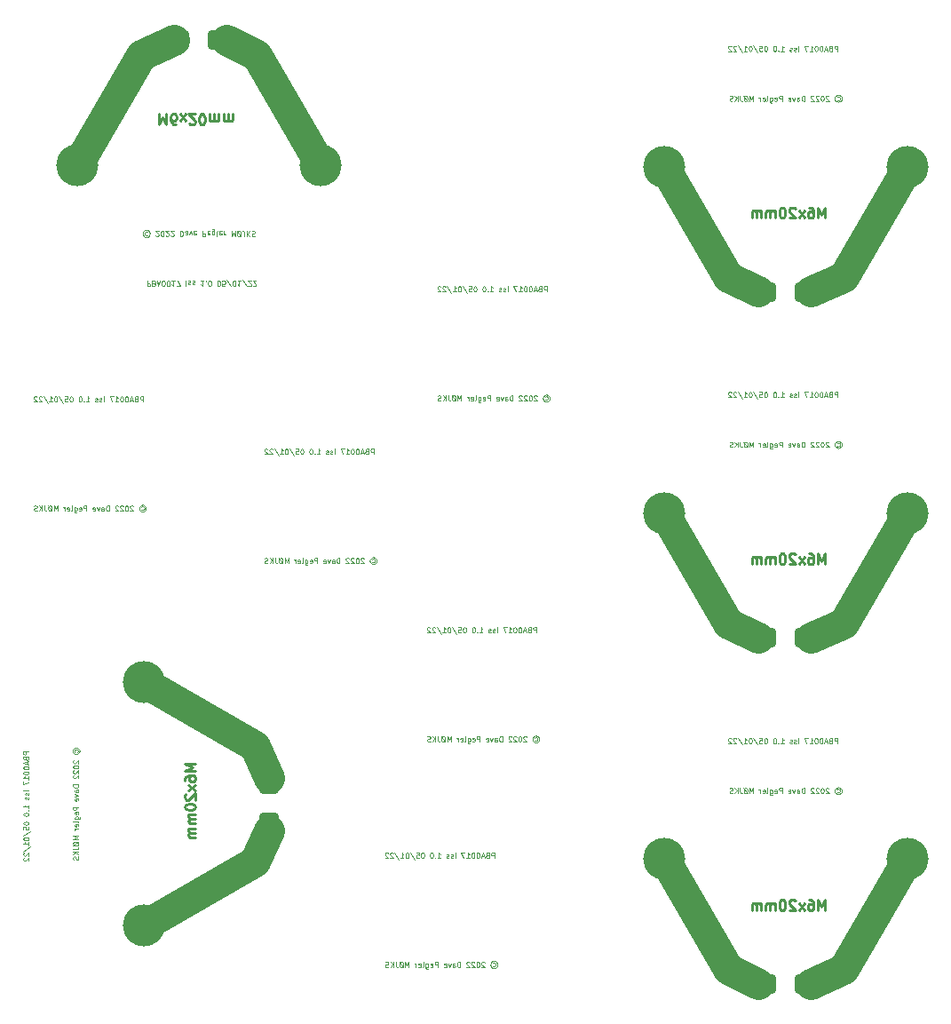
<source format=gbr>
%TF.GenerationSoftware,KiCad,Pcbnew,7.0.5-7.0.5~ubuntu22.04.1*%
%TF.CreationDate,2025-02-26T12:57:44+00:00*%
%TF.ProjectId,PBA0019-T50-6-trap,50424130-3031-4392-9d54-35302d362d74,1.0*%
%TF.SameCoordinates,Original*%
%TF.FileFunction,Copper,L2,Bot*%
%TF.FilePolarity,Positive*%
%FSLAX46Y46*%
G04 Gerber Fmt 4.6, Leading zero omitted, Abs format (unit mm)*
G04 Created by KiCad (PCBNEW 7.0.5-7.0.5~ubuntu22.04.1) date 2025-02-26 12:57:44*
%MOMM*%
%LPD*%
G01*
G04 APERTURE LIST*
G04 Aperture macros list*
%AMRoundRect*
0 Rectangle with rounded corners*
0 $1 Rounding radius*
0 $2 $3 $4 $5 $6 $7 $8 $9 X,Y pos of 4 corners*
0 Add a 4 corners polygon primitive as box body*
4,1,4,$2,$3,$4,$5,$6,$7,$8,$9,$2,$3,0*
0 Add four circle primitives for the rounded corners*
1,1,$1+$1,$2,$3*
1,1,$1+$1,$4,$5*
1,1,$1+$1,$6,$7*
1,1,$1+$1,$8,$9*
0 Add four rect primitives between the rounded corners*
20,1,$1+$1,$2,$3,$4,$5,0*
20,1,$1+$1,$4,$5,$6,$7,0*
20,1,$1+$1,$6,$7,$8,$9,0*
20,1,$1+$1,$8,$9,$2,$3,0*%
G04 Aperture macros list end*
%ADD10C,0.250000*%
%TA.AperFunction,NonConductor*%
%ADD11C,0.250000*%
%TD*%
%ADD12C,0.100000*%
%TA.AperFunction,NonConductor*%
%ADD13C,0.100000*%
%TD*%
%TA.AperFunction,ComponentPad*%
%ADD14C,4.000000*%
%TD*%
%TA.AperFunction,ComponentPad*%
%ADD15C,1.600000*%
%TD*%
%TA.AperFunction,ComponentPad*%
%ADD16C,2.500000*%
%TD*%
%TA.AperFunction,SMDPad,CuDef*%
%ADD17RoundRect,0.249999X0.325001X0.650001X-0.325001X0.650001X-0.325001X-0.650001X0.325001X-0.650001X0*%
%TD*%
%TA.AperFunction,SMDPad,CuDef*%
%ADD18RoundRect,0.249999X-0.650001X0.325001X-0.650001X-0.325001X0.650001X-0.325001X0.650001X0.325001X0*%
%TD*%
%TA.AperFunction,SMDPad,CuDef*%
%ADD19RoundRect,0.249999X-0.325001X-0.650001X0.325001X-0.650001X0.325001X0.650001X-0.325001X0.650001X0*%
%TD*%
%TA.AperFunction,Conductor*%
%ADD20C,1.500000*%
%TD*%
%TA.AperFunction,Conductor*%
%ADD21C,3.000000*%
%TD*%
G04 APERTURE END LIST*
D10*
D11*
X173999999Y-59949619D02*
X173999999Y-58949619D01*
X173999999Y-58949619D02*
X173666666Y-59663904D01*
X173666666Y-59663904D02*
X173333333Y-58949619D01*
X173333333Y-58949619D02*
X173333333Y-59949619D01*
X172428571Y-58949619D02*
X172619047Y-58949619D01*
X172619047Y-58949619D02*
X172714285Y-58997238D01*
X172714285Y-58997238D02*
X172761904Y-59044857D01*
X172761904Y-59044857D02*
X172857142Y-59187714D01*
X172857142Y-59187714D02*
X172904761Y-59378190D01*
X172904761Y-59378190D02*
X172904761Y-59759142D01*
X172904761Y-59759142D02*
X172857142Y-59854380D01*
X172857142Y-59854380D02*
X172809523Y-59902000D01*
X172809523Y-59902000D02*
X172714285Y-59949619D01*
X172714285Y-59949619D02*
X172523809Y-59949619D01*
X172523809Y-59949619D02*
X172428571Y-59902000D01*
X172428571Y-59902000D02*
X172380952Y-59854380D01*
X172380952Y-59854380D02*
X172333333Y-59759142D01*
X172333333Y-59759142D02*
X172333333Y-59521047D01*
X172333333Y-59521047D02*
X172380952Y-59425809D01*
X172380952Y-59425809D02*
X172428571Y-59378190D01*
X172428571Y-59378190D02*
X172523809Y-59330571D01*
X172523809Y-59330571D02*
X172714285Y-59330571D01*
X172714285Y-59330571D02*
X172809523Y-59378190D01*
X172809523Y-59378190D02*
X172857142Y-59425809D01*
X172857142Y-59425809D02*
X172904761Y-59521047D01*
X171999999Y-59949619D02*
X171476190Y-59282952D01*
X171999999Y-59282952D02*
X171476190Y-59949619D01*
X171142856Y-59044857D02*
X171095237Y-58997238D01*
X171095237Y-58997238D02*
X170999999Y-58949619D01*
X170999999Y-58949619D02*
X170761904Y-58949619D01*
X170761904Y-58949619D02*
X170666666Y-58997238D01*
X170666666Y-58997238D02*
X170619047Y-59044857D01*
X170619047Y-59044857D02*
X170571428Y-59140095D01*
X170571428Y-59140095D02*
X170571428Y-59235333D01*
X170571428Y-59235333D02*
X170619047Y-59378190D01*
X170619047Y-59378190D02*
X171190475Y-59949619D01*
X171190475Y-59949619D02*
X170571428Y-59949619D01*
X169952380Y-58949619D02*
X169857142Y-58949619D01*
X169857142Y-58949619D02*
X169761904Y-58997238D01*
X169761904Y-58997238D02*
X169714285Y-59044857D01*
X169714285Y-59044857D02*
X169666666Y-59140095D01*
X169666666Y-59140095D02*
X169619047Y-59330571D01*
X169619047Y-59330571D02*
X169619047Y-59568666D01*
X169619047Y-59568666D02*
X169666666Y-59759142D01*
X169666666Y-59759142D02*
X169714285Y-59854380D01*
X169714285Y-59854380D02*
X169761904Y-59902000D01*
X169761904Y-59902000D02*
X169857142Y-59949619D01*
X169857142Y-59949619D02*
X169952380Y-59949619D01*
X169952380Y-59949619D02*
X170047618Y-59902000D01*
X170047618Y-59902000D02*
X170095237Y-59854380D01*
X170095237Y-59854380D02*
X170142856Y-59759142D01*
X170142856Y-59759142D02*
X170190475Y-59568666D01*
X170190475Y-59568666D02*
X170190475Y-59330571D01*
X170190475Y-59330571D02*
X170142856Y-59140095D01*
X170142856Y-59140095D02*
X170095237Y-59044857D01*
X170095237Y-59044857D02*
X170047618Y-58997238D01*
X170047618Y-58997238D02*
X169952380Y-58949619D01*
X169190475Y-59949619D02*
X169190475Y-59282952D01*
X169190475Y-59378190D02*
X169142856Y-59330571D01*
X169142856Y-59330571D02*
X169047618Y-59282952D01*
X169047618Y-59282952D02*
X168904761Y-59282952D01*
X168904761Y-59282952D02*
X168809523Y-59330571D01*
X168809523Y-59330571D02*
X168761904Y-59425809D01*
X168761904Y-59425809D02*
X168761904Y-59949619D01*
X168761904Y-59425809D02*
X168714285Y-59330571D01*
X168714285Y-59330571D02*
X168619047Y-59282952D01*
X168619047Y-59282952D02*
X168476190Y-59282952D01*
X168476190Y-59282952D02*
X168380951Y-59330571D01*
X168380951Y-59330571D02*
X168333332Y-59425809D01*
X168333332Y-59425809D02*
X168333332Y-59949619D01*
X167857142Y-59949619D02*
X167857142Y-59282952D01*
X167857142Y-59378190D02*
X167809523Y-59330571D01*
X167809523Y-59330571D02*
X167714285Y-59282952D01*
X167714285Y-59282952D02*
X167571428Y-59282952D01*
X167571428Y-59282952D02*
X167476190Y-59330571D01*
X167476190Y-59330571D02*
X167428571Y-59425809D01*
X167428571Y-59425809D02*
X167428571Y-59949619D01*
X167428571Y-59425809D02*
X167380952Y-59330571D01*
X167380952Y-59330571D02*
X167285714Y-59282952D01*
X167285714Y-59282952D02*
X167142857Y-59282952D01*
X167142857Y-59282952D02*
X167047618Y-59330571D01*
X167047618Y-59330571D02*
X166999999Y-59425809D01*
X166999999Y-59425809D02*
X166999999Y-59949619D01*
D12*
D13*
X175165472Y-44051109D02*
X175165472Y-43551109D01*
X175165472Y-43551109D02*
X174974996Y-43551109D01*
X174974996Y-43551109D02*
X174927377Y-43574919D01*
X174927377Y-43574919D02*
X174903567Y-43598728D01*
X174903567Y-43598728D02*
X174879758Y-43646347D01*
X174879758Y-43646347D02*
X174879758Y-43717776D01*
X174879758Y-43717776D02*
X174903567Y-43765395D01*
X174903567Y-43765395D02*
X174927377Y-43789204D01*
X174927377Y-43789204D02*
X174974996Y-43813014D01*
X174974996Y-43813014D02*
X175165472Y-43813014D01*
X174498805Y-43789204D02*
X174427377Y-43813014D01*
X174427377Y-43813014D02*
X174403567Y-43836823D01*
X174403567Y-43836823D02*
X174379758Y-43884442D01*
X174379758Y-43884442D02*
X174379758Y-43955871D01*
X174379758Y-43955871D02*
X174403567Y-44003490D01*
X174403567Y-44003490D02*
X174427377Y-44027300D01*
X174427377Y-44027300D02*
X174474996Y-44051109D01*
X174474996Y-44051109D02*
X174665472Y-44051109D01*
X174665472Y-44051109D02*
X174665472Y-43551109D01*
X174665472Y-43551109D02*
X174498805Y-43551109D01*
X174498805Y-43551109D02*
X174451186Y-43574919D01*
X174451186Y-43574919D02*
X174427377Y-43598728D01*
X174427377Y-43598728D02*
X174403567Y-43646347D01*
X174403567Y-43646347D02*
X174403567Y-43693966D01*
X174403567Y-43693966D02*
X174427377Y-43741585D01*
X174427377Y-43741585D02*
X174451186Y-43765395D01*
X174451186Y-43765395D02*
X174498805Y-43789204D01*
X174498805Y-43789204D02*
X174665472Y-43789204D01*
X174189281Y-43908252D02*
X173951186Y-43908252D01*
X174236900Y-44051109D02*
X174070234Y-43551109D01*
X174070234Y-43551109D02*
X173903567Y-44051109D01*
X173641663Y-43551109D02*
X173594044Y-43551109D01*
X173594044Y-43551109D02*
X173546425Y-43574919D01*
X173546425Y-43574919D02*
X173522615Y-43598728D01*
X173522615Y-43598728D02*
X173498806Y-43646347D01*
X173498806Y-43646347D02*
X173474996Y-43741585D01*
X173474996Y-43741585D02*
X173474996Y-43860633D01*
X173474996Y-43860633D02*
X173498806Y-43955871D01*
X173498806Y-43955871D02*
X173522615Y-44003490D01*
X173522615Y-44003490D02*
X173546425Y-44027300D01*
X173546425Y-44027300D02*
X173594044Y-44051109D01*
X173594044Y-44051109D02*
X173641663Y-44051109D01*
X173641663Y-44051109D02*
X173689282Y-44027300D01*
X173689282Y-44027300D02*
X173713091Y-44003490D01*
X173713091Y-44003490D02*
X173736901Y-43955871D01*
X173736901Y-43955871D02*
X173760710Y-43860633D01*
X173760710Y-43860633D02*
X173760710Y-43741585D01*
X173760710Y-43741585D02*
X173736901Y-43646347D01*
X173736901Y-43646347D02*
X173713091Y-43598728D01*
X173713091Y-43598728D02*
X173689282Y-43574919D01*
X173689282Y-43574919D02*
X173641663Y-43551109D01*
X173165473Y-43551109D02*
X173117854Y-43551109D01*
X173117854Y-43551109D02*
X173070235Y-43574919D01*
X173070235Y-43574919D02*
X173046425Y-43598728D01*
X173046425Y-43598728D02*
X173022616Y-43646347D01*
X173022616Y-43646347D02*
X172998806Y-43741585D01*
X172998806Y-43741585D02*
X172998806Y-43860633D01*
X172998806Y-43860633D02*
X173022616Y-43955871D01*
X173022616Y-43955871D02*
X173046425Y-44003490D01*
X173046425Y-44003490D02*
X173070235Y-44027300D01*
X173070235Y-44027300D02*
X173117854Y-44051109D01*
X173117854Y-44051109D02*
X173165473Y-44051109D01*
X173165473Y-44051109D02*
X173213092Y-44027300D01*
X173213092Y-44027300D02*
X173236901Y-44003490D01*
X173236901Y-44003490D02*
X173260711Y-43955871D01*
X173260711Y-43955871D02*
X173284520Y-43860633D01*
X173284520Y-43860633D02*
X173284520Y-43741585D01*
X173284520Y-43741585D02*
X173260711Y-43646347D01*
X173260711Y-43646347D02*
X173236901Y-43598728D01*
X173236901Y-43598728D02*
X173213092Y-43574919D01*
X173213092Y-43574919D02*
X173165473Y-43551109D01*
X172522616Y-44051109D02*
X172808330Y-44051109D01*
X172665473Y-44051109D02*
X172665473Y-43551109D01*
X172665473Y-43551109D02*
X172713092Y-43622538D01*
X172713092Y-43622538D02*
X172760711Y-43670157D01*
X172760711Y-43670157D02*
X172808330Y-43693966D01*
X172355950Y-43551109D02*
X172022617Y-43551109D01*
X172022617Y-43551109D02*
X172236902Y-44051109D01*
X171451189Y-44051109D02*
X171451189Y-43551109D01*
X171236903Y-44027300D02*
X171189284Y-44051109D01*
X171189284Y-44051109D02*
X171094046Y-44051109D01*
X171094046Y-44051109D02*
X171046427Y-44027300D01*
X171046427Y-44027300D02*
X171022618Y-43979680D01*
X171022618Y-43979680D02*
X171022618Y-43955871D01*
X171022618Y-43955871D02*
X171046427Y-43908252D01*
X171046427Y-43908252D02*
X171094046Y-43884442D01*
X171094046Y-43884442D02*
X171165475Y-43884442D01*
X171165475Y-43884442D02*
X171213094Y-43860633D01*
X171213094Y-43860633D02*
X171236903Y-43813014D01*
X171236903Y-43813014D02*
X171236903Y-43789204D01*
X171236903Y-43789204D02*
X171213094Y-43741585D01*
X171213094Y-43741585D02*
X171165475Y-43717776D01*
X171165475Y-43717776D02*
X171094046Y-43717776D01*
X171094046Y-43717776D02*
X171046427Y-43741585D01*
X170832141Y-44027300D02*
X170784522Y-44051109D01*
X170784522Y-44051109D02*
X170689284Y-44051109D01*
X170689284Y-44051109D02*
X170641665Y-44027300D01*
X170641665Y-44027300D02*
X170617856Y-43979680D01*
X170617856Y-43979680D02*
X170617856Y-43955871D01*
X170617856Y-43955871D02*
X170641665Y-43908252D01*
X170641665Y-43908252D02*
X170689284Y-43884442D01*
X170689284Y-43884442D02*
X170760713Y-43884442D01*
X170760713Y-43884442D02*
X170808332Y-43860633D01*
X170808332Y-43860633D02*
X170832141Y-43813014D01*
X170832141Y-43813014D02*
X170832141Y-43789204D01*
X170832141Y-43789204D02*
X170808332Y-43741585D01*
X170808332Y-43741585D02*
X170760713Y-43717776D01*
X170760713Y-43717776D02*
X170689284Y-43717776D01*
X170689284Y-43717776D02*
X170641665Y-43741585D01*
X169760713Y-44051109D02*
X170046427Y-44051109D01*
X169903570Y-44051109D02*
X169903570Y-43551109D01*
X169903570Y-43551109D02*
X169951189Y-43622538D01*
X169951189Y-43622538D02*
X169998808Y-43670157D01*
X169998808Y-43670157D02*
X170046427Y-43693966D01*
X169546428Y-44003490D02*
X169522618Y-44027300D01*
X169522618Y-44027300D02*
X169546428Y-44051109D01*
X169546428Y-44051109D02*
X169570237Y-44027300D01*
X169570237Y-44027300D02*
X169546428Y-44003490D01*
X169546428Y-44003490D02*
X169546428Y-44051109D01*
X169213095Y-43551109D02*
X169165476Y-43551109D01*
X169165476Y-43551109D02*
X169117857Y-43574919D01*
X169117857Y-43574919D02*
X169094047Y-43598728D01*
X169094047Y-43598728D02*
X169070238Y-43646347D01*
X169070238Y-43646347D02*
X169046428Y-43741585D01*
X169046428Y-43741585D02*
X169046428Y-43860633D01*
X169046428Y-43860633D02*
X169070238Y-43955871D01*
X169070238Y-43955871D02*
X169094047Y-44003490D01*
X169094047Y-44003490D02*
X169117857Y-44027300D01*
X169117857Y-44027300D02*
X169165476Y-44051109D01*
X169165476Y-44051109D02*
X169213095Y-44051109D01*
X169213095Y-44051109D02*
X169260714Y-44027300D01*
X169260714Y-44027300D02*
X169284523Y-44003490D01*
X169284523Y-44003490D02*
X169308333Y-43955871D01*
X169308333Y-43955871D02*
X169332142Y-43860633D01*
X169332142Y-43860633D02*
X169332142Y-43741585D01*
X169332142Y-43741585D02*
X169308333Y-43646347D01*
X169308333Y-43646347D02*
X169284523Y-43598728D01*
X169284523Y-43598728D02*
X169260714Y-43574919D01*
X169260714Y-43574919D02*
X169213095Y-43551109D01*
X168355953Y-43551109D02*
X168308334Y-43551109D01*
X168308334Y-43551109D02*
X168260715Y-43574919D01*
X168260715Y-43574919D02*
X168236905Y-43598728D01*
X168236905Y-43598728D02*
X168213096Y-43646347D01*
X168213096Y-43646347D02*
X168189286Y-43741585D01*
X168189286Y-43741585D02*
X168189286Y-43860633D01*
X168189286Y-43860633D02*
X168213096Y-43955871D01*
X168213096Y-43955871D02*
X168236905Y-44003490D01*
X168236905Y-44003490D02*
X168260715Y-44027300D01*
X168260715Y-44027300D02*
X168308334Y-44051109D01*
X168308334Y-44051109D02*
X168355953Y-44051109D01*
X168355953Y-44051109D02*
X168403572Y-44027300D01*
X168403572Y-44027300D02*
X168427381Y-44003490D01*
X168427381Y-44003490D02*
X168451191Y-43955871D01*
X168451191Y-43955871D02*
X168475000Y-43860633D01*
X168475000Y-43860633D02*
X168475000Y-43741585D01*
X168475000Y-43741585D02*
X168451191Y-43646347D01*
X168451191Y-43646347D02*
X168427381Y-43598728D01*
X168427381Y-43598728D02*
X168403572Y-43574919D01*
X168403572Y-43574919D02*
X168355953Y-43551109D01*
X167736906Y-43551109D02*
X167975001Y-43551109D01*
X167975001Y-43551109D02*
X167998810Y-43789204D01*
X167998810Y-43789204D02*
X167975001Y-43765395D01*
X167975001Y-43765395D02*
X167927382Y-43741585D01*
X167927382Y-43741585D02*
X167808334Y-43741585D01*
X167808334Y-43741585D02*
X167760715Y-43765395D01*
X167760715Y-43765395D02*
X167736906Y-43789204D01*
X167736906Y-43789204D02*
X167713096Y-43836823D01*
X167713096Y-43836823D02*
X167713096Y-43955871D01*
X167713096Y-43955871D02*
X167736906Y-44003490D01*
X167736906Y-44003490D02*
X167760715Y-44027300D01*
X167760715Y-44027300D02*
X167808334Y-44051109D01*
X167808334Y-44051109D02*
X167927382Y-44051109D01*
X167927382Y-44051109D02*
X167975001Y-44027300D01*
X167975001Y-44027300D02*
X167998810Y-44003490D01*
X167141668Y-43527300D02*
X167570239Y-44170157D01*
X166879763Y-43551109D02*
X166832144Y-43551109D01*
X166832144Y-43551109D02*
X166784525Y-43574919D01*
X166784525Y-43574919D02*
X166760715Y-43598728D01*
X166760715Y-43598728D02*
X166736906Y-43646347D01*
X166736906Y-43646347D02*
X166713096Y-43741585D01*
X166713096Y-43741585D02*
X166713096Y-43860633D01*
X166713096Y-43860633D02*
X166736906Y-43955871D01*
X166736906Y-43955871D02*
X166760715Y-44003490D01*
X166760715Y-44003490D02*
X166784525Y-44027300D01*
X166784525Y-44027300D02*
X166832144Y-44051109D01*
X166832144Y-44051109D02*
X166879763Y-44051109D01*
X166879763Y-44051109D02*
X166927382Y-44027300D01*
X166927382Y-44027300D02*
X166951191Y-44003490D01*
X166951191Y-44003490D02*
X166975001Y-43955871D01*
X166975001Y-43955871D02*
X166998810Y-43860633D01*
X166998810Y-43860633D02*
X166998810Y-43741585D01*
X166998810Y-43741585D02*
X166975001Y-43646347D01*
X166975001Y-43646347D02*
X166951191Y-43598728D01*
X166951191Y-43598728D02*
X166927382Y-43574919D01*
X166927382Y-43574919D02*
X166879763Y-43551109D01*
X166236906Y-44051109D02*
X166522620Y-44051109D01*
X166379763Y-44051109D02*
X166379763Y-43551109D01*
X166379763Y-43551109D02*
X166427382Y-43622538D01*
X166427382Y-43622538D02*
X166475001Y-43670157D01*
X166475001Y-43670157D02*
X166522620Y-43693966D01*
X165665478Y-43527300D02*
X166094049Y-44170157D01*
X165522620Y-43598728D02*
X165498811Y-43574919D01*
X165498811Y-43574919D02*
X165451192Y-43551109D01*
X165451192Y-43551109D02*
X165332144Y-43551109D01*
X165332144Y-43551109D02*
X165284525Y-43574919D01*
X165284525Y-43574919D02*
X165260716Y-43598728D01*
X165260716Y-43598728D02*
X165236906Y-43646347D01*
X165236906Y-43646347D02*
X165236906Y-43693966D01*
X165236906Y-43693966D02*
X165260716Y-43765395D01*
X165260716Y-43765395D02*
X165546430Y-44051109D01*
X165546430Y-44051109D02*
X165236906Y-44051109D01*
X165046430Y-43598728D02*
X165022621Y-43574919D01*
X165022621Y-43574919D02*
X164975002Y-43551109D01*
X164975002Y-43551109D02*
X164855954Y-43551109D01*
X164855954Y-43551109D02*
X164808335Y-43574919D01*
X164808335Y-43574919D02*
X164784526Y-43598728D01*
X164784526Y-43598728D02*
X164760716Y-43646347D01*
X164760716Y-43646347D02*
X164760716Y-43693966D01*
X164760716Y-43693966D02*
X164784526Y-43765395D01*
X164784526Y-43765395D02*
X165070240Y-44051109D01*
X165070240Y-44051109D02*
X164760716Y-44051109D01*
D12*
D13*
X175141664Y-48420157D02*
X175189283Y-48396347D01*
X175189283Y-48396347D02*
X175284521Y-48396347D01*
X175284521Y-48396347D02*
X175332140Y-48420157D01*
X175332140Y-48420157D02*
X175379759Y-48467776D01*
X175379759Y-48467776D02*
X175403569Y-48515395D01*
X175403569Y-48515395D02*
X175403569Y-48610633D01*
X175403569Y-48610633D02*
X175379759Y-48658252D01*
X175379759Y-48658252D02*
X175332140Y-48705871D01*
X175332140Y-48705871D02*
X175284521Y-48729680D01*
X175284521Y-48729680D02*
X175189283Y-48729680D01*
X175189283Y-48729680D02*
X175141664Y-48705871D01*
X175236902Y-48229680D02*
X175355950Y-48253490D01*
X175355950Y-48253490D02*
X175474997Y-48324919D01*
X175474997Y-48324919D02*
X175546426Y-48443966D01*
X175546426Y-48443966D02*
X175570235Y-48563014D01*
X175570235Y-48563014D02*
X175546426Y-48682061D01*
X175546426Y-48682061D02*
X175474997Y-48801109D01*
X175474997Y-48801109D02*
X175355950Y-48872538D01*
X175355950Y-48872538D02*
X175236902Y-48896347D01*
X175236902Y-48896347D02*
X175117854Y-48872538D01*
X175117854Y-48872538D02*
X174998807Y-48801109D01*
X174998807Y-48801109D02*
X174927378Y-48682061D01*
X174927378Y-48682061D02*
X174903569Y-48563014D01*
X174903569Y-48563014D02*
X174927378Y-48443966D01*
X174927378Y-48443966D02*
X174998807Y-48324919D01*
X174998807Y-48324919D02*
X175117854Y-48253490D01*
X175117854Y-48253490D02*
X175236902Y-48229680D01*
X174332140Y-48348728D02*
X174308331Y-48324919D01*
X174308331Y-48324919D02*
X174260712Y-48301109D01*
X174260712Y-48301109D02*
X174141664Y-48301109D01*
X174141664Y-48301109D02*
X174094045Y-48324919D01*
X174094045Y-48324919D02*
X174070236Y-48348728D01*
X174070236Y-48348728D02*
X174046426Y-48396347D01*
X174046426Y-48396347D02*
X174046426Y-48443966D01*
X174046426Y-48443966D02*
X174070236Y-48515395D01*
X174070236Y-48515395D02*
X174355950Y-48801109D01*
X174355950Y-48801109D02*
X174046426Y-48801109D01*
X173736903Y-48301109D02*
X173689284Y-48301109D01*
X173689284Y-48301109D02*
X173641665Y-48324919D01*
X173641665Y-48324919D02*
X173617855Y-48348728D01*
X173617855Y-48348728D02*
X173594046Y-48396347D01*
X173594046Y-48396347D02*
X173570236Y-48491585D01*
X173570236Y-48491585D02*
X173570236Y-48610633D01*
X173570236Y-48610633D02*
X173594046Y-48705871D01*
X173594046Y-48705871D02*
X173617855Y-48753490D01*
X173617855Y-48753490D02*
X173641665Y-48777300D01*
X173641665Y-48777300D02*
X173689284Y-48801109D01*
X173689284Y-48801109D02*
X173736903Y-48801109D01*
X173736903Y-48801109D02*
X173784522Y-48777300D01*
X173784522Y-48777300D02*
X173808331Y-48753490D01*
X173808331Y-48753490D02*
X173832141Y-48705871D01*
X173832141Y-48705871D02*
X173855950Y-48610633D01*
X173855950Y-48610633D02*
X173855950Y-48491585D01*
X173855950Y-48491585D02*
X173832141Y-48396347D01*
X173832141Y-48396347D02*
X173808331Y-48348728D01*
X173808331Y-48348728D02*
X173784522Y-48324919D01*
X173784522Y-48324919D02*
X173736903Y-48301109D01*
X173379760Y-48348728D02*
X173355951Y-48324919D01*
X173355951Y-48324919D02*
X173308332Y-48301109D01*
X173308332Y-48301109D02*
X173189284Y-48301109D01*
X173189284Y-48301109D02*
X173141665Y-48324919D01*
X173141665Y-48324919D02*
X173117856Y-48348728D01*
X173117856Y-48348728D02*
X173094046Y-48396347D01*
X173094046Y-48396347D02*
X173094046Y-48443966D01*
X173094046Y-48443966D02*
X173117856Y-48515395D01*
X173117856Y-48515395D02*
X173403570Y-48801109D01*
X173403570Y-48801109D02*
X173094046Y-48801109D01*
X172903570Y-48348728D02*
X172879761Y-48324919D01*
X172879761Y-48324919D02*
X172832142Y-48301109D01*
X172832142Y-48301109D02*
X172713094Y-48301109D01*
X172713094Y-48301109D02*
X172665475Y-48324919D01*
X172665475Y-48324919D02*
X172641666Y-48348728D01*
X172641666Y-48348728D02*
X172617856Y-48396347D01*
X172617856Y-48396347D02*
X172617856Y-48443966D01*
X172617856Y-48443966D02*
X172641666Y-48515395D01*
X172641666Y-48515395D02*
X172927380Y-48801109D01*
X172927380Y-48801109D02*
X172617856Y-48801109D01*
X172022619Y-48801109D02*
X172022619Y-48301109D01*
X172022619Y-48301109D02*
X171903571Y-48301109D01*
X171903571Y-48301109D02*
X171832143Y-48324919D01*
X171832143Y-48324919D02*
X171784524Y-48372538D01*
X171784524Y-48372538D02*
X171760714Y-48420157D01*
X171760714Y-48420157D02*
X171736905Y-48515395D01*
X171736905Y-48515395D02*
X171736905Y-48586823D01*
X171736905Y-48586823D02*
X171760714Y-48682061D01*
X171760714Y-48682061D02*
X171784524Y-48729680D01*
X171784524Y-48729680D02*
X171832143Y-48777300D01*
X171832143Y-48777300D02*
X171903571Y-48801109D01*
X171903571Y-48801109D02*
X172022619Y-48801109D01*
X171308333Y-48801109D02*
X171308333Y-48539204D01*
X171308333Y-48539204D02*
X171332143Y-48491585D01*
X171332143Y-48491585D02*
X171379762Y-48467776D01*
X171379762Y-48467776D02*
X171475000Y-48467776D01*
X171475000Y-48467776D02*
X171522619Y-48491585D01*
X171308333Y-48777300D02*
X171355952Y-48801109D01*
X171355952Y-48801109D02*
X171475000Y-48801109D01*
X171475000Y-48801109D02*
X171522619Y-48777300D01*
X171522619Y-48777300D02*
X171546428Y-48729680D01*
X171546428Y-48729680D02*
X171546428Y-48682061D01*
X171546428Y-48682061D02*
X171522619Y-48634442D01*
X171522619Y-48634442D02*
X171475000Y-48610633D01*
X171475000Y-48610633D02*
X171355952Y-48610633D01*
X171355952Y-48610633D02*
X171308333Y-48586823D01*
X171117857Y-48467776D02*
X170998809Y-48801109D01*
X170998809Y-48801109D02*
X170879762Y-48467776D01*
X170498810Y-48777300D02*
X170546429Y-48801109D01*
X170546429Y-48801109D02*
X170641667Y-48801109D01*
X170641667Y-48801109D02*
X170689286Y-48777300D01*
X170689286Y-48777300D02*
X170713095Y-48729680D01*
X170713095Y-48729680D02*
X170713095Y-48539204D01*
X170713095Y-48539204D02*
X170689286Y-48491585D01*
X170689286Y-48491585D02*
X170641667Y-48467776D01*
X170641667Y-48467776D02*
X170546429Y-48467776D01*
X170546429Y-48467776D02*
X170498810Y-48491585D01*
X170498810Y-48491585D02*
X170475000Y-48539204D01*
X170475000Y-48539204D02*
X170475000Y-48586823D01*
X170475000Y-48586823D02*
X170713095Y-48634442D01*
X169879763Y-48801109D02*
X169879763Y-48301109D01*
X169879763Y-48301109D02*
X169689287Y-48301109D01*
X169689287Y-48301109D02*
X169641668Y-48324919D01*
X169641668Y-48324919D02*
X169617858Y-48348728D01*
X169617858Y-48348728D02*
X169594049Y-48396347D01*
X169594049Y-48396347D02*
X169594049Y-48467776D01*
X169594049Y-48467776D02*
X169617858Y-48515395D01*
X169617858Y-48515395D02*
X169641668Y-48539204D01*
X169641668Y-48539204D02*
X169689287Y-48563014D01*
X169689287Y-48563014D02*
X169879763Y-48563014D01*
X169189287Y-48777300D02*
X169236906Y-48801109D01*
X169236906Y-48801109D02*
X169332144Y-48801109D01*
X169332144Y-48801109D02*
X169379763Y-48777300D01*
X169379763Y-48777300D02*
X169403572Y-48729680D01*
X169403572Y-48729680D02*
X169403572Y-48539204D01*
X169403572Y-48539204D02*
X169379763Y-48491585D01*
X169379763Y-48491585D02*
X169332144Y-48467776D01*
X169332144Y-48467776D02*
X169236906Y-48467776D01*
X169236906Y-48467776D02*
X169189287Y-48491585D01*
X169189287Y-48491585D02*
X169165477Y-48539204D01*
X169165477Y-48539204D02*
X169165477Y-48586823D01*
X169165477Y-48586823D02*
X169403572Y-48634442D01*
X168736906Y-48467776D02*
X168736906Y-48872538D01*
X168736906Y-48872538D02*
X168760716Y-48920157D01*
X168760716Y-48920157D02*
X168784525Y-48943966D01*
X168784525Y-48943966D02*
X168832144Y-48967776D01*
X168832144Y-48967776D02*
X168903573Y-48967776D01*
X168903573Y-48967776D02*
X168951192Y-48943966D01*
X168736906Y-48777300D02*
X168784525Y-48801109D01*
X168784525Y-48801109D02*
X168879763Y-48801109D01*
X168879763Y-48801109D02*
X168927382Y-48777300D01*
X168927382Y-48777300D02*
X168951192Y-48753490D01*
X168951192Y-48753490D02*
X168975001Y-48705871D01*
X168975001Y-48705871D02*
X168975001Y-48563014D01*
X168975001Y-48563014D02*
X168951192Y-48515395D01*
X168951192Y-48515395D02*
X168927382Y-48491585D01*
X168927382Y-48491585D02*
X168879763Y-48467776D01*
X168879763Y-48467776D02*
X168784525Y-48467776D01*
X168784525Y-48467776D02*
X168736906Y-48491585D01*
X168427382Y-48801109D02*
X168475001Y-48777300D01*
X168475001Y-48777300D02*
X168498811Y-48729680D01*
X168498811Y-48729680D02*
X168498811Y-48301109D01*
X168046430Y-48777300D02*
X168094049Y-48801109D01*
X168094049Y-48801109D02*
X168189287Y-48801109D01*
X168189287Y-48801109D02*
X168236906Y-48777300D01*
X168236906Y-48777300D02*
X168260715Y-48729680D01*
X168260715Y-48729680D02*
X168260715Y-48539204D01*
X168260715Y-48539204D02*
X168236906Y-48491585D01*
X168236906Y-48491585D02*
X168189287Y-48467776D01*
X168189287Y-48467776D02*
X168094049Y-48467776D01*
X168094049Y-48467776D02*
X168046430Y-48491585D01*
X168046430Y-48491585D02*
X168022620Y-48539204D01*
X168022620Y-48539204D02*
X168022620Y-48586823D01*
X168022620Y-48586823D02*
X168260715Y-48634442D01*
X167808335Y-48801109D02*
X167808335Y-48467776D01*
X167808335Y-48563014D02*
X167784525Y-48515395D01*
X167784525Y-48515395D02*
X167760716Y-48491585D01*
X167760716Y-48491585D02*
X167713097Y-48467776D01*
X167713097Y-48467776D02*
X167665478Y-48467776D01*
X167117859Y-48801109D02*
X167117859Y-48301109D01*
X167117859Y-48301109D02*
X166951192Y-48658252D01*
X166951192Y-48658252D02*
X166784526Y-48301109D01*
X166784526Y-48301109D02*
X166784526Y-48801109D01*
X166213097Y-48301109D02*
X166594049Y-48801109D01*
X166451192Y-48801109D02*
X166498811Y-48777300D01*
X166498811Y-48777300D02*
X166546430Y-48729680D01*
X166546430Y-48729680D02*
X166570239Y-48634442D01*
X166570239Y-48634442D02*
X166570239Y-48467776D01*
X166570239Y-48467776D02*
X166546430Y-48372538D01*
X166546430Y-48372538D02*
X166498811Y-48324919D01*
X166498811Y-48324919D02*
X166451192Y-48301109D01*
X166451192Y-48301109D02*
X166355954Y-48301109D01*
X166355954Y-48301109D02*
X166308335Y-48324919D01*
X166308335Y-48324919D02*
X166260716Y-48372538D01*
X166260716Y-48372538D02*
X166236906Y-48467776D01*
X166236906Y-48467776D02*
X166236906Y-48634442D01*
X166236906Y-48634442D02*
X166260716Y-48729680D01*
X166260716Y-48729680D02*
X166308335Y-48777300D01*
X166308335Y-48777300D02*
X166355954Y-48801109D01*
X166355954Y-48801109D02*
X166451192Y-48801109D01*
X165879763Y-48301109D02*
X165879763Y-48658252D01*
X165879763Y-48658252D02*
X165903572Y-48729680D01*
X165903572Y-48729680D02*
X165951191Y-48777300D01*
X165951191Y-48777300D02*
X166022620Y-48801109D01*
X166022620Y-48801109D02*
X166070239Y-48801109D01*
X165641668Y-48801109D02*
X165641668Y-48301109D01*
X165355954Y-48801109D02*
X165570239Y-48515395D01*
X165355954Y-48301109D02*
X165641668Y-48586823D01*
X165165477Y-48777300D02*
X165094049Y-48801109D01*
X165094049Y-48801109D02*
X164975001Y-48801109D01*
X164975001Y-48801109D02*
X164927382Y-48777300D01*
X164927382Y-48777300D02*
X164903573Y-48753490D01*
X164903573Y-48753490D02*
X164879763Y-48705871D01*
X164879763Y-48705871D02*
X164879763Y-48658252D01*
X164879763Y-48658252D02*
X164903573Y-48610633D01*
X164903573Y-48610633D02*
X164927382Y-48586823D01*
X164927382Y-48586823D02*
X164975001Y-48563014D01*
X164975001Y-48563014D02*
X165070239Y-48539204D01*
X165070239Y-48539204D02*
X165117858Y-48515395D01*
X165117858Y-48515395D02*
X165141668Y-48491585D01*
X165141668Y-48491585D02*
X165165477Y-48443966D01*
X165165477Y-48443966D02*
X165165477Y-48396347D01*
X165165477Y-48396347D02*
X165141668Y-48348728D01*
X165141668Y-48348728D02*
X165117858Y-48324919D01*
X165117858Y-48324919D02*
X165070239Y-48301109D01*
X165070239Y-48301109D02*
X164951192Y-48301109D01*
X164951192Y-48301109D02*
X164879763Y-48324919D01*
D12*
D13*
X175141664Y-81420157D02*
X175189283Y-81396347D01*
X175189283Y-81396347D02*
X175284521Y-81396347D01*
X175284521Y-81396347D02*
X175332140Y-81420157D01*
X175332140Y-81420157D02*
X175379759Y-81467776D01*
X175379759Y-81467776D02*
X175403569Y-81515395D01*
X175403569Y-81515395D02*
X175403569Y-81610633D01*
X175403569Y-81610633D02*
X175379759Y-81658252D01*
X175379759Y-81658252D02*
X175332140Y-81705871D01*
X175332140Y-81705871D02*
X175284521Y-81729680D01*
X175284521Y-81729680D02*
X175189283Y-81729680D01*
X175189283Y-81729680D02*
X175141664Y-81705871D01*
X175236902Y-81229680D02*
X175355950Y-81253490D01*
X175355950Y-81253490D02*
X175474997Y-81324919D01*
X175474997Y-81324919D02*
X175546426Y-81443966D01*
X175546426Y-81443966D02*
X175570235Y-81563014D01*
X175570235Y-81563014D02*
X175546426Y-81682061D01*
X175546426Y-81682061D02*
X175474997Y-81801109D01*
X175474997Y-81801109D02*
X175355950Y-81872538D01*
X175355950Y-81872538D02*
X175236902Y-81896347D01*
X175236902Y-81896347D02*
X175117854Y-81872538D01*
X175117854Y-81872538D02*
X174998807Y-81801109D01*
X174998807Y-81801109D02*
X174927378Y-81682061D01*
X174927378Y-81682061D02*
X174903569Y-81563014D01*
X174903569Y-81563014D02*
X174927378Y-81443966D01*
X174927378Y-81443966D02*
X174998807Y-81324919D01*
X174998807Y-81324919D02*
X175117854Y-81253490D01*
X175117854Y-81253490D02*
X175236902Y-81229680D01*
X174332140Y-81348728D02*
X174308331Y-81324919D01*
X174308331Y-81324919D02*
X174260712Y-81301109D01*
X174260712Y-81301109D02*
X174141664Y-81301109D01*
X174141664Y-81301109D02*
X174094045Y-81324919D01*
X174094045Y-81324919D02*
X174070236Y-81348728D01*
X174070236Y-81348728D02*
X174046426Y-81396347D01*
X174046426Y-81396347D02*
X174046426Y-81443966D01*
X174046426Y-81443966D02*
X174070236Y-81515395D01*
X174070236Y-81515395D02*
X174355950Y-81801109D01*
X174355950Y-81801109D02*
X174046426Y-81801109D01*
X173736903Y-81301109D02*
X173689284Y-81301109D01*
X173689284Y-81301109D02*
X173641665Y-81324919D01*
X173641665Y-81324919D02*
X173617855Y-81348728D01*
X173617855Y-81348728D02*
X173594046Y-81396347D01*
X173594046Y-81396347D02*
X173570236Y-81491585D01*
X173570236Y-81491585D02*
X173570236Y-81610633D01*
X173570236Y-81610633D02*
X173594046Y-81705871D01*
X173594046Y-81705871D02*
X173617855Y-81753490D01*
X173617855Y-81753490D02*
X173641665Y-81777300D01*
X173641665Y-81777300D02*
X173689284Y-81801109D01*
X173689284Y-81801109D02*
X173736903Y-81801109D01*
X173736903Y-81801109D02*
X173784522Y-81777300D01*
X173784522Y-81777300D02*
X173808331Y-81753490D01*
X173808331Y-81753490D02*
X173832141Y-81705871D01*
X173832141Y-81705871D02*
X173855950Y-81610633D01*
X173855950Y-81610633D02*
X173855950Y-81491585D01*
X173855950Y-81491585D02*
X173832141Y-81396347D01*
X173832141Y-81396347D02*
X173808331Y-81348728D01*
X173808331Y-81348728D02*
X173784522Y-81324919D01*
X173784522Y-81324919D02*
X173736903Y-81301109D01*
X173379760Y-81348728D02*
X173355951Y-81324919D01*
X173355951Y-81324919D02*
X173308332Y-81301109D01*
X173308332Y-81301109D02*
X173189284Y-81301109D01*
X173189284Y-81301109D02*
X173141665Y-81324919D01*
X173141665Y-81324919D02*
X173117856Y-81348728D01*
X173117856Y-81348728D02*
X173094046Y-81396347D01*
X173094046Y-81396347D02*
X173094046Y-81443966D01*
X173094046Y-81443966D02*
X173117856Y-81515395D01*
X173117856Y-81515395D02*
X173403570Y-81801109D01*
X173403570Y-81801109D02*
X173094046Y-81801109D01*
X172903570Y-81348728D02*
X172879761Y-81324919D01*
X172879761Y-81324919D02*
X172832142Y-81301109D01*
X172832142Y-81301109D02*
X172713094Y-81301109D01*
X172713094Y-81301109D02*
X172665475Y-81324919D01*
X172665475Y-81324919D02*
X172641666Y-81348728D01*
X172641666Y-81348728D02*
X172617856Y-81396347D01*
X172617856Y-81396347D02*
X172617856Y-81443966D01*
X172617856Y-81443966D02*
X172641666Y-81515395D01*
X172641666Y-81515395D02*
X172927380Y-81801109D01*
X172927380Y-81801109D02*
X172617856Y-81801109D01*
X172022619Y-81801109D02*
X172022619Y-81301109D01*
X172022619Y-81301109D02*
X171903571Y-81301109D01*
X171903571Y-81301109D02*
X171832143Y-81324919D01*
X171832143Y-81324919D02*
X171784524Y-81372538D01*
X171784524Y-81372538D02*
X171760714Y-81420157D01*
X171760714Y-81420157D02*
X171736905Y-81515395D01*
X171736905Y-81515395D02*
X171736905Y-81586823D01*
X171736905Y-81586823D02*
X171760714Y-81682061D01*
X171760714Y-81682061D02*
X171784524Y-81729680D01*
X171784524Y-81729680D02*
X171832143Y-81777300D01*
X171832143Y-81777300D02*
X171903571Y-81801109D01*
X171903571Y-81801109D02*
X172022619Y-81801109D01*
X171308333Y-81801109D02*
X171308333Y-81539204D01*
X171308333Y-81539204D02*
X171332143Y-81491585D01*
X171332143Y-81491585D02*
X171379762Y-81467776D01*
X171379762Y-81467776D02*
X171475000Y-81467776D01*
X171475000Y-81467776D02*
X171522619Y-81491585D01*
X171308333Y-81777300D02*
X171355952Y-81801109D01*
X171355952Y-81801109D02*
X171475000Y-81801109D01*
X171475000Y-81801109D02*
X171522619Y-81777300D01*
X171522619Y-81777300D02*
X171546428Y-81729680D01*
X171546428Y-81729680D02*
X171546428Y-81682061D01*
X171546428Y-81682061D02*
X171522619Y-81634442D01*
X171522619Y-81634442D02*
X171475000Y-81610633D01*
X171475000Y-81610633D02*
X171355952Y-81610633D01*
X171355952Y-81610633D02*
X171308333Y-81586823D01*
X171117857Y-81467776D02*
X170998809Y-81801109D01*
X170998809Y-81801109D02*
X170879762Y-81467776D01*
X170498810Y-81777300D02*
X170546429Y-81801109D01*
X170546429Y-81801109D02*
X170641667Y-81801109D01*
X170641667Y-81801109D02*
X170689286Y-81777300D01*
X170689286Y-81777300D02*
X170713095Y-81729680D01*
X170713095Y-81729680D02*
X170713095Y-81539204D01*
X170713095Y-81539204D02*
X170689286Y-81491585D01*
X170689286Y-81491585D02*
X170641667Y-81467776D01*
X170641667Y-81467776D02*
X170546429Y-81467776D01*
X170546429Y-81467776D02*
X170498810Y-81491585D01*
X170498810Y-81491585D02*
X170475000Y-81539204D01*
X170475000Y-81539204D02*
X170475000Y-81586823D01*
X170475000Y-81586823D02*
X170713095Y-81634442D01*
X169879763Y-81801109D02*
X169879763Y-81301109D01*
X169879763Y-81301109D02*
X169689287Y-81301109D01*
X169689287Y-81301109D02*
X169641668Y-81324919D01*
X169641668Y-81324919D02*
X169617858Y-81348728D01*
X169617858Y-81348728D02*
X169594049Y-81396347D01*
X169594049Y-81396347D02*
X169594049Y-81467776D01*
X169594049Y-81467776D02*
X169617858Y-81515395D01*
X169617858Y-81515395D02*
X169641668Y-81539204D01*
X169641668Y-81539204D02*
X169689287Y-81563014D01*
X169689287Y-81563014D02*
X169879763Y-81563014D01*
X169189287Y-81777300D02*
X169236906Y-81801109D01*
X169236906Y-81801109D02*
X169332144Y-81801109D01*
X169332144Y-81801109D02*
X169379763Y-81777300D01*
X169379763Y-81777300D02*
X169403572Y-81729680D01*
X169403572Y-81729680D02*
X169403572Y-81539204D01*
X169403572Y-81539204D02*
X169379763Y-81491585D01*
X169379763Y-81491585D02*
X169332144Y-81467776D01*
X169332144Y-81467776D02*
X169236906Y-81467776D01*
X169236906Y-81467776D02*
X169189287Y-81491585D01*
X169189287Y-81491585D02*
X169165477Y-81539204D01*
X169165477Y-81539204D02*
X169165477Y-81586823D01*
X169165477Y-81586823D02*
X169403572Y-81634442D01*
X168736906Y-81467776D02*
X168736906Y-81872538D01*
X168736906Y-81872538D02*
X168760716Y-81920157D01*
X168760716Y-81920157D02*
X168784525Y-81943966D01*
X168784525Y-81943966D02*
X168832144Y-81967776D01*
X168832144Y-81967776D02*
X168903573Y-81967776D01*
X168903573Y-81967776D02*
X168951192Y-81943966D01*
X168736906Y-81777300D02*
X168784525Y-81801109D01*
X168784525Y-81801109D02*
X168879763Y-81801109D01*
X168879763Y-81801109D02*
X168927382Y-81777300D01*
X168927382Y-81777300D02*
X168951192Y-81753490D01*
X168951192Y-81753490D02*
X168975001Y-81705871D01*
X168975001Y-81705871D02*
X168975001Y-81563014D01*
X168975001Y-81563014D02*
X168951192Y-81515395D01*
X168951192Y-81515395D02*
X168927382Y-81491585D01*
X168927382Y-81491585D02*
X168879763Y-81467776D01*
X168879763Y-81467776D02*
X168784525Y-81467776D01*
X168784525Y-81467776D02*
X168736906Y-81491585D01*
X168427382Y-81801109D02*
X168475001Y-81777300D01*
X168475001Y-81777300D02*
X168498811Y-81729680D01*
X168498811Y-81729680D02*
X168498811Y-81301109D01*
X168046430Y-81777300D02*
X168094049Y-81801109D01*
X168094049Y-81801109D02*
X168189287Y-81801109D01*
X168189287Y-81801109D02*
X168236906Y-81777300D01*
X168236906Y-81777300D02*
X168260715Y-81729680D01*
X168260715Y-81729680D02*
X168260715Y-81539204D01*
X168260715Y-81539204D02*
X168236906Y-81491585D01*
X168236906Y-81491585D02*
X168189287Y-81467776D01*
X168189287Y-81467776D02*
X168094049Y-81467776D01*
X168094049Y-81467776D02*
X168046430Y-81491585D01*
X168046430Y-81491585D02*
X168022620Y-81539204D01*
X168022620Y-81539204D02*
X168022620Y-81586823D01*
X168022620Y-81586823D02*
X168260715Y-81634442D01*
X167808335Y-81801109D02*
X167808335Y-81467776D01*
X167808335Y-81563014D02*
X167784525Y-81515395D01*
X167784525Y-81515395D02*
X167760716Y-81491585D01*
X167760716Y-81491585D02*
X167713097Y-81467776D01*
X167713097Y-81467776D02*
X167665478Y-81467776D01*
X167117859Y-81801109D02*
X167117859Y-81301109D01*
X167117859Y-81301109D02*
X166951192Y-81658252D01*
X166951192Y-81658252D02*
X166784526Y-81301109D01*
X166784526Y-81301109D02*
X166784526Y-81801109D01*
X166213097Y-81301109D02*
X166594049Y-81801109D01*
X166451192Y-81801109D02*
X166498811Y-81777300D01*
X166498811Y-81777300D02*
X166546430Y-81729680D01*
X166546430Y-81729680D02*
X166570239Y-81634442D01*
X166570239Y-81634442D02*
X166570239Y-81467776D01*
X166570239Y-81467776D02*
X166546430Y-81372538D01*
X166546430Y-81372538D02*
X166498811Y-81324919D01*
X166498811Y-81324919D02*
X166451192Y-81301109D01*
X166451192Y-81301109D02*
X166355954Y-81301109D01*
X166355954Y-81301109D02*
X166308335Y-81324919D01*
X166308335Y-81324919D02*
X166260716Y-81372538D01*
X166260716Y-81372538D02*
X166236906Y-81467776D01*
X166236906Y-81467776D02*
X166236906Y-81634442D01*
X166236906Y-81634442D02*
X166260716Y-81729680D01*
X166260716Y-81729680D02*
X166308335Y-81777300D01*
X166308335Y-81777300D02*
X166355954Y-81801109D01*
X166355954Y-81801109D02*
X166451192Y-81801109D01*
X165879763Y-81301109D02*
X165879763Y-81658252D01*
X165879763Y-81658252D02*
X165903572Y-81729680D01*
X165903572Y-81729680D02*
X165951191Y-81777300D01*
X165951191Y-81777300D02*
X166022620Y-81801109D01*
X166022620Y-81801109D02*
X166070239Y-81801109D01*
X165641668Y-81801109D02*
X165641668Y-81301109D01*
X165355954Y-81801109D02*
X165570239Y-81515395D01*
X165355954Y-81301109D02*
X165641668Y-81586823D01*
X165165477Y-81777300D02*
X165094049Y-81801109D01*
X165094049Y-81801109D02*
X164975001Y-81801109D01*
X164975001Y-81801109D02*
X164927382Y-81777300D01*
X164927382Y-81777300D02*
X164903573Y-81753490D01*
X164903573Y-81753490D02*
X164879763Y-81705871D01*
X164879763Y-81705871D02*
X164879763Y-81658252D01*
X164879763Y-81658252D02*
X164903573Y-81610633D01*
X164903573Y-81610633D02*
X164927382Y-81586823D01*
X164927382Y-81586823D02*
X164975001Y-81563014D01*
X164975001Y-81563014D02*
X165070239Y-81539204D01*
X165070239Y-81539204D02*
X165117858Y-81515395D01*
X165117858Y-81515395D02*
X165141668Y-81491585D01*
X165141668Y-81491585D02*
X165165477Y-81443966D01*
X165165477Y-81443966D02*
X165165477Y-81396347D01*
X165165477Y-81396347D02*
X165141668Y-81348728D01*
X165141668Y-81348728D02*
X165117858Y-81324919D01*
X165117858Y-81324919D02*
X165070239Y-81301109D01*
X165070239Y-81301109D02*
X164951192Y-81301109D01*
X164951192Y-81301109D02*
X164879763Y-81324919D01*
D12*
D13*
X175165472Y-77051109D02*
X175165472Y-76551109D01*
X175165472Y-76551109D02*
X174974996Y-76551109D01*
X174974996Y-76551109D02*
X174927377Y-76574919D01*
X174927377Y-76574919D02*
X174903567Y-76598728D01*
X174903567Y-76598728D02*
X174879758Y-76646347D01*
X174879758Y-76646347D02*
X174879758Y-76717776D01*
X174879758Y-76717776D02*
X174903567Y-76765395D01*
X174903567Y-76765395D02*
X174927377Y-76789204D01*
X174927377Y-76789204D02*
X174974996Y-76813014D01*
X174974996Y-76813014D02*
X175165472Y-76813014D01*
X174498805Y-76789204D02*
X174427377Y-76813014D01*
X174427377Y-76813014D02*
X174403567Y-76836823D01*
X174403567Y-76836823D02*
X174379758Y-76884442D01*
X174379758Y-76884442D02*
X174379758Y-76955871D01*
X174379758Y-76955871D02*
X174403567Y-77003490D01*
X174403567Y-77003490D02*
X174427377Y-77027300D01*
X174427377Y-77027300D02*
X174474996Y-77051109D01*
X174474996Y-77051109D02*
X174665472Y-77051109D01*
X174665472Y-77051109D02*
X174665472Y-76551109D01*
X174665472Y-76551109D02*
X174498805Y-76551109D01*
X174498805Y-76551109D02*
X174451186Y-76574919D01*
X174451186Y-76574919D02*
X174427377Y-76598728D01*
X174427377Y-76598728D02*
X174403567Y-76646347D01*
X174403567Y-76646347D02*
X174403567Y-76693966D01*
X174403567Y-76693966D02*
X174427377Y-76741585D01*
X174427377Y-76741585D02*
X174451186Y-76765395D01*
X174451186Y-76765395D02*
X174498805Y-76789204D01*
X174498805Y-76789204D02*
X174665472Y-76789204D01*
X174189281Y-76908252D02*
X173951186Y-76908252D01*
X174236900Y-77051109D02*
X174070234Y-76551109D01*
X174070234Y-76551109D02*
X173903567Y-77051109D01*
X173641663Y-76551109D02*
X173594044Y-76551109D01*
X173594044Y-76551109D02*
X173546425Y-76574919D01*
X173546425Y-76574919D02*
X173522615Y-76598728D01*
X173522615Y-76598728D02*
X173498806Y-76646347D01*
X173498806Y-76646347D02*
X173474996Y-76741585D01*
X173474996Y-76741585D02*
X173474996Y-76860633D01*
X173474996Y-76860633D02*
X173498806Y-76955871D01*
X173498806Y-76955871D02*
X173522615Y-77003490D01*
X173522615Y-77003490D02*
X173546425Y-77027300D01*
X173546425Y-77027300D02*
X173594044Y-77051109D01*
X173594044Y-77051109D02*
X173641663Y-77051109D01*
X173641663Y-77051109D02*
X173689282Y-77027300D01*
X173689282Y-77027300D02*
X173713091Y-77003490D01*
X173713091Y-77003490D02*
X173736901Y-76955871D01*
X173736901Y-76955871D02*
X173760710Y-76860633D01*
X173760710Y-76860633D02*
X173760710Y-76741585D01*
X173760710Y-76741585D02*
X173736901Y-76646347D01*
X173736901Y-76646347D02*
X173713091Y-76598728D01*
X173713091Y-76598728D02*
X173689282Y-76574919D01*
X173689282Y-76574919D02*
X173641663Y-76551109D01*
X173165473Y-76551109D02*
X173117854Y-76551109D01*
X173117854Y-76551109D02*
X173070235Y-76574919D01*
X173070235Y-76574919D02*
X173046425Y-76598728D01*
X173046425Y-76598728D02*
X173022616Y-76646347D01*
X173022616Y-76646347D02*
X172998806Y-76741585D01*
X172998806Y-76741585D02*
X172998806Y-76860633D01*
X172998806Y-76860633D02*
X173022616Y-76955871D01*
X173022616Y-76955871D02*
X173046425Y-77003490D01*
X173046425Y-77003490D02*
X173070235Y-77027300D01*
X173070235Y-77027300D02*
X173117854Y-77051109D01*
X173117854Y-77051109D02*
X173165473Y-77051109D01*
X173165473Y-77051109D02*
X173213092Y-77027300D01*
X173213092Y-77027300D02*
X173236901Y-77003490D01*
X173236901Y-77003490D02*
X173260711Y-76955871D01*
X173260711Y-76955871D02*
X173284520Y-76860633D01*
X173284520Y-76860633D02*
X173284520Y-76741585D01*
X173284520Y-76741585D02*
X173260711Y-76646347D01*
X173260711Y-76646347D02*
X173236901Y-76598728D01*
X173236901Y-76598728D02*
X173213092Y-76574919D01*
X173213092Y-76574919D02*
X173165473Y-76551109D01*
X172522616Y-77051109D02*
X172808330Y-77051109D01*
X172665473Y-77051109D02*
X172665473Y-76551109D01*
X172665473Y-76551109D02*
X172713092Y-76622538D01*
X172713092Y-76622538D02*
X172760711Y-76670157D01*
X172760711Y-76670157D02*
X172808330Y-76693966D01*
X172355950Y-76551109D02*
X172022617Y-76551109D01*
X172022617Y-76551109D02*
X172236902Y-77051109D01*
X171451189Y-77051109D02*
X171451189Y-76551109D01*
X171236903Y-77027300D02*
X171189284Y-77051109D01*
X171189284Y-77051109D02*
X171094046Y-77051109D01*
X171094046Y-77051109D02*
X171046427Y-77027300D01*
X171046427Y-77027300D02*
X171022618Y-76979680D01*
X171022618Y-76979680D02*
X171022618Y-76955871D01*
X171022618Y-76955871D02*
X171046427Y-76908252D01*
X171046427Y-76908252D02*
X171094046Y-76884442D01*
X171094046Y-76884442D02*
X171165475Y-76884442D01*
X171165475Y-76884442D02*
X171213094Y-76860633D01*
X171213094Y-76860633D02*
X171236903Y-76813014D01*
X171236903Y-76813014D02*
X171236903Y-76789204D01*
X171236903Y-76789204D02*
X171213094Y-76741585D01*
X171213094Y-76741585D02*
X171165475Y-76717776D01*
X171165475Y-76717776D02*
X171094046Y-76717776D01*
X171094046Y-76717776D02*
X171046427Y-76741585D01*
X170832141Y-77027300D02*
X170784522Y-77051109D01*
X170784522Y-77051109D02*
X170689284Y-77051109D01*
X170689284Y-77051109D02*
X170641665Y-77027300D01*
X170641665Y-77027300D02*
X170617856Y-76979680D01*
X170617856Y-76979680D02*
X170617856Y-76955871D01*
X170617856Y-76955871D02*
X170641665Y-76908252D01*
X170641665Y-76908252D02*
X170689284Y-76884442D01*
X170689284Y-76884442D02*
X170760713Y-76884442D01*
X170760713Y-76884442D02*
X170808332Y-76860633D01*
X170808332Y-76860633D02*
X170832141Y-76813014D01*
X170832141Y-76813014D02*
X170832141Y-76789204D01*
X170832141Y-76789204D02*
X170808332Y-76741585D01*
X170808332Y-76741585D02*
X170760713Y-76717776D01*
X170760713Y-76717776D02*
X170689284Y-76717776D01*
X170689284Y-76717776D02*
X170641665Y-76741585D01*
X169760713Y-77051109D02*
X170046427Y-77051109D01*
X169903570Y-77051109D02*
X169903570Y-76551109D01*
X169903570Y-76551109D02*
X169951189Y-76622538D01*
X169951189Y-76622538D02*
X169998808Y-76670157D01*
X169998808Y-76670157D02*
X170046427Y-76693966D01*
X169546428Y-77003490D02*
X169522618Y-77027300D01*
X169522618Y-77027300D02*
X169546428Y-77051109D01*
X169546428Y-77051109D02*
X169570237Y-77027300D01*
X169570237Y-77027300D02*
X169546428Y-77003490D01*
X169546428Y-77003490D02*
X169546428Y-77051109D01*
X169213095Y-76551109D02*
X169165476Y-76551109D01*
X169165476Y-76551109D02*
X169117857Y-76574919D01*
X169117857Y-76574919D02*
X169094047Y-76598728D01*
X169094047Y-76598728D02*
X169070238Y-76646347D01*
X169070238Y-76646347D02*
X169046428Y-76741585D01*
X169046428Y-76741585D02*
X169046428Y-76860633D01*
X169046428Y-76860633D02*
X169070238Y-76955871D01*
X169070238Y-76955871D02*
X169094047Y-77003490D01*
X169094047Y-77003490D02*
X169117857Y-77027300D01*
X169117857Y-77027300D02*
X169165476Y-77051109D01*
X169165476Y-77051109D02*
X169213095Y-77051109D01*
X169213095Y-77051109D02*
X169260714Y-77027300D01*
X169260714Y-77027300D02*
X169284523Y-77003490D01*
X169284523Y-77003490D02*
X169308333Y-76955871D01*
X169308333Y-76955871D02*
X169332142Y-76860633D01*
X169332142Y-76860633D02*
X169332142Y-76741585D01*
X169332142Y-76741585D02*
X169308333Y-76646347D01*
X169308333Y-76646347D02*
X169284523Y-76598728D01*
X169284523Y-76598728D02*
X169260714Y-76574919D01*
X169260714Y-76574919D02*
X169213095Y-76551109D01*
X168355953Y-76551109D02*
X168308334Y-76551109D01*
X168308334Y-76551109D02*
X168260715Y-76574919D01*
X168260715Y-76574919D02*
X168236905Y-76598728D01*
X168236905Y-76598728D02*
X168213096Y-76646347D01*
X168213096Y-76646347D02*
X168189286Y-76741585D01*
X168189286Y-76741585D02*
X168189286Y-76860633D01*
X168189286Y-76860633D02*
X168213096Y-76955871D01*
X168213096Y-76955871D02*
X168236905Y-77003490D01*
X168236905Y-77003490D02*
X168260715Y-77027300D01*
X168260715Y-77027300D02*
X168308334Y-77051109D01*
X168308334Y-77051109D02*
X168355953Y-77051109D01*
X168355953Y-77051109D02*
X168403572Y-77027300D01*
X168403572Y-77027300D02*
X168427381Y-77003490D01*
X168427381Y-77003490D02*
X168451191Y-76955871D01*
X168451191Y-76955871D02*
X168475000Y-76860633D01*
X168475000Y-76860633D02*
X168475000Y-76741585D01*
X168475000Y-76741585D02*
X168451191Y-76646347D01*
X168451191Y-76646347D02*
X168427381Y-76598728D01*
X168427381Y-76598728D02*
X168403572Y-76574919D01*
X168403572Y-76574919D02*
X168355953Y-76551109D01*
X167736906Y-76551109D02*
X167975001Y-76551109D01*
X167975001Y-76551109D02*
X167998810Y-76789204D01*
X167998810Y-76789204D02*
X167975001Y-76765395D01*
X167975001Y-76765395D02*
X167927382Y-76741585D01*
X167927382Y-76741585D02*
X167808334Y-76741585D01*
X167808334Y-76741585D02*
X167760715Y-76765395D01*
X167760715Y-76765395D02*
X167736906Y-76789204D01*
X167736906Y-76789204D02*
X167713096Y-76836823D01*
X167713096Y-76836823D02*
X167713096Y-76955871D01*
X167713096Y-76955871D02*
X167736906Y-77003490D01*
X167736906Y-77003490D02*
X167760715Y-77027300D01*
X167760715Y-77027300D02*
X167808334Y-77051109D01*
X167808334Y-77051109D02*
X167927382Y-77051109D01*
X167927382Y-77051109D02*
X167975001Y-77027300D01*
X167975001Y-77027300D02*
X167998810Y-77003490D01*
X167141668Y-76527300D02*
X167570239Y-77170157D01*
X166879763Y-76551109D02*
X166832144Y-76551109D01*
X166832144Y-76551109D02*
X166784525Y-76574919D01*
X166784525Y-76574919D02*
X166760715Y-76598728D01*
X166760715Y-76598728D02*
X166736906Y-76646347D01*
X166736906Y-76646347D02*
X166713096Y-76741585D01*
X166713096Y-76741585D02*
X166713096Y-76860633D01*
X166713096Y-76860633D02*
X166736906Y-76955871D01*
X166736906Y-76955871D02*
X166760715Y-77003490D01*
X166760715Y-77003490D02*
X166784525Y-77027300D01*
X166784525Y-77027300D02*
X166832144Y-77051109D01*
X166832144Y-77051109D02*
X166879763Y-77051109D01*
X166879763Y-77051109D02*
X166927382Y-77027300D01*
X166927382Y-77027300D02*
X166951191Y-77003490D01*
X166951191Y-77003490D02*
X166975001Y-76955871D01*
X166975001Y-76955871D02*
X166998810Y-76860633D01*
X166998810Y-76860633D02*
X166998810Y-76741585D01*
X166998810Y-76741585D02*
X166975001Y-76646347D01*
X166975001Y-76646347D02*
X166951191Y-76598728D01*
X166951191Y-76598728D02*
X166927382Y-76574919D01*
X166927382Y-76574919D02*
X166879763Y-76551109D01*
X166236906Y-77051109D02*
X166522620Y-77051109D01*
X166379763Y-77051109D02*
X166379763Y-76551109D01*
X166379763Y-76551109D02*
X166427382Y-76622538D01*
X166427382Y-76622538D02*
X166475001Y-76670157D01*
X166475001Y-76670157D02*
X166522620Y-76693966D01*
X165665478Y-76527300D02*
X166094049Y-77170157D01*
X165522620Y-76598728D02*
X165498811Y-76574919D01*
X165498811Y-76574919D02*
X165451192Y-76551109D01*
X165451192Y-76551109D02*
X165332144Y-76551109D01*
X165332144Y-76551109D02*
X165284525Y-76574919D01*
X165284525Y-76574919D02*
X165260716Y-76598728D01*
X165260716Y-76598728D02*
X165236906Y-76646347D01*
X165236906Y-76646347D02*
X165236906Y-76693966D01*
X165236906Y-76693966D02*
X165260716Y-76765395D01*
X165260716Y-76765395D02*
X165546430Y-77051109D01*
X165546430Y-77051109D02*
X165236906Y-77051109D01*
X165046430Y-76598728D02*
X165022621Y-76574919D01*
X165022621Y-76574919D02*
X164975002Y-76551109D01*
X164975002Y-76551109D02*
X164855954Y-76551109D01*
X164855954Y-76551109D02*
X164808335Y-76574919D01*
X164808335Y-76574919D02*
X164784526Y-76598728D01*
X164784526Y-76598728D02*
X164760716Y-76646347D01*
X164760716Y-76646347D02*
X164760716Y-76693966D01*
X164760716Y-76693966D02*
X164784526Y-76765395D01*
X164784526Y-76765395D02*
X165070240Y-77051109D01*
X165070240Y-77051109D02*
X164760716Y-77051109D01*
D10*
D11*
X173999999Y-92949619D02*
X173999999Y-91949619D01*
X173999999Y-91949619D02*
X173666666Y-92663904D01*
X173666666Y-92663904D02*
X173333333Y-91949619D01*
X173333333Y-91949619D02*
X173333333Y-92949619D01*
X172428571Y-91949619D02*
X172619047Y-91949619D01*
X172619047Y-91949619D02*
X172714285Y-91997238D01*
X172714285Y-91997238D02*
X172761904Y-92044857D01*
X172761904Y-92044857D02*
X172857142Y-92187714D01*
X172857142Y-92187714D02*
X172904761Y-92378190D01*
X172904761Y-92378190D02*
X172904761Y-92759142D01*
X172904761Y-92759142D02*
X172857142Y-92854380D01*
X172857142Y-92854380D02*
X172809523Y-92902000D01*
X172809523Y-92902000D02*
X172714285Y-92949619D01*
X172714285Y-92949619D02*
X172523809Y-92949619D01*
X172523809Y-92949619D02*
X172428571Y-92902000D01*
X172428571Y-92902000D02*
X172380952Y-92854380D01*
X172380952Y-92854380D02*
X172333333Y-92759142D01*
X172333333Y-92759142D02*
X172333333Y-92521047D01*
X172333333Y-92521047D02*
X172380952Y-92425809D01*
X172380952Y-92425809D02*
X172428571Y-92378190D01*
X172428571Y-92378190D02*
X172523809Y-92330571D01*
X172523809Y-92330571D02*
X172714285Y-92330571D01*
X172714285Y-92330571D02*
X172809523Y-92378190D01*
X172809523Y-92378190D02*
X172857142Y-92425809D01*
X172857142Y-92425809D02*
X172904761Y-92521047D01*
X171999999Y-92949619D02*
X171476190Y-92282952D01*
X171999999Y-92282952D02*
X171476190Y-92949619D01*
X171142856Y-92044857D02*
X171095237Y-91997238D01*
X171095237Y-91997238D02*
X170999999Y-91949619D01*
X170999999Y-91949619D02*
X170761904Y-91949619D01*
X170761904Y-91949619D02*
X170666666Y-91997238D01*
X170666666Y-91997238D02*
X170619047Y-92044857D01*
X170619047Y-92044857D02*
X170571428Y-92140095D01*
X170571428Y-92140095D02*
X170571428Y-92235333D01*
X170571428Y-92235333D02*
X170619047Y-92378190D01*
X170619047Y-92378190D02*
X171190475Y-92949619D01*
X171190475Y-92949619D02*
X170571428Y-92949619D01*
X169952380Y-91949619D02*
X169857142Y-91949619D01*
X169857142Y-91949619D02*
X169761904Y-91997238D01*
X169761904Y-91997238D02*
X169714285Y-92044857D01*
X169714285Y-92044857D02*
X169666666Y-92140095D01*
X169666666Y-92140095D02*
X169619047Y-92330571D01*
X169619047Y-92330571D02*
X169619047Y-92568666D01*
X169619047Y-92568666D02*
X169666666Y-92759142D01*
X169666666Y-92759142D02*
X169714285Y-92854380D01*
X169714285Y-92854380D02*
X169761904Y-92902000D01*
X169761904Y-92902000D02*
X169857142Y-92949619D01*
X169857142Y-92949619D02*
X169952380Y-92949619D01*
X169952380Y-92949619D02*
X170047618Y-92902000D01*
X170047618Y-92902000D02*
X170095237Y-92854380D01*
X170095237Y-92854380D02*
X170142856Y-92759142D01*
X170142856Y-92759142D02*
X170190475Y-92568666D01*
X170190475Y-92568666D02*
X170190475Y-92330571D01*
X170190475Y-92330571D02*
X170142856Y-92140095D01*
X170142856Y-92140095D02*
X170095237Y-92044857D01*
X170095237Y-92044857D02*
X170047618Y-91997238D01*
X170047618Y-91997238D02*
X169952380Y-91949619D01*
X169190475Y-92949619D02*
X169190475Y-92282952D01*
X169190475Y-92378190D02*
X169142856Y-92330571D01*
X169142856Y-92330571D02*
X169047618Y-92282952D01*
X169047618Y-92282952D02*
X168904761Y-92282952D01*
X168904761Y-92282952D02*
X168809523Y-92330571D01*
X168809523Y-92330571D02*
X168761904Y-92425809D01*
X168761904Y-92425809D02*
X168761904Y-92949619D01*
X168761904Y-92425809D02*
X168714285Y-92330571D01*
X168714285Y-92330571D02*
X168619047Y-92282952D01*
X168619047Y-92282952D02*
X168476190Y-92282952D01*
X168476190Y-92282952D02*
X168380951Y-92330571D01*
X168380951Y-92330571D02*
X168333332Y-92425809D01*
X168333332Y-92425809D02*
X168333332Y-92949619D01*
X167857142Y-92949619D02*
X167857142Y-92282952D01*
X167857142Y-92378190D02*
X167809523Y-92330571D01*
X167809523Y-92330571D02*
X167714285Y-92282952D01*
X167714285Y-92282952D02*
X167571428Y-92282952D01*
X167571428Y-92282952D02*
X167476190Y-92330571D01*
X167476190Y-92330571D02*
X167428571Y-92425809D01*
X167428571Y-92425809D02*
X167428571Y-92949619D01*
X167428571Y-92425809D02*
X167380952Y-92330571D01*
X167380952Y-92330571D02*
X167285714Y-92282952D01*
X167285714Y-92282952D02*
X167142857Y-92282952D01*
X167142857Y-92282952D02*
X167047618Y-92330571D01*
X167047618Y-92330571D02*
X166999999Y-92425809D01*
X166999999Y-92425809D02*
X166999999Y-92949619D01*
D10*
D11*
X173999999Y-125949619D02*
X173999999Y-124949619D01*
X173999999Y-124949619D02*
X173666666Y-125663904D01*
X173666666Y-125663904D02*
X173333333Y-124949619D01*
X173333333Y-124949619D02*
X173333333Y-125949619D01*
X172428571Y-124949619D02*
X172619047Y-124949619D01*
X172619047Y-124949619D02*
X172714285Y-124997238D01*
X172714285Y-124997238D02*
X172761904Y-125044857D01*
X172761904Y-125044857D02*
X172857142Y-125187714D01*
X172857142Y-125187714D02*
X172904761Y-125378190D01*
X172904761Y-125378190D02*
X172904761Y-125759142D01*
X172904761Y-125759142D02*
X172857142Y-125854380D01*
X172857142Y-125854380D02*
X172809523Y-125902000D01*
X172809523Y-125902000D02*
X172714285Y-125949619D01*
X172714285Y-125949619D02*
X172523809Y-125949619D01*
X172523809Y-125949619D02*
X172428571Y-125902000D01*
X172428571Y-125902000D02*
X172380952Y-125854380D01*
X172380952Y-125854380D02*
X172333333Y-125759142D01*
X172333333Y-125759142D02*
X172333333Y-125521047D01*
X172333333Y-125521047D02*
X172380952Y-125425809D01*
X172380952Y-125425809D02*
X172428571Y-125378190D01*
X172428571Y-125378190D02*
X172523809Y-125330571D01*
X172523809Y-125330571D02*
X172714285Y-125330571D01*
X172714285Y-125330571D02*
X172809523Y-125378190D01*
X172809523Y-125378190D02*
X172857142Y-125425809D01*
X172857142Y-125425809D02*
X172904761Y-125521047D01*
X171999999Y-125949619D02*
X171476190Y-125282952D01*
X171999999Y-125282952D02*
X171476190Y-125949619D01*
X171142856Y-125044857D02*
X171095237Y-124997238D01*
X171095237Y-124997238D02*
X170999999Y-124949619D01*
X170999999Y-124949619D02*
X170761904Y-124949619D01*
X170761904Y-124949619D02*
X170666666Y-124997238D01*
X170666666Y-124997238D02*
X170619047Y-125044857D01*
X170619047Y-125044857D02*
X170571428Y-125140095D01*
X170571428Y-125140095D02*
X170571428Y-125235333D01*
X170571428Y-125235333D02*
X170619047Y-125378190D01*
X170619047Y-125378190D02*
X171190475Y-125949619D01*
X171190475Y-125949619D02*
X170571428Y-125949619D01*
X169952380Y-124949619D02*
X169857142Y-124949619D01*
X169857142Y-124949619D02*
X169761904Y-124997238D01*
X169761904Y-124997238D02*
X169714285Y-125044857D01*
X169714285Y-125044857D02*
X169666666Y-125140095D01*
X169666666Y-125140095D02*
X169619047Y-125330571D01*
X169619047Y-125330571D02*
X169619047Y-125568666D01*
X169619047Y-125568666D02*
X169666666Y-125759142D01*
X169666666Y-125759142D02*
X169714285Y-125854380D01*
X169714285Y-125854380D02*
X169761904Y-125902000D01*
X169761904Y-125902000D02*
X169857142Y-125949619D01*
X169857142Y-125949619D02*
X169952380Y-125949619D01*
X169952380Y-125949619D02*
X170047618Y-125902000D01*
X170047618Y-125902000D02*
X170095237Y-125854380D01*
X170095237Y-125854380D02*
X170142856Y-125759142D01*
X170142856Y-125759142D02*
X170190475Y-125568666D01*
X170190475Y-125568666D02*
X170190475Y-125330571D01*
X170190475Y-125330571D02*
X170142856Y-125140095D01*
X170142856Y-125140095D02*
X170095237Y-125044857D01*
X170095237Y-125044857D02*
X170047618Y-124997238D01*
X170047618Y-124997238D02*
X169952380Y-124949619D01*
X169190475Y-125949619D02*
X169190475Y-125282952D01*
X169190475Y-125378190D02*
X169142856Y-125330571D01*
X169142856Y-125330571D02*
X169047618Y-125282952D01*
X169047618Y-125282952D02*
X168904761Y-125282952D01*
X168904761Y-125282952D02*
X168809523Y-125330571D01*
X168809523Y-125330571D02*
X168761904Y-125425809D01*
X168761904Y-125425809D02*
X168761904Y-125949619D01*
X168761904Y-125425809D02*
X168714285Y-125330571D01*
X168714285Y-125330571D02*
X168619047Y-125282952D01*
X168619047Y-125282952D02*
X168476190Y-125282952D01*
X168476190Y-125282952D02*
X168380951Y-125330571D01*
X168380951Y-125330571D02*
X168333332Y-125425809D01*
X168333332Y-125425809D02*
X168333332Y-125949619D01*
X167857142Y-125949619D02*
X167857142Y-125282952D01*
X167857142Y-125378190D02*
X167809523Y-125330571D01*
X167809523Y-125330571D02*
X167714285Y-125282952D01*
X167714285Y-125282952D02*
X167571428Y-125282952D01*
X167571428Y-125282952D02*
X167476190Y-125330571D01*
X167476190Y-125330571D02*
X167428571Y-125425809D01*
X167428571Y-125425809D02*
X167428571Y-125949619D01*
X167428571Y-125425809D02*
X167380952Y-125330571D01*
X167380952Y-125330571D02*
X167285714Y-125282952D01*
X167285714Y-125282952D02*
X167142857Y-125282952D01*
X167142857Y-125282952D02*
X167047618Y-125330571D01*
X167047618Y-125330571D02*
X166999999Y-125425809D01*
X166999999Y-125425809D02*
X166999999Y-125949619D01*
D12*
D13*
X175165472Y-110051109D02*
X175165472Y-109551109D01*
X175165472Y-109551109D02*
X174974996Y-109551109D01*
X174974996Y-109551109D02*
X174927377Y-109574919D01*
X174927377Y-109574919D02*
X174903567Y-109598728D01*
X174903567Y-109598728D02*
X174879758Y-109646347D01*
X174879758Y-109646347D02*
X174879758Y-109717776D01*
X174879758Y-109717776D02*
X174903567Y-109765395D01*
X174903567Y-109765395D02*
X174927377Y-109789204D01*
X174927377Y-109789204D02*
X174974996Y-109813014D01*
X174974996Y-109813014D02*
X175165472Y-109813014D01*
X174498805Y-109789204D02*
X174427377Y-109813014D01*
X174427377Y-109813014D02*
X174403567Y-109836823D01*
X174403567Y-109836823D02*
X174379758Y-109884442D01*
X174379758Y-109884442D02*
X174379758Y-109955871D01*
X174379758Y-109955871D02*
X174403567Y-110003490D01*
X174403567Y-110003490D02*
X174427377Y-110027300D01*
X174427377Y-110027300D02*
X174474996Y-110051109D01*
X174474996Y-110051109D02*
X174665472Y-110051109D01*
X174665472Y-110051109D02*
X174665472Y-109551109D01*
X174665472Y-109551109D02*
X174498805Y-109551109D01*
X174498805Y-109551109D02*
X174451186Y-109574919D01*
X174451186Y-109574919D02*
X174427377Y-109598728D01*
X174427377Y-109598728D02*
X174403567Y-109646347D01*
X174403567Y-109646347D02*
X174403567Y-109693966D01*
X174403567Y-109693966D02*
X174427377Y-109741585D01*
X174427377Y-109741585D02*
X174451186Y-109765395D01*
X174451186Y-109765395D02*
X174498805Y-109789204D01*
X174498805Y-109789204D02*
X174665472Y-109789204D01*
X174189281Y-109908252D02*
X173951186Y-109908252D01*
X174236900Y-110051109D02*
X174070234Y-109551109D01*
X174070234Y-109551109D02*
X173903567Y-110051109D01*
X173641663Y-109551109D02*
X173594044Y-109551109D01*
X173594044Y-109551109D02*
X173546425Y-109574919D01*
X173546425Y-109574919D02*
X173522615Y-109598728D01*
X173522615Y-109598728D02*
X173498806Y-109646347D01*
X173498806Y-109646347D02*
X173474996Y-109741585D01*
X173474996Y-109741585D02*
X173474996Y-109860633D01*
X173474996Y-109860633D02*
X173498806Y-109955871D01*
X173498806Y-109955871D02*
X173522615Y-110003490D01*
X173522615Y-110003490D02*
X173546425Y-110027300D01*
X173546425Y-110027300D02*
X173594044Y-110051109D01*
X173594044Y-110051109D02*
X173641663Y-110051109D01*
X173641663Y-110051109D02*
X173689282Y-110027300D01*
X173689282Y-110027300D02*
X173713091Y-110003490D01*
X173713091Y-110003490D02*
X173736901Y-109955871D01*
X173736901Y-109955871D02*
X173760710Y-109860633D01*
X173760710Y-109860633D02*
X173760710Y-109741585D01*
X173760710Y-109741585D02*
X173736901Y-109646347D01*
X173736901Y-109646347D02*
X173713091Y-109598728D01*
X173713091Y-109598728D02*
X173689282Y-109574919D01*
X173689282Y-109574919D02*
X173641663Y-109551109D01*
X173165473Y-109551109D02*
X173117854Y-109551109D01*
X173117854Y-109551109D02*
X173070235Y-109574919D01*
X173070235Y-109574919D02*
X173046425Y-109598728D01*
X173046425Y-109598728D02*
X173022616Y-109646347D01*
X173022616Y-109646347D02*
X172998806Y-109741585D01*
X172998806Y-109741585D02*
X172998806Y-109860633D01*
X172998806Y-109860633D02*
X173022616Y-109955871D01*
X173022616Y-109955871D02*
X173046425Y-110003490D01*
X173046425Y-110003490D02*
X173070235Y-110027300D01*
X173070235Y-110027300D02*
X173117854Y-110051109D01*
X173117854Y-110051109D02*
X173165473Y-110051109D01*
X173165473Y-110051109D02*
X173213092Y-110027300D01*
X173213092Y-110027300D02*
X173236901Y-110003490D01*
X173236901Y-110003490D02*
X173260711Y-109955871D01*
X173260711Y-109955871D02*
X173284520Y-109860633D01*
X173284520Y-109860633D02*
X173284520Y-109741585D01*
X173284520Y-109741585D02*
X173260711Y-109646347D01*
X173260711Y-109646347D02*
X173236901Y-109598728D01*
X173236901Y-109598728D02*
X173213092Y-109574919D01*
X173213092Y-109574919D02*
X173165473Y-109551109D01*
X172522616Y-110051109D02*
X172808330Y-110051109D01*
X172665473Y-110051109D02*
X172665473Y-109551109D01*
X172665473Y-109551109D02*
X172713092Y-109622538D01*
X172713092Y-109622538D02*
X172760711Y-109670157D01*
X172760711Y-109670157D02*
X172808330Y-109693966D01*
X172355950Y-109551109D02*
X172022617Y-109551109D01*
X172022617Y-109551109D02*
X172236902Y-110051109D01*
X171451189Y-110051109D02*
X171451189Y-109551109D01*
X171236903Y-110027300D02*
X171189284Y-110051109D01*
X171189284Y-110051109D02*
X171094046Y-110051109D01*
X171094046Y-110051109D02*
X171046427Y-110027300D01*
X171046427Y-110027300D02*
X171022618Y-109979680D01*
X171022618Y-109979680D02*
X171022618Y-109955871D01*
X171022618Y-109955871D02*
X171046427Y-109908252D01*
X171046427Y-109908252D02*
X171094046Y-109884442D01*
X171094046Y-109884442D02*
X171165475Y-109884442D01*
X171165475Y-109884442D02*
X171213094Y-109860633D01*
X171213094Y-109860633D02*
X171236903Y-109813014D01*
X171236903Y-109813014D02*
X171236903Y-109789204D01*
X171236903Y-109789204D02*
X171213094Y-109741585D01*
X171213094Y-109741585D02*
X171165475Y-109717776D01*
X171165475Y-109717776D02*
X171094046Y-109717776D01*
X171094046Y-109717776D02*
X171046427Y-109741585D01*
X170832141Y-110027300D02*
X170784522Y-110051109D01*
X170784522Y-110051109D02*
X170689284Y-110051109D01*
X170689284Y-110051109D02*
X170641665Y-110027300D01*
X170641665Y-110027300D02*
X170617856Y-109979680D01*
X170617856Y-109979680D02*
X170617856Y-109955871D01*
X170617856Y-109955871D02*
X170641665Y-109908252D01*
X170641665Y-109908252D02*
X170689284Y-109884442D01*
X170689284Y-109884442D02*
X170760713Y-109884442D01*
X170760713Y-109884442D02*
X170808332Y-109860633D01*
X170808332Y-109860633D02*
X170832141Y-109813014D01*
X170832141Y-109813014D02*
X170832141Y-109789204D01*
X170832141Y-109789204D02*
X170808332Y-109741585D01*
X170808332Y-109741585D02*
X170760713Y-109717776D01*
X170760713Y-109717776D02*
X170689284Y-109717776D01*
X170689284Y-109717776D02*
X170641665Y-109741585D01*
X169760713Y-110051109D02*
X170046427Y-110051109D01*
X169903570Y-110051109D02*
X169903570Y-109551109D01*
X169903570Y-109551109D02*
X169951189Y-109622538D01*
X169951189Y-109622538D02*
X169998808Y-109670157D01*
X169998808Y-109670157D02*
X170046427Y-109693966D01*
X169546428Y-110003490D02*
X169522618Y-110027300D01*
X169522618Y-110027300D02*
X169546428Y-110051109D01*
X169546428Y-110051109D02*
X169570237Y-110027300D01*
X169570237Y-110027300D02*
X169546428Y-110003490D01*
X169546428Y-110003490D02*
X169546428Y-110051109D01*
X169213095Y-109551109D02*
X169165476Y-109551109D01*
X169165476Y-109551109D02*
X169117857Y-109574919D01*
X169117857Y-109574919D02*
X169094047Y-109598728D01*
X169094047Y-109598728D02*
X169070238Y-109646347D01*
X169070238Y-109646347D02*
X169046428Y-109741585D01*
X169046428Y-109741585D02*
X169046428Y-109860633D01*
X169046428Y-109860633D02*
X169070238Y-109955871D01*
X169070238Y-109955871D02*
X169094047Y-110003490D01*
X169094047Y-110003490D02*
X169117857Y-110027300D01*
X169117857Y-110027300D02*
X169165476Y-110051109D01*
X169165476Y-110051109D02*
X169213095Y-110051109D01*
X169213095Y-110051109D02*
X169260714Y-110027300D01*
X169260714Y-110027300D02*
X169284523Y-110003490D01*
X169284523Y-110003490D02*
X169308333Y-109955871D01*
X169308333Y-109955871D02*
X169332142Y-109860633D01*
X169332142Y-109860633D02*
X169332142Y-109741585D01*
X169332142Y-109741585D02*
X169308333Y-109646347D01*
X169308333Y-109646347D02*
X169284523Y-109598728D01*
X169284523Y-109598728D02*
X169260714Y-109574919D01*
X169260714Y-109574919D02*
X169213095Y-109551109D01*
X168355953Y-109551109D02*
X168308334Y-109551109D01*
X168308334Y-109551109D02*
X168260715Y-109574919D01*
X168260715Y-109574919D02*
X168236905Y-109598728D01*
X168236905Y-109598728D02*
X168213096Y-109646347D01*
X168213096Y-109646347D02*
X168189286Y-109741585D01*
X168189286Y-109741585D02*
X168189286Y-109860633D01*
X168189286Y-109860633D02*
X168213096Y-109955871D01*
X168213096Y-109955871D02*
X168236905Y-110003490D01*
X168236905Y-110003490D02*
X168260715Y-110027300D01*
X168260715Y-110027300D02*
X168308334Y-110051109D01*
X168308334Y-110051109D02*
X168355953Y-110051109D01*
X168355953Y-110051109D02*
X168403572Y-110027300D01*
X168403572Y-110027300D02*
X168427381Y-110003490D01*
X168427381Y-110003490D02*
X168451191Y-109955871D01*
X168451191Y-109955871D02*
X168475000Y-109860633D01*
X168475000Y-109860633D02*
X168475000Y-109741585D01*
X168475000Y-109741585D02*
X168451191Y-109646347D01*
X168451191Y-109646347D02*
X168427381Y-109598728D01*
X168427381Y-109598728D02*
X168403572Y-109574919D01*
X168403572Y-109574919D02*
X168355953Y-109551109D01*
X167736906Y-109551109D02*
X167975001Y-109551109D01*
X167975001Y-109551109D02*
X167998810Y-109789204D01*
X167998810Y-109789204D02*
X167975001Y-109765395D01*
X167975001Y-109765395D02*
X167927382Y-109741585D01*
X167927382Y-109741585D02*
X167808334Y-109741585D01*
X167808334Y-109741585D02*
X167760715Y-109765395D01*
X167760715Y-109765395D02*
X167736906Y-109789204D01*
X167736906Y-109789204D02*
X167713096Y-109836823D01*
X167713096Y-109836823D02*
X167713096Y-109955871D01*
X167713096Y-109955871D02*
X167736906Y-110003490D01*
X167736906Y-110003490D02*
X167760715Y-110027300D01*
X167760715Y-110027300D02*
X167808334Y-110051109D01*
X167808334Y-110051109D02*
X167927382Y-110051109D01*
X167927382Y-110051109D02*
X167975001Y-110027300D01*
X167975001Y-110027300D02*
X167998810Y-110003490D01*
X167141668Y-109527300D02*
X167570239Y-110170157D01*
X166879763Y-109551109D02*
X166832144Y-109551109D01*
X166832144Y-109551109D02*
X166784525Y-109574919D01*
X166784525Y-109574919D02*
X166760715Y-109598728D01*
X166760715Y-109598728D02*
X166736906Y-109646347D01*
X166736906Y-109646347D02*
X166713096Y-109741585D01*
X166713096Y-109741585D02*
X166713096Y-109860633D01*
X166713096Y-109860633D02*
X166736906Y-109955871D01*
X166736906Y-109955871D02*
X166760715Y-110003490D01*
X166760715Y-110003490D02*
X166784525Y-110027300D01*
X166784525Y-110027300D02*
X166832144Y-110051109D01*
X166832144Y-110051109D02*
X166879763Y-110051109D01*
X166879763Y-110051109D02*
X166927382Y-110027300D01*
X166927382Y-110027300D02*
X166951191Y-110003490D01*
X166951191Y-110003490D02*
X166975001Y-109955871D01*
X166975001Y-109955871D02*
X166998810Y-109860633D01*
X166998810Y-109860633D02*
X166998810Y-109741585D01*
X166998810Y-109741585D02*
X166975001Y-109646347D01*
X166975001Y-109646347D02*
X166951191Y-109598728D01*
X166951191Y-109598728D02*
X166927382Y-109574919D01*
X166927382Y-109574919D02*
X166879763Y-109551109D01*
X166236906Y-110051109D02*
X166522620Y-110051109D01*
X166379763Y-110051109D02*
X166379763Y-109551109D01*
X166379763Y-109551109D02*
X166427382Y-109622538D01*
X166427382Y-109622538D02*
X166475001Y-109670157D01*
X166475001Y-109670157D02*
X166522620Y-109693966D01*
X165665478Y-109527300D02*
X166094049Y-110170157D01*
X165522620Y-109598728D02*
X165498811Y-109574919D01*
X165498811Y-109574919D02*
X165451192Y-109551109D01*
X165451192Y-109551109D02*
X165332144Y-109551109D01*
X165332144Y-109551109D02*
X165284525Y-109574919D01*
X165284525Y-109574919D02*
X165260716Y-109598728D01*
X165260716Y-109598728D02*
X165236906Y-109646347D01*
X165236906Y-109646347D02*
X165236906Y-109693966D01*
X165236906Y-109693966D02*
X165260716Y-109765395D01*
X165260716Y-109765395D02*
X165546430Y-110051109D01*
X165546430Y-110051109D02*
X165236906Y-110051109D01*
X165046430Y-109598728D02*
X165022621Y-109574919D01*
X165022621Y-109574919D02*
X164975002Y-109551109D01*
X164975002Y-109551109D02*
X164855954Y-109551109D01*
X164855954Y-109551109D02*
X164808335Y-109574919D01*
X164808335Y-109574919D02*
X164784526Y-109598728D01*
X164784526Y-109598728D02*
X164760716Y-109646347D01*
X164760716Y-109646347D02*
X164760716Y-109693966D01*
X164760716Y-109693966D02*
X164784526Y-109765395D01*
X164784526Y-109765395D02*
X165070240Y-110051109D01*
X165070240Y-110051109D02*
X164760716Y-110051109D01*
D12*
D13*
X175141664Y-114420157D02*
X175189283Y-114396347D01*
X175189283Y-114396347D02*
X175284521Y-114396347D01*
X175284521Y-114396347D02*
X175332140Y-114420157D01*
X175332140Y-114420157D02*
X175379759Y-114467776D01*
X175379759Y-114467776D02*
X175403569Y-114515395D01*
X175403569Y-114515395D02*
X175403569Y-114610633D01*
X175403569Y-114610633D02*
X175379759Y-114658252D01*
X175379759Y-114658252D02*
X175332140Y-114705871D01*
X175332140Y-114705871D02*
X175284521Y-114729680D01*
X175284521Y-114729680D02*
X175189283Y-114729680D01*
X175189283Y-114729680D02*
X175141664Y-114705871D01*
X175236902Y-114229680D02*
X175355950Y-114253490D01*
X175355950Y-114253490D02*
X175474997Y-114324919D01*
X175474997Y-114324919D02*
X175546426Y-114443966D01*
X175546426Y-114443966D02*
X175570235Y-114563014D01*
X175570235Y-114563014D02*
X175546426Y-114682061D01*
X175546426Y-114682061D02*
X175474997Y-114801109D01*
X175474997Y-114801109D02*
X175355950Y-114872538D01*
X175355950Y-114872538D02*
X175236902Y-114896347D01*
X175236902Y-114896347D02*
X175117854Y-114872538D01*
X175117854Y-114872538D02*
X174998807Y-114801109D01*
X174998807Y-114801109D02*
X174927378Y-114682061D01*
X174927378Y-114682061D02*
X174903569Y-114563014D01*
X174903569Y-114563014D02*
X174927378Y-114443966D01*
X174927378Y-114443966D02*
X174998807Y-114324919D01*
X174998807Y-114324919D02*
X175117854Y-114253490D01*
X175117854Y-114253490D02*
X175236902Y-114229680D01*
X174332140Y-114348728D02*
X174308331Y-114324919D01*
X174308331Y-114324919D02*
X174260712Y-114301109D01*
X174260712Y-114301109D02*
X174141664Y-114301109D01*
X174141664Y-114301109D02*
X174094045Y-114324919D01*
X174094045Y-114324919D02*
X174070236Y-114348728D01*
X174070236Y-114348728D02*
X174046426Y-114396347D01*
X174046426Y-114396347D02*
X174046426Y-114443966D01*
X174046426Y-114443966D02*
X174070236Y-114515395D01*
X174070236Y-114515395D02*
X174355950Y-114801109D01*
X174355950Y-114801109D02*
X174046426Y-114801109D01*
X173736903Y-114301109D02*
X173689284Y-114301109D01*
X173689284Y-114301109D02*
X173641665Y-114324919D01*
X173641665Y-114324919D02*
X173617855Y-114348728D01*
X173617855Y-114348728D02*
X173594046Y-114396347D01*
X173594046Y-114396347D02*
X173570236Y-114491585D01*
X173570236Y-114491585D02*
X173570236Y-114610633D01*
X173570236Y-114610633D02*
X173594046Y-114705871D01*
X173594046Y-114705871D02*
X173617855Y-114753490D01*
X173617855Y-114753490D02*
X173641665Y-114777300D01*
X173641665Y-114777300D02*
X173689284Y-114801109D01*
X173689284Y-114801109D02*
X173736903Y-114801109D01*
X173736903Y-114801109D02*
X173784522Y-114777300D01*
X173784522Y-114777300D02*
X173808331Y-114753490D01*
X173808331Y-114753490D02*
X173832141Y-114705871D01*
X173832141Y-114705871D02*
X173855950Y-114610633D01*
X173855950Y-114610633D02*
X173855950Y-114491585D01*
X173855950Y-114491585D02*
X173832141Y-114396347D01*
X173832141Y-114396347D02*
X173808331Y-114348728D01*
X173808331Y-114348728D02*
X173784522Y-114324919D01*
X173784522Y-114324919D02*
X173736903Y-114301109D01*
X173379760Y-114348728D02*
X173355951Y-114324919D01*
X173355951Y-114324919D02*
X173308332Y-114301109D01*
X173308332Y-114301109D02*
X173189284Y-114301109D01*
X173189284Y-114301109D02*
X173141665Y-114324919D01*
X173141665Y-114324919D02*
X173117856Y-114348728D01*
X173117856Y-114348728D02*
X173094046Y-114396347D01*
X173094046Y-114396347D02*
X173094046Y-114443966D01*
X173094046Y-114443966D02*
X173117856Y-114515395D01*
X173117856Y-114515395D02*
X173403570Y-114801109D01*
X173403570Y-114801109D02*
X173094046Y-114801109D01*
X172903570Y-114348728D02*
X172879761Y-114324919D01*
X172879761Y-114324919D02*
X172832142Y-114301109D01*
X172832142Y-114301109D02*
X172713094Y-114301109D01*
X172713094Y-114301109D02*
X172665475Y-114324919D01*
X172665475Y-114324919D02*
X172641666Y-114348728D01*
X172641666Y-114348728D02*
X172617856Y-114396347D01*
X172617856Y-114396347D02*
X172617856Y-114443966D01*
X172617856Y-114443966D02*
X172641666Y-114515395D01*
X172641666Y-114515395D02*
X172927380Y-114801109D01*
X172927380Y-114801109D02*
X172617856Y-114801109D01*
X172022619Y-114801109D02*
X172022619Y-114301109D01*
X172022619Y-114301109D02*
X171903571Y-114301109D01*
X171903571Y-114301109D02*
X171832143Y-114324919D01*
X171832143Y-114324919D02*
X171784524Y-114372538D01*
X171784524Y-114372538D02*
X171760714Y-114420157D01*
X171760714Y-114420157D02*
X171736905Y-114515395D01*
X171736905Y-114515395D02*
X171736905Y-114586823D01*
X171736905Y-114586823D02*
X171760714Y-114682061D01*
X171760714Y-114682061D02*
X171784524Y-114729680D01*
X171784524Y-114729680D02*
X171832143Y-114777300D01*
X171832143Y-114777300D02*
X171903571Y-114801109D01*
X171903571Y-114801109D02*
X172022619Y-114801109D01*
X171308333Y-114801109D02*
X171308333Y-114539204D01*
X171308333Y-114539204D02*
X171332143Y-114491585D01*
X171332143Y-114491585D02*
X171379762Y-114467776D01*
X171379762Y-114467776D02*
X171475000Y-114467776D01*
X171475000Y-114467776D02*
X171522619Y-114491585D01*
X171308333Y-114777300D02*
X171355952Y-114801109D01*
X171355952Y-114801109D02*
X171475000Y-114801109D01*
X171475000Y-114801109D02*
X171522619Y-114777300D01*
X171522619Y-114777300D02*
X171546428Y-114729680D01*
X171546428Y-114729680D02*
X171546428Y-114682061D01*
X171546428Y-114682061D02*
X171522619Y-114634442D01*
X171522619Y-114634442D02*
X171475000Y-114610633D01*
X171475000Y-114610633D02*
X171355952Y-114610633D01*
X171355952Y-114610633D02*
X171308333Y-114586823D01*
X171117857Y-114467776D02*
X170998809Y-114801109D01*
X170998809Y-114801109D02*
X170879762Y-114467776D01*
X170498810Y-114777300D02*
X170546429Y-114801109D01*
X170546429Y-114801109D02*
X170641667Y-114801109D01*
X170641667Y-114801109D02*
X170689286Y-114777300D01*
X170689286Y-114777300D02*
X170713095Y-114729680D01*
X170713095Y-114729680D02*
X170713095Y-114539204D01*
X170713095Y-114539204D02*
X170689286Y-114491585D01*
X170689286Y-114491585D02*
X170641667Y-114467776D01*
X170641667Y-114467776D02*
X170546429Y-114467776D01*
X170546429Y-114467776D02*
X170498810Y-114491585D01*
X170498810Y-114491585D02*
X170475000Y-114539204D01*
X170475000Y-114539204D02*
X170475000Y-114586823D01*
X170475000Y-114586823D02*
X170713095Y-114634442D01*
X169879763Y-114801109D02*
X169879763Y-114301109D01*
X169879763Y-114301109D02*
X169689287Y-114301109D01*
X169689287Y-114301109D02*
X169641668Y-114324919D01*
X169641668Y-114324919D02*
X169617858Y-114348728D01*
X169617858Y-114348728D02*
X169594049Y-114396347D01*
X169594049Y-114396347D02*
X169594049Y-114467776D01*
X169594049Y-114467776D02*
X169617858Y-114515395D01*
X169617858Y-114515395D02*
X169641668Y-114539204D01*
X169641668Y-114539204D02*
X169689287Y-114563014D01*
X169689287Y-114563014D02*
X169879763Y-114563014D01*
X169189287Y-114777300D02*
X169236906Y-114801109D01*
X169236906Y-114801109D02*
X169332144Y-114801109D01*
X169332144Y-114801109D02*
X169379763Y-114777300D01*
X169379763Y-114777300D02*
X169403572Y-114729680D01*
X169403572Y-114729680D02*
X169403572Y-114539204D01*
X169403572Y-114539204D02*
X169379763Y-114491585D01*
X169379763Y-114491585D02*
X169332144Y-114467776D01*
X169332144Y-114467776D02*
X169236906Y-114467776D01*
X169236906Y-114467776D02*
X169189287Y-114491585D01*
X169189287Y-114491585D02*
X169165477Y-114539204D01*
X169165477Y-114539204D02*
X169165477Y-114586823D01*
X169165477Y-114586823D02*
X169403572Y-114634442D01*
X168736906Y-114467776D02*
X168736906Y-114872538D01*
X168736906Y-114872538D02*
X168760716Y-114920157D01*
X168760716Y-114920157D02*
X168784525Y-114943966D01*
X168784525Y-114943966D02*
X168832144Y-114967776D01*
X168832144Y-114967776D02*
X168903573Y-114967776D01*
X168903573Y-114967776D02*
X168951192Y-114943966D01*
X168736906Y-114777300D02*
X168784525Y-114801109D01*
X168784525Y-114801109D02*
X168879763Y-114801109D01*
X168879763Y-114801109D02*
X168927382Y-114777300D01*
X168927382Y-114777300D02*
X168951192Y-114753490D01*
X168951192Y-114753490D02*
X168975001Y-114705871D01*
X168975001Y-114705871D02*
X168975001Y-114563014D01*
X168975001Y-114563014D02*
X168951192Y-114515395D01*
X168951192Y-114515395D02*
X168927382Y-114491585D01*
X168927382Y-114491585D02*
X168879763Y-114467776D01*
X168879763Y-114467776D02*
X168784525Y-114467776D01*
X168784525Y-114467776D02*
X168736906Y-114491585D01*
X168427382Y-114801109D02*
X168475001Y-114777300D01*
X168475001Y-114777300D02*
X168498811Y-114729680D01*
X168498811Y-114729680D02*
X168498811Y-114301109D01*
X168046430Y-114777300D02*
X168094049Y-114801109D01*
X168094049Y-114801109D02*
X168189287Y-114801109D01*
X168189287Y-114801109D02*
X168236906Y-114777300D01*
X168236906Y-114777300D02*
X168260715Y-114729680D01*
X168260715Y-114729680D02*
X168260715Y-114539204D01*
X168260715Y-114539204D02*
X168236906Y-114491585D01*
X168236906Y-114491585D02*
X168189287Y-114467776D01*
X168189287Y-114467776D02*
X168094049Y-114467776D01*
X168094049Y-114467776D02*
X168046430Y-114491585D01*
X168046430Y-114491585D02*
X168022620Y-114539204D01*
X168022620Y-114539204D02*
X168022620Y-114586823D01*
X168022620Y-114586823D02*
X168260715Y-114634442D01*
X167808335Y-114801109D02*
X167808335Y-114467776D01*
X167808335Y-114563014D02*
X167784525Y-114515395D01*
X167784525Y-114515395D02*
X167760716Y-114491585D01*
X167760716Y-114491585D02*
X167713097Y-114467776D01*
X167713097Y-114467776D02*
X167665478Y-114467776D01*
X167117859Y-114801109D02*
X167117859Y-114301109D01*
X167117859Y-114301109D02*
X166951192Y-114658252D01*
X166951192Y-114658252D02*
X166784526Y-114301109D01*
X166784526Y-114301109D02*
X166784526Y-114801109D01*
X166213097Y-114301109D02*
X166594049Y-114801109D01*
X166451192Y-114801109D02*
X166498811Y-114777300D01*
X166498811Y-114777300D02*
X166546430Y-114729680D01*
X166546430Y-114729680D02*
X166570239Y-114634442D01*
X166570239Y-114634442D02*
X166570239Y-114467776D01*
X166570239Y-114467776D02*
X166546430Y-114372538D01*
X166546430Y-114372538D02*
X166498811Y-114324919D01*
X166498811Y-114324919D02*
X166451192Y-114301109D01*
X166451192Y-114301109D02*
X166355954Y-114301109D01*
X166355954Y-114301109D02*
X166308335Y-114324919D01*
X166308335Y-114324919D02*
X166260716Y-114372538D01*
X166260716Y-114372538D02*
X166236906Y-114467776D01*
X166236906Y-114467776D02*
X166236906Y-114634442D01*
X166236906Y-114634442D02*
X166260716Y-114729680D01*
X166260716Y-114729680D02*
X166308335Y-114777300D01*
X166308335Y-114777300D02*
X166355954Y-114801109D01*
X166355954Y-114801109D02*
X166451192Y-114801109D01*
X165879763Y-114301109D02*
X165879763Y-114658252D01*
X165879763Y-114658252D02*
X165903572Y-114729680D01*
X165903572Y-114729680D02*
X165951191Y-114777300D01*
X165951191Y-114777300D02*
X166022620Y-114801109D01*
X166022620Y-114801109D02*
X166070239Y-114801109D01*
X165641668Y-114801109D02*
X165641668Y-114301109D01*
X165355954Y-114801109D02*
X165570239Y-114515395D01*
X165355954Y-114301109D02*
X165641668Y-114586823D01*
X165165477Y-114777300D02*
X165094049Y-114801109D01*
X165094049Y-114801109D02*
X164975001Y-114801109D01*
X164975001Y-114801109D02*
X164927382Y-114777300D01*
X164927382Y-114777300D02*
X164903573Y-114753490D01*
X164903573Y-114753490D02*
X164879763Y-114705871D01*
X164879763Y-114705871D02*
X164879763Y-114658252D01*
X164879763Y-114658252D02*
X164903573Y-114610633D01*
X164903573Y-114610633D02*
X164927382Y-114586823D01*
X164927382Y-114586823D02*
X164975001Y-114563014D01*
X164975001Y-114563014D02*
X165070239Y-114539204D01*
X165070239Y-114539204D02*
X165117858Y-114515395D01*
X165117858Y-114515395D02*
X165141668Y-114491585D01*
X165141668Y-114491585D02*
X165165477Y-114443966D01*
X165165477Y-114443966D02*
X165165477Y-114396347D01*
X165165477Y-114396347D02*
X165141668Y-114348728D01*
X165141668Y-114348728D02*
X165117858Y-114324919D01*
X165117858Y-114324919D02*
X165070239Y-114301109D01*
X165070239Y-114301109D02*
X164951192Y-114301109D01*
X164951192Y-114301109D02*
X164879763Y-114324919D01*
D10*
D11*
X113949619Y-112000000D02*
X112949619Y-112000000D01*
X112949619Y-112000000D02*
X113663904Y-112333333D01*
X113663904Y-112333333D02*
X112949619Y-112666666D01*
X112949619Y-112666666D02*
X113949619Y-112666666D01*
X112949619Y-113571428D02*
X112949619Y-113380952D01*
X112949619Y-113380952D02*
X112997238Y-113285714D01*
X112997238Y-113285714D02*
X113044857Y-113238095D01*
X113044857Y-113238095D02*
X113187714Y-113142857D01*
X113187714Y-113142857D02*
X113378190Y-113095238D01*
X113378190Y-113095238D02*
X113759142Y-113095238D01*
X113759142Y-113095238D02*
X113854380Y-113142857D01*
X113854380Y-113142857D02*
X113902000Y-113190476D01*
X113902000Y-113190476D02*
X113949619Y-113285714D01*
X113949619Y-113285714D02*
X113949619Y-113476190D01*
X113949619Y-113476190D02*
X113902000Y-113571428D01*
X113902000Y-113571428D02*
X113854380Y-113619047D01*
X113854380Y-113619047D02*
X113759142Y-113666666D01*
X113759142Y-113666666D02*
X113521047Y-113666666D01*
X113521047Y-113666666D02*
X113425809Y-113619047D01*
X113425809Y-113619047D02*
X113378190Y-113571428D01*
X113378190Y-113571428D02*
X113330571Y-113476190D01*
X113330571Y-113476190D02*
X113330571Y-113285714D01*
X113330571Y-113285714D02*
X113378190Y-113190476D01*
X113378190Y-113190476D02*
X113425809Y-113142857D01*
X113425809Y-113142857D02*
X113521047Y-113095238D01*
X113949619Y-114000000D02*
X113282952Y-114523809D01*
X113282952Y-114000000D02*
X113949619Y-114523809D01*
X113044857Y-114857143D02*
X112997238Y-114904762D01*
X112997238Y-114904762D02*
X112949619Y-115000000D01*
X112949619Y-115000000D02*
X112949619Y-115238095D01*
X112949619Y-115238095D02*
X112997238Y-115333333D01*
X112997238Y-115333333D02*
X113044857Y-115380952D01*
X113044857Y-115380952D02*
X113140095Y-115428571D01*
X113140095Y-115428571D02*
X113235333Y-115428571D01*
X113235333Y-115428571D02*
X113378190Y-115380952D01*
X113378190Y-115380952D02*
X113949619Y-114809524D01*
X113949619Y-114809524D02*
X113949619Y-115428571D01*
X112949619Y-116047619D02*
X112949619Y-116142857D01*
X112949619Y-116142857D02*
X112997238Y-116238095D01*
X112997238Y-116238095D02*
X113044857Y-116285714D01*
X113044857Y-116285714D02*
X113140095Y-116333333D01*
X113140095Y-116333333D02*
X113330571Y-116380952D01*
X113330571Y-116380952D02*
X113568666Y-116380952D01*
X113568666Y-116380952D02*
X113759142Y-116333333D01*
X113759142Y-116333333D02*
X113854380Y-116285714D01*
X113854380Y-116285714D02*
X113902000Y-116238095D01*
X113902000Y-116238095D02*
X113949619Y-116142857D01*
X113949619Y-116142857D02*
X113949619Y-116047619D01*
X113949619Y-116047619D02*
X113902000Y-115952381D01*
X113902000Y-115952381D02*
X113854380Y-115904762D01*
X113854380Y-115904762D02*
X113759142Y-115857143D01*
X113759142Y-115857143D02*
X113568666Y-115809524D01*
X113568666Y-115809524D02*
X113330571Y-115809524D01*
X113330571Y-115809524D02*
X113140095Y-115857143D01*
X113140095Y-115857143D02*
X113044857Y-115904762D01*
X113044857Y-115904762D02*
X112997238Y-115952381D01*
X112997238Y-115952381D02*
X112949619Y-116047619D01*
X113949619Y-116809524D02*
X113282952Y-116809524D01*
X113378190Y-116809524D02*
X113330571Y-116857143D01*
X113330571Y-116857143D02*
X113282952Y-116952381D01*
X113282952Y-116952381D02*
X113282952Y-117095238D01*
X113282952Y-117095238D02*
X113330571Y-117190476D01*
X113330571Y-117190476D02*
X113425809Y-117238095D01*
X113425809Y-117238095D02*
X113949619Y-117238095D01*
X113425809Y-117238095D02*
X113330571Y-117285714D01*
X113330571Y-117285714D02*
X113282952Y-117380952D01*
X113282952Y-117380952D02*
X113282952Y-117523809D01*
X113282952Y-117523809D02*
X113330571Y-117619048D01*
X113330571Y-117619048D02*
X113425809Y-117666667D01*
X113425809Y-117666667D02*
X113949619Y-117666667D01*
X113949619Y-118142857D02*
X113282952Y-118142857D01*
X113378190Y-118142857D02*
X113330571Y-118190476D01*
X113330571Y-118190476D02*
X113282952Y-118285714D01*
X113282952Y-118285714D02*
X113282952Y-118428571D01*
X113282952Y-118428571D02*
X113330571Y-118523809D01*
X113330571Y-118523809D02*
X113425809Y-118571428D01*
X113425809Y-118571428D02*
X113949619Y-118571428D01*
X113425809Y-118571428D02*
X113330571Y-118619047D01*
X113330571Y-118619047D02*
X113282952Y-118714285D01*
X113282952Y-118714285D02*
X113282952Y-118857142D01*
X113282952Y-118857142D02*
X113330571Y-118952381D01*
X113330571Y-118952381D02*
X113425809Y-119000000D01*
X113425809Y-119000000D02*
X113949619Y-119000000D01*
D12*
D13*
X98051109Y-110834527D02*
X97551109Y-110834527D01*
X97551109Y-110834527D02*
X97551109Y-111025003D01*
X97551109Y-111025003D02*
X97574919Y-111072622D01*
X97574919Y-111072622D02*
X97598728Y-111096432D01*
X97598728Y-111096432D02*
X97646347Y-111120241D01*
X97646347Y-111120241D02*
X97717776Y-111120241D01*
X97717776Y-111120241D02*
X97765395Y-111096432D01*
X97765395Y-111096432D02*
X97789204Y-111072622D01*
X97789204Y-111072622D02*
X97813014Y-111025003D01*
X97813014Y-111025003D02*
X97813014Y-110834527D01*
X97789204Y-111501194D02*
X97813014Y-111572622D01*
X97813014Y-111572622D02*
X97836823Y-111596432D01*
X97836823Y-111596432D02*
X97884442Y-111620241D01*
X97884442Y-111620241D02*
X97955871Y-111620241D01*
X97955871Y-111620241D02*
X98003490Y-111596432D01*
X98003490Y-111596432D02*
X98027300Y-111572622D01*
X98027300Y-111572622D02*
X98051109Y-111525003D01*
X98051109Y-111525003D02*
X98051109Y-111334527D01*
X98051109Y-111334527D02*
X97551109Y-111334527D01*
X97551109Y-111334527D02*
X97551109Y-111501194D01*
X97551109Y-111501194D02*
X97574919Y-111548813D01*
X97574919Y-111548813D02*
X97598728Y-111572622D01*
X97598728Y-111572622D02*
X97646347Y-111596432D01*
X97646347Y-111596432D02*
X97693966Y-111596432D01*
X97693966Y-111596432D02*
X97741585Y-111572622D01*
X97741585Y-111572622D02*
X97765395Y-111548813D01*
X97765395Y-111548813D02*
X97789204Y-111501194D01*
X97789204Y-111501194D02*
X97789204Y-111334527D01*
X97908252Y-111810718D02*
X97908252Y-112048813D01*
X98051109Y-111763099D02*
X97551109Y-111929765D01*
X97551109Y-111929765D02*
X98051109Y-112096432D01*
X97551109Y-112358336D02*
X97551109Y-112405955D01*
X97551109Y-112405955D02*
X97574919Y-112453574D01*
X97574919Y-112453574D02*
X97598728Y-112477384D01*
X97598728Y-112477384D02*
X97646347Y-112501193D01*
X97646347Y-112501193D02*
X97741585Y-112525003D01*
X97741585Y-112525003D02*
X97860633Y-112525003D01*
X97860633Y-112525003D02*
X97955871Y-112501193D01*
X97955871Y-112501193D02*
X98003490Y-112477384D01*
X98003490Y-112477384D02*
X98027300Y-112453574D01*
X98027300Y-112453574D02*
X98051109Y-112405955D01*
X98051109Y-112405955D02*
X98051109Y-112358336D01*
X98051109Y-112358336D02*
X98027300Y-112310717D01*
X98027300Y-112310717D02*
X98003490Y-112286908D01*
X98003490Y-112286908D02*
X97955871Y-112263098D01*
X97955871Y-112263098D02*
X97860633Y-112239289D01*
X97860633Y-112239289D02*
X97741585Y-112239289D01*
X97741585Y-112239289D02*
X97646347Y-112263098D01*
X97646347Y-112263098D02*
X97598728Y-112286908D01*
X97598728Y-112286908D02*
X97574919Y-112310717D01*
X97574919Y-112310717D02*
X97551109Y-112358336D01*
X97551109Y-112834526D02*
X97551109Y-112882145D01*
X97551109Y-112882145D02*
X97574919Y-112929764D01*
X97574919Y-112929764D02*
X97598728Y-112953574D01*
X97598728Y-112953574D02*
X97646347Y-112977383D01*
X97646347Y-112977383D02*
X97741585Y-113001193D01*
X97741585Y-113001193D02*
X97860633Y-113001193D01*
X97860633Y-113001193D02*
X97955871Y-112977383D01*
X97955871Y-112977383D02*
X98003490Y-112953574D01*
X98003490Y-112953574D02*
X98027300Y-112929764D01*
X98027300Y-112929764D02*
X98051109Y-112882145D01*
X98051109Y-112882145D02*
X98051109Y-112834526D01*
X98051109Y-112834526D02*
X98027300Y-112786907D01*
X98027300Y-112786907D02*
X98003490Y-112763098D01*
X98003490Y-112763098D02*
X97955871Y-112739288D01*
X97955871Y-112739288D02*
X97860633Y-112715479D01*
X97860633Y-112715479D02*
X97741585Y-112715479D01*
X97741585Y-112715479D02*
X97646347Y-112739288D01*
X97646347Y-112739288D02*
X97598728Y-112763098D01*
X97598728Y-112763098D02*
X97574919Y-112786907D01*
X97574919Y-112786907D02*
X97551109Y-112834526D01*
X98051109Y-113477383D02*
X98051109Y-113191669D01*
X98051109Y-113334526D02*
X97551109Y-113334526D01*
X97551109Y-113334526D02*
X97622538Y-113286907D01*
X97622538Y-113286907D02*
X97670157Y-113239288D01*
X97670157Y-113239288D02*
X97693966Y-113191669D01*
X97551109Y-113644049D02*
X97551109Y-113977382D01*
X97551109Y-113977382D02*
X98051109Y-113763097D01*
X98051109Y-114548810D02*
X97551109Y-114548810D01*
X98027300Y-114763096D02*
X98051109Y-114810715D01*
X98051109Y-114810715D02*
X98051109Y-114905953D01*
X98051109Y-114905953D02*
X98027300Y-114953572D01*
X98027300Y-114953572D02*
X97979680Y-114977381D01*
X97979680Y-114977381D02*
X97955871Y-114977381D01*
X97955871Y-114977381D02*
X97908252Y-114953572D01*
X97908252Y-114953572D02*
X97884442Y-114905953D01*
X97884442Y-114905953D02*
X97884442Y-114834524D01*
X97884442Y-114834524D02*
X97860633Y-114786905D01*
X97860633Y-114786905D02*
X97813014Y-114763096D01*
X97813014Y-114763096D02*
X97789204Y-114763096D01*
X97789204Y-114763096D02*
X97741585Y-114786905D01*
X97741585Y-114786905D02*
X97717776Y-114834524D01*
X97717776Y-114834524D02*
X97717776Y-114905953D01*
X97717776Y-114905953D02*
X97741585Y-114953572D01*
X98027300Y-115167858D02*
X98051109Y-115215477D01*
X98051109Y-115215477D02*
X98051109Y-115310715D01*
X98051109Y-115310715D02*
X98027300Y-115358334D01*
X98027300Y-115358334D02*
X97979680Y-115382143D01*
X97979680Y-115382143D02*
X97955871Y-115382143D01*
X97955871Y-115382143D02*
X97908252Y-115358334D01*
X97908252Y-115358334D02*
X97884442Y-115310715D01*
X97884442Y-115310715D02*
X97884442Y-115239286D01*
X97884442Y-115239286D02*
X97860633Y-115191667D01*
X97860633Y-115191667D02*
X97813014Y-115167858D01*
X97813014Y-115167858D02*
X97789204Y-115167858D01*
X97789204Y-115167858D02*
X97741585Y-115191667D01*
X97741585Y-115191667D02*
X97717776Y-115239286D01*
X97717776Y-115239286D02*
X97717776Y-115310715D01*
X97717776Y-115310715D02*
X97741585Y-115358334D01*
X98051109Y-116239286D02*
X98051109Y-115953572D01*
X98051109Y-116096429D02*
X97551109Y-116096429D01*
X97551109Y-116096429D02*
X97622538Y-116048810D01*
X97622538Y-116048810D02*
X97670157Y-116001191D01*
X97670157Y-116001191D02*
X97693966Y-115953572D01*
X98003490Y-116453571D02*
X98027300Y-116477381D01*
X98027300Y-116477381D02*
X98051109Y-116453571D01*
X98051109Y-116453571D02*
X98027300Y-116429762D01*
X98027300Y-116429762D02*
X98003490Y-116453571D01*
X98003490Y-116453571D02*
X98051109Y-116453571D01*
X97551109Y-116786904D02*
X97551109Y-116834523D01*
X97551109Y-116834523D02*
X97574919Y-116882142D01*
X97574919Y-116882142D02*
X97598728Y-116905952D01*
X97598728Y-116905952D02*
X97646347Y-116929761D01*
X97646347Y-116929761D02*
X97741585Y-116953571D01*
X97741585Y-116953571D02*
X97860633Y-116953571D01*
X97860633Y-116953571D02*
X97955871Y-116929761D01*
X97955871Y-116929761D02*
X98003490Y-116905952D01*
X98003490Y-116905952D02*
X98027300Y-116882142D01*
X98027300Y-116882142D02*
X98051109Y-116834523D01*
X98051109Y-116834523D02*
X98051109Y-116786904D01*
X98051109Y-116786904D02*
X98027300Y-116739285D01*
X98027300Y-116739285D02*
X98003490Y-116715476D01*
X98003490Y-116715476D02*
X97955871Y-116691666D01*
X97955871Y-116691666D02*
X97860633Y-116667857D01*
X97860633Y-116667857D02*
X97741585Y-116667857D01*
X97741585Y-116667857D02*
X97646347Y-116691666D01*
X97646347Y-116691666D02*
X97598728Y-116715476D01*
X97598728Y-116715476D02*
X97574919Y-116739285D01*
X97574919Y-116739285D02*
X97551109Y-116786904D01*
X97551109Y-117644046D02*
X97551109Y-117691665D01*
X97551109Y-117691665D02*
X97574919Y-117739284D01*
X97574919Y-117739284D02*
X97598728Y-117763094D01*
X97598728Y-117763094D02*
X97646347Y-117786903D01*
X97646347Y-117786903D02*
X97741585Y-117810713D01*
X97741585Y-117810713D02*
X97860633Y-117810713D01*
X97860633Y-117810713D02*
X97955871Y-117786903D01*
X97955871Y-117786903D02*
X98003490Y-117763094D01*
X98003490Y-117763094D02*
X98027300Y-117739284D01*
X98027300Y-117739284D02*
X98051109Y-117691665D01*
X98051109Y-117691665D02*
X98051109Y-117644046D01*
X98051109Y-117644046D02*
X98027300Y-117596427D01*
X98027300Y-117596427D02*
X98003490Y-117572618D01*
X98003490Y-117572618D02*
X97955871Y-117548808D01*
X97955871Y-117548808D02*
X97860633Y-117524999D01*
X97860633Y-117524999D02*
X97741585Y-117524999D01*
X97741585Y-117524999D02*
X97646347Y-117548808D01*
X97646347Y-117548808D02*
X97598728Y-117572618D01*
X97598728Y-117572618D02*
X97574919Y-117596427D01*
X97574919Y-117596427D02*
X97551109Y-117644046D01*
X97551109Y-118263093D02*
X97551109Y-118024998D01*
X97551109Y-118024998D02*
X97789204Y-118001189D01*
X97789204Y-118001189D02*
X97765395Y-118024998D01*
X97765395Y-118024998D02*
X97741585Y-118072617D01*
X97741585Y-118072617D02*
X97741585Y-118191665D01*
X97741585Y-118191665D02*
X97765395Y-118239284D01*
X97765395Y-118239284D02*
X97789204Y-118263093D01*
X97789204Y-118263093D02*
X97836823Y-118286903D01*
X97836823Y-118286903D02*
X97955871Y-118286903D01*
X97955871Y-118286903D02*
X98003490Y-118263093D01*
X98003490Y-118263093D02*
X98027300Y-118239284D01*
X98027300Y-118239284D02*
X98051109Y-118191665D01*
X98051109Y-118191665D02*
X98051109Y-118072617D01*
X98051109Y-118072617D02*
X98027300Y-118024998D01*
X98027300Y-118024998D02*
X98003490Y-118001189D01*
X97527300Y-118858331D02*
X98170157Y-118429760D01*
X97551109Y-119120236D02*
X97551109Y-119167855D01*
X97551109Y-119167855D02*
X97574919Y-119215474D01*
X97574919Y-119215474D02*
X97598728Y-119239284D01*
X97598728Y-119239284D02*
X97646347Y-119263093D01*
X97646347Y-119263093D02*
X97741585Y-119286903D01*
X97741585Y-119286903D02*
X97860633Y-119286903D01*
X97860633Y-119286903D02*
X97955871Y-119263093D01*
X97955871Y-119263093D02*
X98003490Y-119239284D01*
X98003490Y-119239284D02*
X98027300Y-119215474D01*
X98027300Y-119215474D02*
X98051109Y-119167855D01*
X98051109Y-119167855D02*
X98051109Y-119120236D01*
X98051109Y-119120236D02*
X98027300Y-119072617D01*
X98027300Y-119072617D02*
X98003490Y-119048808D01*
X98003490Y-119048808D02*
X97955871Y-119024998D01*
X97955871Y-119024998D02*
X97860633Y-119001189D01*
X97860633Y-119001189D02*
X97741585Y-119001189D01*
X97741585Y-119001189D02*
X97646347Y-119024998D01*
X97646347Y-119024998D02*
X97598728Y-119048808D01*
X97598728Y-119048808D02*
X97574919Y-119072617D01*
X97574919Y-119072617D02*
X97551109Y-119120236D01*
X98051109Y-119763093D02*
X98051109Y-119477379D01*
X98051109Y-119620236D02*
X97551109Y-119620236D01*
X97551109Y-119620236D02*
X97622538Y-119572617D01*
X97622538Y-119572617D02*
X97670157Y-119524998D01*
X97670157Y-119524998D02*
X97693966Y-119477379D01*
X97527300Y-120334521D02*
X98170157Y-119905950D01*
X97598728Y-120477379D02*
X97574919Y-120501188D01*
X97574919Y-120501188D02*
X97551109Y-120548807D01*
X97551109Y-120548807D02*
X97551109Y-120667855D01*
X97551109Y-120667855D02*
X97574919Y-120715474D01*
X97574919Y-120715474D02*
X97598728Y-120739283D01*
X97598728Y-120739283D02*
X97646347Y-120763093D01*
X97646347Y-120763093D02*
X97693966Y-120763093D01*
X97693966Y-120763093D02*
X97765395Y-120739283D01*
X97765395Y-120739283D02*
X98051109Y-120453569D01*
X98051109Y-120453569D02*
X98051109Y-120763093D01*
X97598728Y-120953569D02*
X97574919Y-120977378D01*
X97574919Y-120977378D02*
X97551109Y-121024997D01*
X97551109Y-121024997D02*
X97551109Y-121144045D01*
X97551109Y-121144045D02*
X97574919Y-121191664D01*
X97574919Y-121191664D02*
X97598728Y-121215473D01*
X97598728Y-121215473D02*
X97646347Y-121239283D01*
X97646347Y-121239283D02*
X97693966Y-121239283D01*
X97693966Y-121239283D02*
X97765395Y-121215473D01*
X97765395Y-121215473D02*
X98051109Y-120929759D01*
X98051109Y-120929759D02*
X98051109Y-121239283D01*
D12*
D13*
X102420157Y-110858335D02*
X102396347Y-110810716D01*
X102396347Y-110810716D02*
X102396347Y-110715478D01*
X102396347Y-110715478D02*
X102420157Y-110667859D01*
X102420157Y-110667859D02*
X102467776Y-110620240D01*
X102467776Y-110620240D02*
X102515395Y-110596430D01*
X102515395Y-110596430D02*
X102610633Y-110596430D01*
X102610633Y-110596430D02*
X102658252Y-110620240D01*
X102658252Y-110620240D02*
X102705871Y-110667859D01*
X102705871Y-110667859D02*
X102729680Y-110715478D01*
X102729680Y-110715478D02*
X102729680Y-110810716D01*
X102729680Y-110810716D02*
X102705871Y-110858335D01*
X102229680Y-110763097D02*
X102253490Y-110644049D01*
X102253490Y-110644049D02*
X102324919Y-110525002D01*
X102324919Y-110525002D02*
X102443966Y-110453573D01*
X102443966Y-110453573D02*
X102563014Y-110429764D01*
X102563014Y-110429764D02*
X102682061Y-110453573D01*
X102682061Y-110453573D02*
X102801109Y-110525002D01*
X102801109Y-110525002D02*
X102872538Y-110644049D01*
X102872538Y-110644049D02*
X102896347Y-110763097D01*
X102896347Y-110763097D02*
X102872538Y-110882145D01*
X102872538Y-110882145D02*
X102801109Y-111001192D01*
X102801109Y-111001192D02*
X102682061Y-111072621D01*
X102682061Y-111072621D02*
X102563014Y-111096430D01*
X102563014Y-111096430D02*
X102443966Y-111072621D01*
X102443966Y-111072621D02*
X102324919Y-111001192D01*
X102324919Y-111001192D02*
X102253490Y-110882145D01*
X102253490Y-110882145D02*
X102229680Y-110763097D01*
X102348728Y-111667859D02*
X102324919Y-111691668D01*
X102324919Y-111691668D02*
X102301109Y-111739287D01*
X102301109Y-111739287D02*
X102301109Y-111858335D01*
X102301109Y-111858335D02*
X102324919Y-111905954D01*
X102324919Y-111905954D02*
X102348728Y-111929763D01*
X102348728Y-111929763D02*
X102396347Y-111953573D01*
X102396347Y-111953573D02*
X102443966Y-111953573D01*
X102443966Y-111953573D02*
X102515395Y-111929763D01*
X102515395Y-111929763D02*
X102801109Y-111644049D01*
X102801109Y-111644049D02*
X102801109Y-111953573D01*
X102301109Y-112263096D02*
X102301109Y-112310715D01*
X102301109Y-112310715D02*
X102324919Y-112358334D01*
X102324919Y-112358334D02*
X102348728Y-112382144D01*
X102348728Y-112382144D02*
X102396347Y-112405953D01*
X102396347Y-112405953D02*
X102491585Y-112429763D01*
X102491585Y-112429763D02*
X102610633Y-112429763D01*
X102610633Y-112429763D02*
X102705871Y-112405953D01*
X102705871Y-112405953D02*
X102753490Y-112382144D01*
X102753490Y-112382144D02*
X102777300Y-112358334D01*
X102777300Y-112358334D02*
X102801109Y-112310715D01*
X102801109Y-112310715D02*
X102801109Y-112263096D01*
X102801109Y-112263096D02*
X102777300Y-112215477D01*
X102777300Y-112215477D02*
X102753490Y-112191668D01*
X102753490Y-112191668D02*
X102705871Y-112167858D01*
X102705871Y-112167858D02*
X102610633Y-112144049D01*
X102610633Y-112144049D02*
X102491585Y-112144049D01*
X102491585Y-112144049D02*
X102396347Y-112167858D01*
X102396347Y-112167858D02*
X102348728Y-112191668D01*
X102348728Y-112191668D02*
X102324919Y-112215477D01*
X102324919Y-112215477D02*
X102301109Y-112263096D01*
X102348728Y-112620239D02*
X102324919Y-112644048D01*
X102324919Y-112644048D02*
X102301109Y-112691667D01*
X102301109Y-112691667D02*
X102301109Y-112810715D01*
X102301109Y-112810715D02*
X102324919Y-112858334D01*
X102324919Y-112858334D02*
X102348728Y-112882143D01*
X102348728Y-112882143D02*
X102396347Y-112905953D01*
X102396347Y-112905953D02*
X102443966Y-112905953D01*
X102443966Y-112905953D02*
X102515395Y-112882143D01*
X102515395Y-112882143D02*
X102801109Y-112596429D01*
X102801109Y-112596429D02*
X102801109Y-112905953D01*
X102348728Y-113096429D02*
X102324919Y-113120238D01*
X102324919Y-113120238D02*
X102301109Y-113167857D01*
X102301109Y-113167857D02*
X102301109Y-113286905D01*
X102301109Y-113286905D02*
X102324919Y-113334524D01*
X102324919Y-113334524D02*
X102348728Y-113358333D01*
X102348728Y-113358333D02*
X102396347Y-113382143D01*
X102396347Y-113382143D02*
X102443966Y-113382143D01*
X102443966Y-113382143D02*
X102515395Y-113358333D01*
X102515395Y-113358333D02*
X102801109Y-113072619D01*
X102801109Y-113072619D02*
X102801109Y-113382143D01*
X102801109Y-113977380D02*
X102301109Y-113977380D01*
X102301109Y-113977380D02*
X102301109Y-114096428D01*
X102301109Y-114096428D02*
X102324919Y-114167856D01*
X102324919Y-114167856D02*
X102372538Y-114215475D01*
X102372538Y-114215475D02*
X102420157Y-114239285D01*
X102420157Y-114239285D02*
X102515395Y-114263094D01*
X102515395Y-114263094D02*
X102586823Y-114263094D01*
X102586823Y-114263094D02*
X102682061Y-114239285D01*
X102682061Y-114239285D02*
X102729680Y-114215475D01*
X102729680Y-114215475D02*
X102777300Y-114167856D01*
X102777300Y-114167856D02*
X102801109Y-114096428D01*
X102801109Y-114096428D02*
X102801109Y-113977380D01*
X102801109Y-114691666D02*
X102539204Y-114691666D01*
X102539204Y-114691666D02*
X102491585Y-114667856D01*
X102491585Y-114667856D02*
X102467776Y-114620237D01*
X102467776Y-114620237D02*
X102467776Y-114524999D01*
X102467776Y-114524999D02*
X102491585Y-114477380D01*
X102777300Y-114691666D02*
X102801109Y-114644047D01*
X102801109Y-114644047D02*
X102801109Y-114524999D01*
X102801109Y-114524999D02*
X102777300Y-114477380D01*
X102777300Y-114477380D02*
X102729680Y-114453571D01*
X102729680Y-114453571D02*
X102682061Y-114453571D01*
X102682061Y-114453571D02*
X102634442Y-114477380D01*
X102634442Y-114477380D02*
X102610633Y-114524999D01*
X102610633Y-114524999D02*
X102610633Y-114644047D01*
X102610633Y-114644047D02*
X102586823Y-114691666D01*
X102467776Y-114882142D02*
X102801109Y-115001190D01*
X102801109Y-115001190D02*
X102467776Y-115120237D01*
X102777300Y-115501189D02*
X102801109Y-115453570D01*
X102801109Y-115453570D02*
X102801109Y-115358332D01*
X102801109Y-115358332D02*
X102777300Y-115310713D01*
X102777300Y-115310713D02*
X102729680Y-115286904D01*
X102729680Y-115286904D02*
X102539204Y-115286904D01*
X102539204Y-115286904D02*
X102491585Y-115310713D01*
X102491585Y-115310713D02*
X102467776Y-115358332D01*
X102467776Y-115358332D02*
X102467776Y-115453570D01*
X102467776Y-115453570D02*
X102491585Y-115501189D01*
X102491585Y-115501189D02*
X102539204Y-115524999D01*
X102539204Y-115524999D02*
X102586823Y-115524999D01*
X102586823Y-115524999D02*
X102634442Y-115286904D01*
X102801109Y-116120236D02*
X102301109Y-116120236D01*
X102301109Y-116120236D02*
X102301109Y-116310712D01*
X102301109Y-116310712D02*
X102324919Y-116358331D01*
X102324919Y-116358331D02*
X102348728Y-116382141D01*
X102348728Y-116382141D02*
X102396347Y-116405950D01*
X102396347Y-116405950D02*
X102467776Y-116405950D01*
X102467776Y-116405950D02*
X102515395Y-116382141D01*
X102515395Y-116382141D02*
X102539204Y-116358331D01*
X102539204Y-116358331D02*
X102563014Y-116310712D01*
X102563014Y-116310712D02*
X102563014Y-116120236D01*
X102777300Y-116810712D02*
X102801109Y-116763093D01*
X102801109Y-116763093D02*
X102801109Y-116667855D01*
X102801109Y-116667855D02*
X102777300Y-116620236D01*
X102777300Y-116620236D02*
X102729680Y-116596427D01*
X102729680Y-116596427D02*
X102539204Y-116596427D01*
X102539204Y-116596427D02*
X102491585Y-116620236D01*
X102491585Y-116620236D02*
X102467776Y-116667855D01*
X102467776Y-116667855D02*
X102467776Y-116763093D01*
X102467776Y-116763093D02*
X102491585Y-116810712D01*
X102491585Y-116810712D02*
X102539204Y-116834522D01*
X102539204Y-116834522D02*
X102586823Y-116834522D01*
X102586823Y-116834522D02*
X102634442Y-116596427D01*
X102467776Y-117263093D02*
X102872538Y-117263093D01*
X102872538Y-117263093D02*
X102920157Y-117239283D01*
X102920157Y-117239283D02*
X102943966Y-117215474D01*
X102943966Y-117215474D02*
X102967776Y-117167855D01*
X102967776Y-117167855D02*
X102967776Y-117096426D01*
X102967776Y-117096426D02*
X102943966Y-117048807D01*
X102777300Y-117263093D02*
X102801109Y-117215474D01*
X102801109Y-117215474D02*
X102801109Y-117120236D01*
X102801109Y-117120236D02*
X102777300Y-117072617D01*
X102777300Y-117072617D02*
X102753490Y-117048807D01*
X102753490Y-117048807D02*
X102705871Y-117024998D01*
X102705871Y-117024998D02*
X102563014Y-117024998D01*
X102563014Y-117024998D02*
X102515395Y-117048807D01*
X102515395Y-117048807D02*
X102491585Y-117072617D01*
X102491585Y-117072617D02*
X102467776Y-117120236D01*
X102467776Y-117120236D02*
X102467776Y-117215474D01*
X102467776Y-117215474D02*
X102491585Y-117263093D01*
X102801109Y-117572617D02*
X102777300Y-117524998D01*
X102777300Y-117524998D02*
X102729680Y-117501188D01*
X102729680Y-117501188D02*
X102301109Y-117501188D01*
X102777300Y-117953569D02*
X102801109Y-117905950D01*
X102801109Y-117905950D02*
X102801109Y-117810712D01*
X102801109Y-117810712D02*
X102777300Y-117763093D01*
X102777300Y-117763093D02*
X102729680Y-117739284D01*
X102729680Y-117739284D02*
X102539204Y-117739284D01*
X102539204Y-117739284D02*
X102491585Y-117763093D01*
X102491585Y-117763093D02*
X102467776Y-117810712D01*
X102467776Y-117810712D02*
X102467776Y-117905950D01*
X102467776Y-117905950D02*
X102491585Y-117953569D01*
X102491585Y-117953569D02*
X102539204Y-117977379D01*
X102539204Y-117977379D02*
X102586823Y-117977379D01*
X102586823Y-117977379D02*
X102634442Y-117739284D01*
X102801109Y-118191664D02*
X102467776Y-118191664D01*
X102563014Y-118191664D02*
X102515395Y-118215474D01*
X102515395Y-118215474D02*
X102491585Y-118239283D01*
X102491585Y-118239283D02*
X102467776Y-118286902D01*
X102467776Y-118286902D02*
X102467776Y-118334521D01*
X102801109Y-118882140D02*
X102301109Y-118882140D01*
X102301109Y-118882140D02*
X102658252Y-119048807D01*
X102658252Y-119048807D02*
X102301109Y-119215473D01*
X102301109Y-119215473D02*
X102801109Y-119215473D01*
X102301109Y-119786902D02*
X102801109Y-119405950D01*
X102801109Y-119548807D02*
X102777300Y-119501188D01*
X102777300Y-119501188D02*
X102729680Y-119453569D01*
X102729680Y-119453569D02*
X102634442Y-119429760D01*
X102634442Y-119429760D02*
X102467776Y-119429760D01*
X102467776Y-119429760D02*
X102372538Y-119453569D01*
X102372538Y-119453569D02*
X102324919Y-119501188D01*
X102324919Y-119501188D02*
X102301109Y-119548807D01*
X102301109Y-119548807D02*
X102301109Y-119644045D01*
X102301109Y-119644045D02*
X102324919Y-119691664D01*
X102324919Y-119691664D02*
X102372538Y-119739283D01*
X102372538Y-119739283D02*
X102467776Y-119763093D01*
X102467776Y-119763093D02*
X102634442Y-119763093D01*
X102634442Y-119763093D02*
X102729680Y-119739283D01*
X102729680Y-119739283D02*
X102777300Y-119691664D01*
X102777300Y-119691664D02*
X102801109Y-119644045D01*
X102801109Y-119644045D02*
X102801109Y-119548807D01*
X102301109Y-120120236D02*
X102658252Y-120120236D01*
X102658252Y-120120236D02*
X102729680Y-120096427D01*
X102729680Y-120096427D02*
X102777300Y-120048808D01*
X102777300Y-120048808D02*
X102801109Y-119977379D01*
X102801109Y-119977379D02*
X102801109Y-119929760D01*
X102801109Y-120358331D02*
X102301109Y-120358331D01*
X102801109Y-120644045D02*
X102515395Y-120429760D01*
X102301109Y-120644045D02*
X102586823Y-120358331D01*
X102777300Y-120834522D02*
X102801109Y-120905950D01*
X102801109Y-120905950D02*
X102801109Y-121024998D01*
X102801109Y-121024998D02*
X102777300Y-121072617D01*
X102777300Y-121072617D02*
X102753490Y-121096426D01*
X102753490Y-121096426D02*
X102705871Y-121120236D01*
X102705871Y-121120236D02*
X102658252Y-121120236D01*
X102658252Y-121120236D02*
X102610633Y-121096426D01*
X102610633Y-121096426D02*
X102586823Y-121072617D01*
X102586823Y-121072617D02*
X102563014Y-121024998D01*
X102563014Y-121024998D02*
X102539204Y-120929760D01*
X102539204Y-120929760D02*
X102515395Y-120882141D01*
X102515395Y-120882141D02*
X102491585Y-120858331D01*
X102491585Y-120858331D02*
X102443966Y-120834522D01*
X102443966Y-120834522D02*
X102396347Y-120834522D01*
X102396347Y-120834522D02*
X102348728Y-120858331D01*
X102348728Y-120858331D02*
X102324919Y-120882141D01*
X102324919Y-120882141D02*
X102301109Y-120929760D01*
X102301109Y-120929760D02*
X102301109Y-121048807D01*
X102301109Y-121048807D02*
X102324919Y-121120236D01*
D12*
D13*
X142440472Y-120976109D02*
X142440472Y-120476109D01*
X142440472Y-120476109D02*
X142249996Y-120476109D01*
X142249996Y-120476109D02*
X142202377Y-120499919D01*
X142202377Y-120499919D02*
X142178567Y-120523728D01*
X142178567Y-120523728D02*
X142154758Y-120571347D01*
X142154758Y-120571347D02*
X142154758Y-120642776D01*
X142154758Y-120642776D02*
X142178567Y-120690395D01*
X142178567Y-120690395D02*
X142202377Y-120714204D01*
X142202377Y-120714204D02*
X142249996Y-120738014D01*
X142249996Y-120738014D02*
X142440472Y-120738014D01*
X141773805Y-120714204D02*
X141702377Y-120738014D01*
X141702377Y-120738014D02*
X141678567Y-120761823D01*
X141678567Y-120761823D02*
X141654758Y-120809442D01*
X141654758Y-120809442D02*
X141654758Y-120880871D01*
X141654758Y-120880871D02*
X141678567Y-120928490D01*
X141678567Y-120928490D02*
X141702377Y-120952300D01*
X141702377Y-120952300D02*
X141749996Y-120976109D01*
X141749996Y-120976109D02*
X141940472Y-120976109D01*
X141940472Y-120976109D02*
X141940472Y-120476109D01*
X141940472Y-120476109D02*
X141773805Y-120476109D01*
X141773805Y-120476109D02*
X141726186Y-120499919D01*
X141726186Y-120499919D02*
X141702377Y-120523728D01*
X141702377Y-120523728D02*
X141678567Y-120571347D01*
X141678567Y-120571347D02*
X141678567Y-120618966D01*
X141678567Y-120618966D02*
X141702377Y-120666585D01*
X141702377Y-120666585D02*
X141726186Y-120690395D01*
X141726186Y-120690395D02*
X141773805Y-120714204D01*
X141773805Y-120714204D02*
X141940472Y-120714204D01*
X141464281Y-120833252D02*
X141226186Y-120833252D01*
X141511900Y-120976109D02*
X141345234Y-120476109D01*
X141345234Y-120476109D02*
X141178567Y-120976109D01*
X140916663Y-120476109D02*
X140869044Y-120476109D01*
X140869044Y-120476109D02*
X140821425Y-120499919D01*
X140821425Y-120499919D02*
X140797615Y-120523728D01*
X140797615Y-120523728D02*
X140773806Y-120571347D01*
X140773806Y-120571347D02*
X140749996Y-120666585D01*
X140749996Y-120666585D02*
X140749996Y-120785633D01*
X140749996Y-120785633D02*
X140773806Y-120880871D01*
X140773806Y-120880871D02*
X140797615Y-120928490D01*
X140797615Y-120928490D02*
X140821425Y-120952300D01*
X140821425Y-120952300D02*
X140869044Y-120976109D01*
X140869044Y-120976109D02*
X140916663Y-120976109D01*
X140916663Y-120976109D02*
X140964282Y-120952300D01*
X140964282Y-120952300D02*
X140988091Y-120928490D01*
X140988091Y-120928490D02*
X141011901Y-120880871D01*
X141011901Y-120880871D02*
X141035710Y-120785633D01*
X141035710Y-120785633D02*
X141035710Y-120666585D01*
X141035710Y-120666585D02*
X141011901Y-120571347D01*
X141011901Y-120571347D02*
X140988091Y-120523728D01*
X140988091Y-120523728D02*
X140964282Y-120499919D01*
X140964282Y-120499919D02*
X140916663Y-120476109D01*
X140440473Y-120476109D02*
X140392854Y-120476109D01*
X140392854Y-120476109D02*
X140345235Y-120499919D01*
X140345235Y-120499919D02*
X140321425Y-120523728D01*
X140321425Y-120523728D02*
X140297616Y-120571347D01*
X140297616Y-120571347D02*
X140273806Y-120666585D01*
X140273806Y-120666585D02*
X140273806Y-120785633D01*
X140273806Y-120785633D02*
X140297616Y-120880871D01*
X140297616Y-120880871D02*
X140321425Y-120928490D01*
X140321425Y-120928490D02*
X140345235Y-120952300D01*
X140345235Y-120952300D02*
X140392854Y-120976109D01*
X140392854Y-120976109D02*
X140440473Y-120976109D01*
X140440473Y-120976109D02*
X140488092Y-120952300D01*
X140488092Y-120952300D02*
X140511901Y-120928490D01*
X140511901Y-120928490D02*
X140535711Y-120880871D01*
X140535711Y-120880871D02*
X140559520Y-120785633D01*
X140559520Y-120785633D02*
X140559520Y-120666585D01*
X140559520Y-120666585D02*
X140535711Y-120571347D01*
X140535711Y-120571347D02*
X140511901Y-120523728D01*
X140511901Y-120523728D02*
X140488092Y-120499919D01*
X140488092Y-120499919D02*
X140440473Y-120476109D01*
X139797616Y-120976109D02*
X140083330Y-120976109D01*
X139940473Y-120976109D02*
X139940473Y-120476109D01*
X139940473Y-120476109D02*
X139988092Y-120547538D01*
X139988092Y-120547538D02*
X140035711Y-120595157D01*
X140035711Y-120595157D02*
X140083330Y-120618966D01*
X139630950Y-120476109D02*
X139297617Y-120476109D01*
X139297617Y-120476109D02*
X139511902Y-120976109D01*
X138726189Y-120976109D02*
X138726189Y-120476109D01*
X138511903Y-120952300D02*
X138464284Y-120976109D01*
X138464284Y-120976109D02*
X138369046Y-120976109D01*
X138369046Y-120976109D02*
X138321427Y-120952300D01*
X138321427Y-120952300D02*
X138297618Y-120904680D01*
X138297618Y-120904680D02*
X138297618Y-120880871D01*
X138297618Y-120880871D02*
X138321427Y-120833252D01*
X138321427Y-120833252D02*
X138369046Y-120809442D01*
X138369046Y-120809442D02*
X138440475Y-120809442D01*
X138440475Y-120809442D02*
X138488094Y-120785633D01*
X138488094Y-120785633D02*
X138511903Y-120738014D01*
X138511903Y-120738014D02*
X138511903Y-120714204D01*
X138511903Y-120714204D02*
X138488094Y-120666585D01*
X138488094Y-120666585D02*
X138440475Y-120642776D01*
X138440475Y-120642776D02*
X138369046Y-120642776D01*
X138369046Y-120642776D02*
X138321427Y-120666585D01*
X138107141Y-120952300D02*
X138059522Y-120976109D01*
X138059522Y-120976109D02*
X137964284Y-120976109D01*
X137964284Y-120976109D02*
X137916665Y-120952300D01*
X137916665Y-120952300D02*
X137892856Y-120904680D01*
X137892856Y-120904680D02*
X137892856Y-120880871D01*
X137892856Y-120880871D02*
X137916665Y-120833252D01*
X137916665Y-120833252D02*
X137964284Y-120809442D01*
X137964284Y-120809442D02*
X138035713Y-120809442D01*
X138035713Y-120809442D02*
X138083332Y-120785633D01*
X138083332Y-120785633D02*
X138107141Y-120738014D01*
X138107141Y-120738014D02*
X138107141Y-120714204D01*
X138107141Y-120714204D02*
X138083332Y-120666585D01*
X138083332Y-120666585D02*
X138035713Y-120642776D01*
X138035713Y-120642776D02*
X137964284Y-120642776D01*
X137964284Y-120642776D02*
X137916665Y-120666585D01*
X137035713Y-120976109D02*
X137321427Y-120976109D01*
X137178570Y-120976109D02*
X137178570Y-120476109D01*
X137178570Y-120476109D02*
X137226189Y-120547538D01*
X137226189Y-120547538D02*
X137273808Y-120595157D01*
X137273808Y-120595157D02*
X137321427Y-120618966D01*
X136821428Y-120928490D02*
X136797618Y-120952300D01*
X136797618Y-120952300D02*
X136821428Y-120976109D01*
X136821428Y-120976109D02*
X136845237Y-120952300D01*
X136845237Y-120952300D02*
X136821428Y-120928490D01*
X136821428Y-120928490D02*
X136821428Y-120976109D01*
X136488095Y-120476109D02*
X136440476Y-120476109D01*
X136440476Y-120476109D02*
X136392857Y-120499919D01*
X136392857Y-120499919D02*
X136369047Y-120523728D01*
X136369047Y-120523728D02*
X136345238Y-120571347D01*
X136345238Y-120571347D02*
X136321428Y-120666585D01*
X136321428Y-120666585D02*
X136321428Y-120785633D01*
X136321428Y-120785633D02*
X136345238Y-120880871D01*
X136345238Y-120880871D02*
X136369047Y-120928490D01*
X136369047Y-120928490D02*
X136392857Y-120952300D01*
X136392857Y-120952300D02*
X136440476Y-120976109D01*
X136440476Y-120976109D02*
X136488095Y-120976109D01*
X136488095Y-120976109D02*
X136535714Y-120952300D01*
X136535714Y-120952300D02*
X136559523Y-120928490D01*
X136559523Y-120928490D02*
X136583333Y-120880871D01*
X136583333Y-120880871D02*
X136607142Y-120785633D01*
X136607142Y-120785633D02*
X136607142Y-120666585D01*
X136607142Y-120666585D02*
X136583333Y-120571347D01*
X136583333Y-120571347D02*
X136559523Y-120523728D01*
X136559523Y-120523728D02*
X136535714Y-120499919D01*
X136535714Y-120499919D02*
X136488095Y-120476109D01*
X135630953Y-120476109D02*
X135583334Y-120476109D01*
X135583334Y-120476109D02*
X135535715Y-120499919D01*
X135535715Y-120499919D02*
X135511905Y-120523728D01*
X135511905Y-120523728D02*
X135488096Y-120571347D01*
X135488096Y-120571347D02*
X135464286Y-120666585D01*
X135464286Y-120666585D02*
X135464286Y-120785633D01*
X135464286Y-120785633D02*
X135488096Y-120880871D01*
X135488096Y-120880871D02*
X135511905Y-120928490D01*
X135511905Y-120928490D02*
X135535715Y-120952300D01*
X135535715Y-120952300D02*
X135583334Y-120976109D01*
X135583334Y-120976109D02*
X135630953Y-120976109D01*
X135630953Y-120976109D02*
X135678572Y-120952300D01*
X135678572Y-120952300D02*
X135702381Y-120928490D01*
X135702381Y-120928490D02*
X135726191Y-120880871D01*
X135726191Y-120880871D02*
X135750000Y-120785633D01*
X135750000Y-120785633D02*
X135750000Y-120666585D01*
X135750000Y-120666585D02*
X135726191Y-120571347D01*
X135726191Y-120571347D02*
X135702381Y-120523728D01*
X135702381Y-120523728D02*
X135678572Y-120499919D01*
X135678572Y-120499919D02*
X135630953Y-120476109D01*
X135011906Y-120476109D02*
X135250001Y-120476109D01*
X135250001Y-120476109D02*
X135273810Y-120714204D01*
X135273810Y-120714204D02*
X135250001Y-120690395D01*
X135250001Y-120690395D02*
X135202382Y-120666585D01*
X135202382Y-120666585D02*
X135083334Y-120666585D01*
X135083334Y-120666585D02*
X135035715Y-120690395D01*
X135035715Y-120690395D02*
X135011906Y-120714204D01*
X135011906Y-120714204D02*
X134988096Y-120761823D01*
X134988096Y-120761823D02*
X134988096Y-120880871D01*
X134988096Y-120880871D02*
X135011906Y-120928490D01*
X135011906Y-120928490D02*
X135035715Y-120952300D01*
X135035715Y-120952300D02*
X135083334Y-120976109D01*
X135083334Y-120976109D02*
X135202382Y-120976109D01*
X135202382Y-120976109D02*
X135250001Y-120952300D01*
X135250001Y-120952300D02*
X135273810Y-120928490D01*
X134416668Y-120452300D02*
X134845239Y-121095157D01*
X134154763Y-120476109D02*
X134107144Y-120476109D01*
X134107144Y-120476109D02*
X134059525Y-120499919D01*
X134059525Y-120499919D02*
X134035715Y-120523728D01*
X134035715Y-120523728D02*
X134011906Y-120571347D01*
X134011906Y-120571347D02*
X133988096Y-120666585D01*
X133988096Y-120666585D02*
X133988096Y-120785633D01*
X133988096Y-120785633D02*
X134011906Y-120880871D01*
X134011906Y-120880871D02*
X134035715Y-120928490D01*
X134035715Y-120928490D02*
X134059525Y-120952300D01*
X134059525Y-120952300D02*
X134107144Y-120976109D01*
X134107144Y-120976109D02*
X134154763Y-120976109D01*
X134154763Y-120976109D02*
X134202382Y-120952300D01*
X134202382Y-120952300D02*
X134226191Y-120928490D01*
X134226191Y-120928490D02*
X134250001Y-120880871D01*
X134250001Y-120880871D02*
X134273810Y-120785633D01*
X134273810Y-120785633D02*
X134273810Y-120666585D01*
X134273810Y-120666585D02*
X134250001Y-120571347D01*
X134250001Y-120571347D02*
X134226191Y-120523728D01*
X134226191Y-120523728D02*
X134202382Y-120499919D01*
X134202382Y-120499919D02*
X134154763Y-120476109D01*
X133511906Y-120976109D02*
X133797620Y-120976109D01*
X133654763Y-120976109D02*
X133654763Y-120476109D01*
X133654763Y-120476109D02*
X133702382Y-120547538D01*
X133702382Y-120547538D02*
X133750001Y-120595157D01*
X133750001Y-120595157D02*
X133797620Y-120618966D01*
X132940478Y-120452300D02*
X133369049Y-121095157D01*
X132797620Y-120523728D02*
X132773811Y-120499919D01*
X132773811Y-120499919D02*
X132726192Y-120476109D01*
X132726192Y-120476109D02*
X132607144Y-120476109D01*
X132607144Y-120476109D02*
X132559525Y-120499919D01*
X132559525Y-120499919D02*
X132535716Y-120523728D01*
X132535716Y-120523728D02*
X132511906Y-120571347D01*
X132511906Y-120571347D02*
X132511906Y-120618966D01*
X132511906Y-120618966D02*
X132535716Y-120690395D01*
X132535716Y-120690395D02*
X132821430Y-120976109D01*
X132821430Y-120976109D02*
X132511906Y-120976109D01*
X132321430Y-120523728D02*
X132297621Y-120499919D01*
X132297621Y-120499919D02*
X132250002Y-120476109D01*
X132250002Y-120476109D02*
X132130954Y-120476109D01*
X132130954Y-120476109D02*
X132083335Y-120499919D01*
X132083335Y-120499919D02*
X132059526Y-120523728D01*
X132059526Y-120523728D02*
X132035716Y-120571347D01*
X132035716Y-120571347D02*
X132035716Y-120618966D01*
X132035716Y-120618966D02*
X132059526Y-120690395D01*
X132059526Y-120690395D02*
X132345240Y-120976109D01*
X132345240Y-120976109D02*
X132035716Y-120976109D01*
D12*
D13*
X142316664Y-130995157D02*
X142364283Y-130971347D01*
X142364283Y-130971347D02*
X142459521Y-130971347D01*
X142459521Y-130971347D02*
X142507140Y-130995157D01*
X142507140Y-130995157D02*
X142554759Y-131042776D01*
X142554759Y-131042776D02*
X142578569Y-131090395D01*
X142578569Y-131090395D02*
X142578569Y-131185633D01*
X142578569Y-131185633D02*
X142554759Y-131233252D01*
X142554759Y-131233252D02*
X142507140Y-131280871D01*
X142507140Y-131280871D02*
X142459521Y-131304680D01*
X142459521Y-131304680D02*
X142364283Y-131304680D01*
X142364283Y-131304680D02*
X142316664Y-131280871D01*
X142411902Y-130804680D02*
X142530950Y-130828490D01*
X142530950Y-130828490D02*
X142649997Y-130899919D01*
X142649997Y-130899919D02*
X142721426Y-131018966D01*
X142721426Y-131018966D02*
X142745235Y-131138014D01*
X142745235Y-131138014D02*
X142721426Y-131257061D01*
X142721426Y-131257061D02*
X142649997Y-131376109D01*
X142649997Y-131376109D02*
X142530950Y-131447538D01*
X142530950Y-131447538D02*
X142411902Y-131471347D01*
X142411902Y-131471347D02*
X142292854Y-131447538D01*
X142292854Y-131447538D02*
X142173807Y-131376109D01*
X142173807Y-131376109D02*
X142102378Y-131257061D01*
X142102378Y-131257061D02*
X142078569Y-131138014D01*
X142078569Y-131138014D02*
X142102378Y-131018966D01*
X142102378Y-131018966D02*
X142173807Y-130899919D01*
X142173807Y-130899919D02*
X142292854Y-130828490D01*
X142292854Y-130828490D02*
X142411902Y-130804680D01*
X141507140Y-130923728D02*
X141483331Y-130899919D01*
X141483331Y-130899919D02*
X141435712Y-130876109D01*
X141435712Y-130876109D02*
X141316664Y-130876109D01*
X141316664Y-130876109D02*
X141269045Y-130899919D01*
X141269045Y-130899919D02*
X141245236Y-130923728D01*
X141245236Y-130923728D02*
X141221426Y-130971347D01*
X141221426Y-130971347D02*
X141221426Y-131018966D01*
X141221426Y-131018966D02*
X141245236Y-131090395D01*
X141245236Y-131090395D02*
X141530950Y-131376109D01*
X141530950Y-131376109D02*
X141221426Y-131376109D01*
X140911903Y-130876109D02*
X140864284Y-130876109D01*
X140864284Y-130876109D02*
X140816665Y-130899919D01*
X140816665Y-130899919D02*
X140792855Y-130923728D01*
X140792855Y-130923728D02*
X140769046Y-130971347D01*
X140769046Y-130971347D02*
X140745236Y-131066585D01*
X140745236Y-131066585D02*
X140745236Y-131185633D01*
X140745236Y-131185633D02*
X140769046Y-131280871D01*
X140769046Y-131280871D02*
X140792855Y-131328490D01*
X140792855Y-131328490D02*
X140816665Y-131352300D01*
X140816665Y-131352300D02*
X140864284Y-131376109D01*
X140864284Y-131376109D02*
X140911903Y-131376109D01*
X140911903Y-131376109D02*
X140959522Y-131352300D01*
X140959522Y-131352300D02*
X140983331Y-131328490D01*
X140983331Y-131328490D02*
X141007141Y-131280871D01*
X141007141Y-131280871D02*
X141030950Y-131185633D01*
X141030950Y-131185633D02*
X141030950Y-131066585D01*
X141030950Y-131066585D02*
X141007141Y-130971347D01*
X141007141Y-130971347D02*
X140983331Y-130923728D01*
X140983331Y-130923728D02*
X140959522Y-130899919D01*
X140959522Y-130899919D02*
X140911903Y-130876109D01*
X140554760Y-130923728D02*
X140530951Y-130899919D01*
X140530951Y-130899919D02*
X140483332Y-130876109D01*
X140483332Y-130876109D02*
X140364284Y-130876109D01*
X140364284Y-130876109D02*
X140316665Y-130899919D01*
X140316665Y-130899919D02*
X140292856Y-130923728D01*
X140292856Y-130923728D02*
X140269046Y-130971347D01*
X140269046Y-130971347D02*
X140269046Y-131018966D01*
X140269046Y-131018966D02*
X140292856Y-131090395D01*
X140292856Y-131090395D02*
X140578570Y-131376109D01*
X140578570Y-131376109D02*
X140269046Y-131376109D01*
X140078570Y-130923728D02*
X140054761Y-130899919D01*
X140054761Y-130899919D02*
X140007142Y-130876109D01*
X140007142Y-130876109D02*
X139888094Y-130876109D01*
X139888094Y-130876109D02*
X139840475Y-130899919D01*
X139840475Y-130899919D02*
X139816666Y-130923728D01*
X139816666Y-130923728D02*
X139792856Y-130971347D01*
X139792856Y-130971347D02*
X139792856Y-131018966D01*
X139792856Y-131018966D02*
X139816666Y-131090395D01*
X139816666Y-131090395D02*
X140102380Y-131376109D01*
X140102380Y-131376109D02*
X139792856Y-131376109D01*
X139197619Y-131376109D02*
X139197619Y-130876109D01*
X139197619Y-130876109D02*
X139078571Y-130876109D01*
X139078571Y-130876109D02*
X139007143Y-130899919D01*
X139007143Y-130899919D02*
X138959524Y-130947538D01*
X138959524Y-130947538D02*
X138935714Y-130995157D01*
X138935714Y-130995157D02*
X138911905Y-131090395D01*
X138911905Y-131090395D02*
X138911905Y-131161823D01*
X138911905Y-131161823D02*
X138935714Y-131257061D01*
X138935714Y-131257061D02*
X138959524Y-131304680D01*
X138959524Y-131304680D02*
X139007143Y-131352300D01*
X139007143Y-131352300D02*
X139078571Y-131376109D01*
X139078571Y-131376109D02*
X139197619Y-131376109D01*
X138483333Y-131376109D02*
X138483333Y-131114204D01*
X138483333Y-131114204D02*
X138507143Y-131066585D01*
X138507143Y-131066585D02*
X138554762Y-131042776D01*
X138554762Y-131042776D02*
X138650000Y-131042776D01*
X138650000Y-131042776D02*
X138697619Y-131066585D01*
X138483333Y-131352300D02*
X138530952Y-131376109D01*
X138530952Y-131376109D02*
X138650000Y-131376109D01*
X138650000Y-131376109D02*
X138697619Y-131352300D01*
X138697619Y-131352300D02*
X138721428Y-131304680D01*
X138721428Y-131304680D02*
X138721428Y-131257061D01*
X138721428Y-131257061D02*
X138697619Y-131209442D01*
X138697619Y-131209442D02*
X138650000Y-131185633D01*
X138650000Y-131185633D02*
X138530952Y-131185633D01*
X138530952Y-131185633D02*
X138483333Y-131161823D01*
X138292857Y-131042776D02*
X138173809Y-131376109D01*
X138173809Y-131376109D02*
X138054762Y-131042776D01*
X137673810Y-131352300D02*
X137721429Y-131376109D01*
X137721429Y-131376109D02*
X137816667Y-131376109D01*
X137816667Y-131376109D02*
X137864286Y-131352300D01*
X137864286Y-131352300D02*
X137888095Y-131304680D01*
X137888095Y-131304680D02*
X137888095Y-131114204D01*
X137888095Y-131114204D02*
X137864286Y-131066585D01*
X137864286Y-131066585D02*
X137816667Y-131042776D01*
X137816667Y-131042776D02*
X137721429Y-131042776D01*
X137721429Y-131042776D02*
X137673810Y-131066585D01*
X137673810Y-131066585D02*
X137650000Y-131114204D01*
X137650000Y-131114204D02*
X137650000Y-131161823D01*
X137650000Y-131161823D02*
X137888095Y-131209442D01*
X137054763Y-131376109D02*
X137054763Y-130876109D01*
X137054763Y-130876109D02*
X136864287Y-130876109D01*
X136864287Y-130876109D02*
X136816668Y-130899919D01*
X136816668Y-130899919D02*
X136792858Y-130923728D01*
X136792858Y-130923728D02*
X136769049Y-130971347D01*
X136769049Y-130971347D02*
X136769049Y-131042776D01*
X136769049Y-131042776D02*
X136792858Y-131090395D01*
X136792858Y-131090395D02*
X136816668Y-131114204D01*
X136816668Y-131114204D02*
X136864287Y-131138014D01*
X136864287Y-131138014D02*
X137054763Y-131138014D01*
X136364287Y-131352300D02*
X136411906Y-131376109D01*
X136411906Y-131376109D02*
X136507144Y-131376109D01*
X136507144Y-131376109D02*
X136554763Y-131352300D01*
X136554763Y-131352300D02*
X136578572Y-131304680D01*
X136578572Y-131304680D02*
X136578572Y-131114204D01*
X136578572Y-131114204D02*
X136554763Y-131066585D01*
X136554763Y-131066585D02*
X136507144Y-131042776D01*
X136507144Y-131042776D02*
X136411906Y-131042776D01*
X136411906Y-131042776D02*
X136364287Y-131066585D01*
X136364287Y-131066585D02*
X136340477Y-131114204D01*
X136340477Y-131114204D02*
X136340477Y-131161823D01*
X136340477Y-131161823D02*
X136578572Y-131209442D01*
X135911906Y-131042776D02*
X135911906Y-131447538D01*
X135911906Y-131447538D02*
X135935716Y-131495157D01*
X135935716Y-131495157D02*
X135959525Y-131518966D01*
X135959525Y-131518966D02*
X136007144Y-131542776D01*
X136007144Y-131542776D02*
X136078573Y-131542776D01*
X136078573Y-131542776D02*
X136126192Y-131518966D01*
X135911906Y-131352300D02*
X135959525Y-131376109D01*
X135959525Y-131376109D02*
X136054763Y-131376109D01*
X136054763Y-131376109D02*
X136102382Y-131352300D01*
X136102382Y-131352300D02*
X136126192Y-131328490D01*
X136126192Y-131328490D02*
X136150001Y-131280871D01*
X136150001Y-131280871D02*
X136150001Y-131138014D01*
X136150001Y-131138014D02*
X136126192Y-131090395D01*
X136126192Y-131090395D02*
X136102382Y-131066585D01*
X136102382Y-131066585D02*
X136054763Y-131042776D01*
X136054763Y-131042776D02*
X135959525Y-131042776D01*
X135959525Y-131042776D02*
X135911906Y-131066585D01*
X135602382Y-131376109D02*
X135650001Y-131352300D01*
X135650001Y-131352300D02*
X135673811Y-131304680D01*
X135673811Y-131304680D02*
X135673811Y-130876109D01*
X135221430Y-131352300D02*
X135269049Y-131376109D01*
X135269049Y-131376109D02*
X135364287Y-131376109D01*
X135364287Y-131376109D02*
X135411906Y-131352300D01*
X135411906Y-131352300D02*
X135435715Y-131304680D01*
X135435715Y-131304680D02*
X135435715Y-131114204D01*
X135435715Y-131114204D02*
X135411906Y-131066585D01*
X135411906Y-131066585D02*
X135364287Y-131042776D01*
X135364287Y-131042776D02*
X135269049Y-131042776D01*
X135269049Y-131042776D02*
X135221430Y-131066585D01*
X135221430Y-131066585D02*
X135197620Y-131114204D01*
X135197620Y-131114204D02*
X135197620Y-131161823D01*
X135197620Y-131161823D02*
X135435715Y-131209442D01*
X134983335Y-131376109D02*
X134983335Y-131042776D01*
X134983335Y-131138014D02*
X134959525Y-131090395D01*
X134959525Y-131090395D02*
X134935716Y-131066585D01*
X134935716Y-131066585D02*
X134888097Y-131042776D01*
X134888097Y-131042776D02*
X134840478Y-131042776D01*
X134292859Y-131376109D02*
X134292859Y-130876109D01*
X134292859Y-130876109D02*
X134126192Y-131233252D01*
X134126192Y-131233252D02*
X133959526Y-130876109D01*
X133959526Y-130876109D02*
X133959526Y-131376109D01*
X133388097Y-130876109D02*
X133769049Y-131376109D01*
X133626192Y-131376109D02*
X133673811Y-131352300D01*
X133673811Y-131352300D02*
X133721430Y-131304680D01*
X133721430Y-131304680D02*
X133745239Y-131209442D01*
X133745239Y-131209442D02*
X133745239Y-131042776D01*
X133745239Y-131042776D02*
X133721430Y-130947538D01*
X133721430Y-130947538D02*
X133673811Y-130899919D01*
X133673811Y-130899919D02*
X133626192Y-130876109D01*
X133626192Y-130876109D02*
X133530954Y-130876109D01*
X133530954Y-130876109D02*
X133483335Y-130899919D01*
X133483335Y-130899919D02*
X133435716Y-130947538D01*
X133435716Y-130947538D02*
X133411906Y-131042776D01*
X133411906Y-131042776D02*
X133411906Y-131209442D01*
X133411906Y-131209442D02*
X133435716Y-131304680D01*
X133435716Y-131304680D02*
X133483335Y-131352300D01*
X133483335Y-131352300D02*
X133530954Y-131376109D01*
X133530954Y-131376109D02*
X133626192Y-131376109D01*
X133054763Y-130876109D02*
X133054763Y-131233252D01*
X133054763Y-131233252D02*
X133078572Y-131304680D01*
X133078572Y-131304680D02*
X133126191Y-131352300D01*
X133126191Y-131352300D02*
X133197620Y-131376109D01*
X133197620Y-131376109D02*
X133245239Y-131376109D01*
X132816668Y-131376109D02*
X132816668Y-130876109D01*
X132530954Y-131376109D02*
X132745239Y-131090395D01*
X132530954Y-130876109D02*
X132816668Y-131161823D01*
X132340477Y-131352300D02*
X132269049Y-131376109D01*
X132269049Y-131376109D02*
X132150001Y-131376109D01*
X132150001Y-131376109D02*
X132102382Y-131352300D01*
X132102382Y-131352300D02*
X132078573Y-131328490D01*
X132078573Y-131328490D02*
X132054763Y-131280871D01*
X132054763Y-131280871D02*
X132054763Y-131233252D01*
X132054763Y-131233252D02*
X132078573Y-131185633D01*
X132078573Y-131185633D02*
X132102382Y-131161823D01*
X132102382Y-131161823D02*
X132150001Y-131138014D01*
X132150001Y-131138014D02*
X132245239Y-131114204D01*
X132245239Y-131114204D02*
X132292858Y-131090395D01*
X132292858Y-131090395D02*
X132316668Y-131066585D01*
X132316668Y-131066585D02*
X132340477Y-131018966D01*
X132340477Y-131018966D02*
X132340477Y-130971347D01*
X132340477Y-130971347D02*
X132316668Y-130923728D01*
X132316668Y-130923728D02*
X132292858Y-130899919D01*
X132292858Y-130899919D02*
X132245239Y-130876109D01*
X132245239Y-130876109D02*
X132126192Y-130876109D01*
X132126192Y-130876109D02*
X132054763Y-130899919D01*
D12*
D13*
X146440472Y-99476109D02*
X146440472Y-98976109D01*
X146440472Y-98976109D02*
X146249996Y-98976109D01*
X146249996Y-98976109D02*
X146202377Y-98999919D01*
X146202377Y-98999919D02*
X146178567Y-99023728D01*
X146178567Y-99023728D02*
X146154758Y-99071347D01*
X146154758Y-99071347D02*
X146154758Y-99142776D01*
X146154758Y-99142776D02*
X146178567Y-99190395D01*
X146178567Y-99190395D02*
X146202377Y-99214204D01*
X146202377Y-99214204D02*
X146249996Y-99238014D01*
X146249996Y-99238014D02*
X146440472Y-99238014D01*
X145773805Y-99214204D02*
X145702377Y-99238014D01*
X145702377Y-99238014D02*
X145678567Y-99261823D01*
X145678567Y-99261823D02*
X145654758Y-99309442D01*
X145654758Y-99309442D02*
X145654758Y-99380871D01*
X145654758Y-99380871D02*
X145678567Y-99428490D01*
X145678567Y-99428490D02*
X145702377Y-99452300D01*
X145702377Y-99452300D02*
X145749996Y-99476109D01*
X145749996Y-99476109D02*
X145940472Y-99476109D01*
X145940472Y-99476109D02*
X145940472Y-98976109D01*
X145940472Y-98976109D02*
X145773805Y-98976109D01*
X145773805Y-98976109D02*
X145726186Y-98999919D01*
X145726186Y-98999919D02*
X145702377Y-99023728D01*
X145702377Y-99023728D02*
X145678567Y-99071347D01*
X145678567Y-99071347D02*
X145678567Y-99118966D01*
X145678567Y-99118966D02*
X145702377Y-99166585D01*
X145702377Y-99166585D02*
X145726186Y-99190395D01*
X145726186Y-99190395D02*
X145773805Y-99214204D01*
X145773805Y-99214204D02*
X145940472Y-99214204D01*
X145464281Y-99333252D02*
X145226186Y-99333252D01*
X145511900Y-99476109D02*
X145345234Y-98976109D01*
X145345234Y-98976109D02*
X145178567Y-99476109D01*
X144916663Y-98976109D02*
X144869044Y-98976109D01*
X144869044Y-98976109D02*
X144821425Y-98999919D01*
X144821425Y-98999919D02*
X144797615Y-99023728D01*
X144797615Y-99023728D02*
X144773806Y-99071347D01*
X144773806Y-99071347D02*
X144749996Y-99166585D01*
X144749996Y-99166585D02*
X144749996Y-99285633D01*
X144749996Y-99285633D02*
X144773806Y-99380871D01*
X144773806Y-99380871D02*
X144797615Y-99428490D01*
X144797615Y-99428490D02*
X144821425Y-99452300D01*
X144821425Y-99452300D02*
X144869044Y-99476109D01*
X144869044Y-99476109D02*
X144916663Y-99476109D01*
X144916663Y-99476109D02*
X144964282Y-99452300D01*
X144964282Y-99452300D02*
X144988091Y-99428490D01*
X144988091Y-99428490D02*
X145011901Y-99380871D01*
X145011901Y-99380871D02*
X145035710Y-99285633D01*
X145035710Y-99285633D02*
X145035710Y-99166585D01*
X145035710Y-99166585D02*
X145011901Y-99071347D01*
X145011901Y-99071347D02*
X144988091Y-99023728D01*
X144988091Y-99023728D02*
X144964282Y-98999919D01*
X144964282Y-98999919D02*
X144916663Y-98976109D01*
X144440473Y-98976109D02*
X144392854Y-98976109D01*
X144392854Y-98976109D02*
X144345235Y-98999919D01*
X144345235Y-98999919D02*
X144321425Y-99023728D01*
X144321425Y-99023728D02*
X144297616Y-99071347D01*
X144297616Y-99071347D02*
X144273806Y-99166585D01*
X144273806Y-99166585D02*
X144273806Y-99285633D01*
X144273806Y-99285633D02*
X144297616Y-99380871D01*
X144297616Y-99380871D02*
X144321425Y-99428490D01*
X144321425Y-99428490D02*
X144345235Y-99452300D01*
X144345235Y-99452300D02*
X144392854Y-99476109D01*
X144392854Y-99476109D02*
X144440473Y-99476109D01*
X144440473Y-99476109D02*
X144488092Y-99452300D01*
X144488092Y-99452300D02*
X144511901Y-99428490D01*
X144511901Y-99428490D02*
X144535711Y-99380871D01*
X144535711Y-99380871D02*
X144559520Y-99285633D01*
X144559520Y-99285633D02*
X144559520Y-99166585D01*
X144559520Y-99166585D02*
X144535711Y-99071347D01*
X144535711Y-99071347D02*
X144511901Y-99023728D01*
X144511901Y-99023728D02*
X144488092Y-98999919D01*
X144488092Y-98999919D02*
X144440473Y-98976109D01*
X143797616Y-99476109D02*
X144083330Y-99476109D01*
X143940473Y-99476109D02*
X143940473Y-98976109D01*
X143940473Y-98976109D02*
X143988092Y-99047538D01*
X143988092Y-99047538D02*
X144035711Y-99095157D01*
X144035711Y-99095157D02*
X144083330Y-99118966D01*
X143630950Y-98976109D02*
X143297617Y-98976109D01*
X143297617Y-98976109D02*
X143511902Y-99476109D01*
X142726189Y-99476109D02*
X142726189Y-98976109D01*
X142511903Y-99452300D02*
X142464284Y-99476109D01*
X142464284Y-99476109D02*
X142369046Y-99476109D01*
X142369046Y-99476109D02*
X142321427Y-99452300D01*
X142321427Y-99452300D02*
X142297618Y-99404680D01*
X142297618Y-99404680D02*
X142297618Y-99380871D01*
X142297618Y-99380871D02*
X142321427Y-99333252D01*
X142321427Y-99333252D02*
X142369046Y-99309442D01*
X142369046Y-99309442D02*
X142440475Y-99309442D01*
X142440475Y-99309442D02*
X142488094Y-99285633D01*
X142488094Y-99285633D02*
X142511903Y-99238014D01*
X142511903Y-99238014D02*
X142511903Y-99214204D01*
X142511903Y-99214204D02*
X142488094Y-99166585D01*
X142488094Y-99166585D02*
X142440475Y-99142776D01*
X142440475Y-99142776D02*
X142369046Y-99142776D01*
X142369046Y-99142776D02*
X142321427Y-99166585D01*
X142107141Y-99452300D02*
X142059522Y-99476109D01*
X142059522Y-99476109D02*
X141964284Y-99476109D01*
X141964284Y-99476109D02*
X141916665Y-99452300D01*
X141916665Y-99452300D02*
X141892856Y-99404680D01*
X141892856Y-99404680D02*
X141892856Y-99380871D01*
X141892856Y-99380871D02*
X141916665Y-99333252D01*
X141916665Y-99333252D02*
X141964284Y-99309442D01*
X141964284Y-99309442D02*
X142035713Y-99309442D01*
X142035713Y-99309442D02*
X142083332Y-99285633D01*
X142083332Y-99285633D02*
X142107141Y-99238014D01*
X142107141Y-99238014D02*
X142107141Y-99214204D01*
X142107141Y-99214204D02*
X142083332Y-99166585D01*
X142083332Y-99166585D02*
X142035713Y-99142776D01*
X142035713Y-99142776D02*
X141964284Y-99142776D01*
X141964284Y-99142776D02*
X141916665Y-99166585D01*
X141035713Y-99476109D02*
X141321427Y-99476109D01*
X141178570Y-99476109D02*
X141178570Y-98976109D01*
X141178570Y-98976109D02*
X141226189Y-99047538D01*
X141226189Y-99047538D02*
X141273808Y-99095157D01*
X141273808Y-99095157D02*
X141321427Y-99118966D01*
X140821428Y-99428490D02*
X140797618Y-99452300D01*
X140797618Y-99452300D02*
X140821428Y-99476109D01*
X140821428Y-99476109D02*
X140845237Y-99452300D01*
X140845237Y-99452300D02*
X140821428Y-99428490D01*
X140821428Y-99428490D02*
X140821428Y-99476109D01*
X140488095Y-98976109D02*
X140440476Y-98976109D01*
X140440476Y-98976109D02*
X140392857Y-98999919D01*
X140392857Y-98999919D02*
X140369047Y-99023728D01*
X140369047Y-99023728D02*
X140345238Y-99071347D01*
X140345238Y-99071347D02*
X140321428Y-99166585D01*
X140321428Y-99166585D02*
X140321428Y-99285633D01*
X140321428Y-99285633D02*
X140345238Y-99380871D01*
X140345238Y-99380871D02*
X140369047Y-99428490D01*
X140369047Y-99428490D02*
X140392857Y-99452300D01*
X140392857Y-99452300D02*
X140440476Y-99476109D01*
X140440476Y-99476109D02*
X140488095Y-99476109D01*
X140488095Y-99476109D02*
X140535714Y-99452300D01*
X140535714Y-99452300D02*
X140559523Y-99428490D01*
X140559523Y-99428490D02*
X140583333Y-99380871D01*
X140583333Y-99380871D02*
X140607142Y-99285633D01*
X140607142Y-99285633D02*
X140607142Y-99166585D01*
X140607142Y-99166585D02*
X140583333Y-99071347D01*
X140583333Y-99071347D02*
X140559523Y-99023728D01*
X140559523Y-99023728D02*
X140535714Y-98999919D01*
X140535714Y-98999919D02*
X140488095Y-98976109D01*
X139630953Y-98976109D02*
X139583334Y-98976109D01*
X139583334Y-98976109D02*
X139535715Y-98999919D01*
X139535715Y-98999919D02*
X139511905Y-99023728D01*
X139511905Y-99023728D02*
X139488096Y-99071347D01*
X139488096Y-99071347D02*
X139464286Y-99166585D01*
X139464286Y-99166585D02*
X139464286Y-99285633D01*
X139464286Y-99285633D02*
X139488096Y-99380871D01*
X139488096Y-99380871D02*
X139511905Y-99428490D01*
X139511905Y-99428490D02*
X139535715Y-99452300D01*
X139535715Y-99452300D02*
X139583334Y-99476109D01*
X139583334Y-99476109D02*
X139630953Y-99476109D01*
X139630953Y-99476109D02*
X139678572Y-99452300D01*
X139678572Y-99452300D02*
X139702381Y-99428490D01*
X139702381Y-99428490D02*
X139726191Y-99380871D01*
X139726191Y-99380871D02*
X139750000Y-99285633D01*
X139750000Y-99285633D02*
X139750000Y-99166585D01*
X139750000Y-99166585D02*
X139726191Y-99071347D01*
X139726191Y-99071347D02*
X139702381Y-99023728D01*
X139702381Y-99023728D02*
X139678572Y-98999919D01*
X139678572Y-98999919D02*
X139630953Y-98976109D01*
X139011906Y-98976109D02*
X139250001Y-98976109D01*
X139250001Y-98976109D02*
X139273810Y-99214204D01*
X139273810Y-99214204D02*
X139250001Y-99190395D01*
X139250001Y-99190395D02*
X139202382Y-99166585D01*
X139202382Y-99166585D02*
X139083334Y-99166585D01*
X139083334Y-99166585D02*
X139035715Y-99190395D01*
X139035715Y-99190395D02*
X139011906Y-99214204D01*
X139011906Y-99214204D02*
X138988096Y-99261823D01*
X138988096Y-99261823D02*
X138988096Y-99380871D01*
X138988096Y-99380871D02*
X139011906Y-99428490D01*
X139011906Y-99428490D02*
X139035715Y-99452300D01*
X139035715Y-99452300D02*
X139083334Y-99476109D01*
X139083334Y-99476109D02*
X139202382Y-99476109D01*
X139202382Y-99476109D02*
X139250001Y-99452300D01*
X139250001Y-99452300D02*
X139273810Y-99428490D01*
X138416668Y-98952300D02*
X138845239Y-99595157D01*
X138154763Y-98976109D02*
X138107144Y-98976109D01*
X138107144Y-98976109D02*
X138059525Y-98999919D01*
X138059525Y-98999919D02*
X138035715Y-99023728D01*
X138035715Y-99023728D02*
X138011906Y-99071347D01*
X138011906Y-99071347D02*
X137988096Y-99166585D01*
X137988096Y-99166585D02*
X137988096Y-99285633D01*
X137988096Y-99285633D02*
X138011906Y-99380871D01*
X138011906Y-99380871D02*
X138035715Y-99428490D01*
X138035715Y-99428490D02*
X138059525Y-99452300D01*
X138059525Y-99452300D02*
X138107144Y-99476109D01*
X138107144Y-99476109D02*
X138154763Y-99476109D01*
X138154763Y-99476109D02*
X138202382Y-99452300D01*
X138202382Y-99452300D02*
X138226191Y-99428490D01*
X138226191Y-99428490D02*
X138250001Y-99380871D01*
X138250001Y-99380871D02*
X138273810Y-99285633D01*
X138273810Y-99285633D02*
X138273810Y-99166585D01*
X138273810Y-99166585D02*
X138250001Y-99071347D01*
X138250001Y-99071347D02*
X138226191Y-99023728D01*
X138226191Y-99023728D02*
X138202382Y-98999919D01*
X138202382Y-98999919D02*
X138154763Y-98976109D01*
X137511906Y-99476109D02*
X137797620Y-99476109D01*
X137654763Y-99476109D02*
X137654763Y-98976109D01*
X137654763Y-98976109D02*
X137702382Y-99047538D01*
X137702382Y-99047538D02*
X137750001Y-99095157D01*
X137750001Y-99095157D02*
X137797620Y-99118966D01*
X136940478Y-98952300D02*
X137369049Y-99595157D01*
X136797620Y-99023728D02*
X136773811Y-98999919D01*
X136773811Y-98999919D02*
X136726192Y-98976109D01*
X136726192Y-98976109D02*
X136607144Y-98976109D01*
X136607144Y-98976109D02*
X136559525Y-98999919D01*
X136559525Y-98999919D02*
X136535716Y-99023728D01*
X136535716Y-99023728D02*
X136511906Y-99071347D01*
X136511906Y-99071347D02*
X136511906Y-99118966D01*
X136511906Y-99118966D02*
X136535716Y-99190395D01*
X136535716Y-99190395D02*
X136821430Y-99476109D01*
X136821430Y-99476109D02*
X136511906Y-99476109D01*
X136321430Y-99023728D02*
X136297621Y-98999919D01*
X136297621Y-98999919D02*
X136250002Y-98976109D01*
X136250002Y-98976109D02*
X136130954Y-98976109D01*
X136130954Y-98976109D02*
X136083335Y-98999919D01*
X136083335Y-98999919D02*
X136059526Y-99023728D01*
X136059526Y-99023728D02*
X136035716Y-99071347D01*
X136035716Y-99071347D02*
X136035716Y-99118966D01*
X136035716Y-99118966D02*
X136059526Y-99190395D01*
X136059526Y-99190395D02*
X136345240Y-99476109D01*
X136345240Y-99476109D02*
X136035716Y-99476109D01*
D12*
D13*
X146316664Y-109495157D02*
X146364283Y-109471347D01*
X146364283Y-109471347D02*
X146459521Y-109471347D01*
X146459521Y-109471347D02*
X146507140Y-109495157D01*
X146507140Y-109495157D02*
X146554759Y-109542776D01*
X146554759Y-109542776D02*
X146578569Y-109590395D01*
X146578569Y-109590395D02*
X146578569Y-109685633D01*
X146578569Y-109685633D02*
X146554759Y-109733252D01*
X146554759Y-109733252D02*
X146507140Y-109780871D01*
X146507140Y-109780871D02*
X146459521Y-109804680D01*
X146459521Y-109804680D02*
X146364283Y-109804680D01*
X146364283Y-109804680D02*
X146316664Y-109780871D01*
X146411902Y-109304680D02*
X146530950Y-109328490D01*
X146530950Y-109328490D02*
X146649997Y-109399919D01*
X146649997Y-109399919D02*
X146721426Y-109518966D01*
X146721426Y-109518966D02*
X146745235Y-109638014D01*
X146745235Y-109638014D02*
X146721426Y-109757061D01*
X146721426Y-109757061D02*
X146649997Y-109876109D01*
X146649997Y-109876109D02*
X146530950Y-109947538D01*
X146530950Y-109947538D02*
X146411902Y-109971347D01*
X146411902Y-109971347D02*
X146292854Y-109947538D01*
X146292854Y-109947538D02*
X146173807Y-109876109D01*
X146173807Y-109876109D02*
X146102378Y-109757061D01*
X146102378Y-109757061D02*
X146078569Y-109638014D01*
X146078569Y-109638014D02*
X146102378Y-109518966D01*
X146102378Y-109518966D02*
X146173807Y-109399919D01*
X146173807Y-109399919D02*
X146292854Y-109328490D01*
X146292854Y-109328490D02*
X146411902Y-109304680D01*
X145507140Y-109423728D02*
X145483331Y-109399919D01*
X145483331Y-109399919D02*
X145435712Y-109376109D01*
X145435712Y-109376109D02*
X145316664Y-109376109D01*
X145316664Y-109376109D02*
X145269045Y-109399919D01*
X145269045Y-109399919D02*
X145245236Y-109423728D01*
X145245236Y-109423728D02*
X145221426Y-109471347D01*
X145221426Y-109471347D02*
X145221426Y-109518966D01*
X145221426Y-109518966D02*
X145245236Y-109590395D01*
X145245236Y-109590395D02*
X145530950Y-109876109D01*
X145530950Y-109876109D02*
X145221426Y-109876109D01*
X144911903Y-109376109D02*
X144864284Y-109376109D01*
X144864284Y-109376109D02*
X144816665Y-109399919D01*
X144816665Y-109399919D02*
X144792855Y-109423728D01*
X144792855Y-109423728D02*
X144769046Y-109471347D01*
X144769046Y-109471347D02*
X144745236Y-109566585D01*
X144745236Y-109566585D02*
X144745236Y-109685633D01*
X144745236Y-109685633D02*
X144769046Y-109780871D01*
X144769046Y-109780871D02*
X144792855Y-109828490D01*
X144792855Y-109828490D02*
X144816665Y-109852300D01*
X144816665Y-109852300D02*
X144864284Y-109876109D01*
X144864284Y-109876109D02*
X144911903Y-109876109D01*
X144911903Y-109876109D02*
X144959522Y-109852300D01*
X144959522Y-109852300D02*
X144983331Y-109828490D01*
X144983331Y-109828490D02*
X145007141Y-109780871D01*
X145007141Y-109780871D02*
X145030950Y-109685633D01*
X145030950Y-109685633D02*
X145030950Y-109566585D01*
X145030950Y-109566585D02*
X145007141Y-109471347D01*
X145007141Y-109471347D02*
X144983331Y-109423728D01*
X144983331Y-109423728D02*
X144959522Y-109399919D01*
X144959522Y-109399919D02*
X144911903Y-109376109D01*
X144554760Y-109423728D02*
X144530951Y-109399919D01*
X144530951Y-109399919D02*
X144483332Y-109376109D01*
X144483332Y-109376109D02*
X144364284Y-109376109D01*
X144364284Y-109376109D02*
X144316665Y-109399919D01*
X144316665Y-109399919D02*
X144292856Y-109423728D01*
X144292856Y-109423728D02*
X144269046Y-109471347D01*
X144269046Y-109471347D02*
X144269046Y-109518966D01*
X144269046Y-109518966D02*
X144292856Y-109590395D01*
X144292856Y-109590395D02*
X144578570Y-109876109D01*
X144578570Y-109876109D02*
X144269046Y-109876109D01*
X144078570Y-109423728D02*
X144054761Y-109399919D01*
X144054761Y-109399919D02*
X144007142Y-109376109D01*
X144007142Y-109376109D02*
X143888094Y-109376109D01*
X143888094Y-109376109D02*
X143840475Y-109399919D01*
X143840475Y-109399919D02*
X143816666Y-109423728D01*
X143816666Y-109423728D02*
X143792856Y-109471347D01*
X143792856Y-109471347D02*
X143792856Y-109518966D01*
X143792856Y-109518966D02*
X143816666Y-109590395D01*
X143816666Y-109590395D02*
X144102380Y-109876109D01*
X144102380Y-109876109D02*
X143792856Y-109876109D01*
X143197619Y-109876109D02*
X143197619Y-109376109D01*
X143197619Y-109376109D02*
X143078571Y-109376109D01*
X143078571Y-109376109D02*
X143007143Y-109399919D01*
X143007143Y-109399919D02*
X142959524Y-109447538D01*
X142959524Y-109447538D02*
X142935714Y-109495157D01*
X142935714Y-109495157D02*
X142911905Y-109590395D01*
X142911905Y-109590395D02*
X142911905Y-109661823D01*
X142911905Y-109661823D02*
X142935714Y-109757061D01*
X142935714Y-109757061D02*
X142959524Y-109804680D01*
X142959524Y-109804680D02*
X143007143Y-109852300D01*
X143007143Y-109852300D02*
X143078571Y-109876109D01*
X143078571Y-109876109D02*
X143197619Y-109876109D01*
X142483333Y-109876109D02*
X142483333Y-109614204D01*
X142483333Y-109614204D02*
X142507143Y-109566585D01*
X142507143Y-109566585D02*
X142554762Y-109542776D01*
X142554762Y-109542776D02*
X142650000Y-109542776D01*
X142650000Y-109542776D02*
X142697619Y-109566585D01*
X142483333Y-109852300D02*
X142530952Y-109876109D01*
X142530952Y-109876109D02*
X142650000Y-109876109D01*
X142650000Y-109876109D02*
X142697619Y-109852300D01*
X142697619Y-109852300D02*
X142721428Y-109804680D01*
X142721428Y-109804680D02*
X142721428Y-109757061D01*
X142721428Y-109757061D02*
X142697619Y-109709442D01*
X142697619Y-109709442D02*
X142650000Y-109685633D01*
X142650000Y-109685633D02*
X142530952Y-109685633D01*
X142530952Y-109685633D02*
X142483333Y-109661823D01*
X142292857Y-109542776D02*
X142173809Y-109876109D01*
X142173809Y-109876109D02*
X142054762Y-109542776D01*
X141673810Y-109852300D02*
X141721429Y-109876109D01*
X141721429Y-109876109D02*
X141816667Y-109876109D01*
X141816667Y-109876109D02*
X141864286Y-109852300D01*
X141864286Y-109852300D02*
X141888095Y-109804680D01*
X141888095Y-109804680D02*
X141888095Y-109614204D01*
X141888095Y-109614204D02*
X141864286Y-109566585D01*
X141864286Y-109566585D02*
X141816667Y-109542776D01*
X141816667Y-109542776D02*
X141721429Y-109542776D01*
X141721429Y-109542776D02*
X141673810Y-109566585D01*
X141673810Y-109566585D02*
X141650000Y-109614204D01*
X141650000Y-109614204D02*
X141650000Y-109661823D01*
X141650000Y-109661823D02*
X141888095Y-109709442D01*
X141054763Y-109876109D02*
X141054763Y-109376109D01*
X141054763Y-109376109D02*
X140864287Y-109376109D01*
X140864287Y-109376109D02*
X140816668Y-109399919D01*
X140816668Y-109399919D02*
X140792858Y-109423728D01*
X140792858Y-109423728D02*
X140769049Y-109471347D01*
X140769049Y-109471347D02*
X140769049Y-109542776D01*
X140769049Y-109542776D02*
X140792858Y-109590395D01*
X140792858Y-109590395D02*
X140816668Y-109614204D01*
X140816668Y-109614204D02*
X140864287Y-109638014D01*
X140864287Y-109638014D02*
X141054763Y-109638014D01*
X140364287Y-109852300D02*
X140411906Y-109876109D01*
X140411906Y-109876109D02*
X140507144Y-109876109D01*
X140507144Y-109876109D02*
X140554763Y-109852300D01*
X140554763Y-109852300D02*
X140578572Y-109804680D01*
X140578572Y-109804680D02*
X140578572Y-109614204D01*
X140578572Y-109614204D02*
X140554763Y-109566585D01*
X140554763Y-109566585D02*
X140507144Y-109542776D01*
X140507144Y-109542776D02*
X140411906Y-109542776D01*
X140411906Y-109542776D02*
X140364287Y-109566585D01*
X140364287Y-109566585D02*
X140340477Y-109614204D01*
X140340477Y-109614204D02*
X140340477Y-109661823D01*
X140340477Y-109661823D02*
X140578572Y-109709442D01*
X139911906Y-109542776D02*
X139911906Y-109947538D01*
X139911906Y-109947538D02*
X139935716Y-109995157D01*
X139935716Y-109995157D02*
X139959525Y-110018966D01*
X139959525Y-110018966D02*
X140007144Y-110042776D01*
X140007144Y-110042776D02*
X140078573Y-110042776D01*
X140078573Y-110042776D02*
X140126192Y-110018966D01*
X139911906Y-109852300D02*
X139959525Y-109876109D01*
X139959525Y-109876109D02*
X140054763Y-109876109D01*
X140054763Y-109876109D02*
X140102382Y-109852300D01*
X140102382Y-109852300D02*
X140126192Y-109828490D01*
X140126192Y-109828490D02*
X140150001Y-109780871D01*
X140150001Y-109780871D02*
X140150001Y-109638014D01*
X140150001Y-109638014D02*
X140126192Y-109590395D01*
X140126192Y-109590395D02*
X140102382Y-109566585D01*
X140102382Y-109566585D02*
X140054763Y-109542776D01*
X140054763Y-109542776D02*
X139959525Y-109542776D01*
X139959525Y-109542776D02*
X139911906Y-109566585D01*
X139602382Y-109876109D02*
X139650001Y-109852300D01*
X139650001Y-109852300D02*
X139673811Y-109804680D01*
X139673811Y-109804680D02*
X139673811Y-109376109D01*
X139221430Y-109852300D02*
X139269049Y-109876109D01*
X139269049Y-109876109D02*
X139364287Y-109876109D01*
X139364287Y-109876109D02*
X139411906Y-109852300D01*
X139411906Y-109852300D02*
X139435715Y-109804680D01*
X139435715Y-109804680D02*
X139435715Y-109614204D01*
X139435715Y-109614204D02*
X139411906Y-109566585D01*
X139411906Y-109566585D02*
X139364287Y-109542776D01*
X139364287Y-109542776D02*
X139269049Y-109542776D01*
X139269049Y-109542776D02*
X139221430Y-109566585D01*
X139221430Y-109566585D02*
X139197620Y-109614204D01*
X139197620Y-109614204D02*
X139197620Y-109661823D01*
X139197620Y-109661823D02*
X139435715Y-109709442D01*
X138983335Y-109876109D02*
X138983335Y-109542776D01*
X138983335Y-109638014D02*
X138959525Y-109590395D01*
X138959525Y-109590395D02*
X138935716Y-109566585D01*
X138935716Y-109566585D02*
X138888097Y-109542776D01*
X138888097Y-109542776D02*
X138840478Y-109542776D01*
X138292859Y-109876109D02*
X138292859Y-109376109D01*
X138292859Y-109376109D02*
X138126192Y-109733252D01*
X138126192Y-109733252D02*
X137959526Y-109376109D01*
X137959526Y-109376109D02*
X137959526Y-109876109D01*
X137388097Y-109376109D02*
X137769049Y-109876109D01*
X137626192Y-109876109D02*
X137673811Y-109852300D01*
X137673811Y-109852300D02*
X137721430Y-109804680D01*
X137721430Y-109804680D02*
X137745239Y-109709442D01*
X137745239Y-109709442D02*
X137745239Y-109542776D01*
X137745239Y-109542776D02*
X137721430Y-109447538D01*
X137721430Y-109447538D02*
X137673811Y-109399919D01*
X137673811Y-109399919D02*
X137626192Y-109376109D01*
X137626192Y-109376109D02*
X137530954Y-109376109D01*
X137530954Y-109376109D02*
X137483335Y-109399919D01*
X137483335Y-109399919D02*
X137435716Y-109447538D01*
X137435716Y-109447538D02*
X137411906Y-109542776D01*
X137411906Y-109542776D02*
X137411906Y-109709442D01*
X137411906Y-109709442D02*
X137435716Y-109804680D01*
X137435716Y-109804680D02*
X137483335Y-109852300D01*
X137483335Y-109852300D02*
X137530954Y-109876109D01*
X137530954Y-109876109D02*
X137626192Y-109876109D01*
X137054763Y-109376109D02*
X137054763Y-109733252D01*
X137054763Y-109733252D02*
X137078572Y-109804680D01*
X137078572Y-109804680D02*
X137126191Y-109852300D01*
X137126191Y-109852300D02*
X137197620Y-109876109D01*
X137197620Y-109876109D02*
X137245239Y-109876109D01*
X136816668Y-109876109D02*
X136816668Y-109376109D01*
X136530954Y-109876109D02*
X136745239Y-109590395D01*
X136530954Y-109376109D02*
X136816668Y-109661823D01*
X136340477Y-109852300D02*
X136269049Y-109876109D01*
X136269049Y-109876109D02*
X136150001Y-109876109D01*
X136150001Y-109876109D02*
X136102382Y-109852300D01*
X136102382Y-109852300D02*
X136078573Y-109828490D01*
X136078573Y-109828490D02*
X136054763Y-109780871D01*
X136054763Y-109780871D02*
X136054763Y-109733252D01*
X136054763Y-109733252D02*
X136078573Y-109685633D01*
X136078573Y-109685633D02*
X136102382Y-109661823D01*
X136102382Y-109661823D02*
X136150001Y-109638014D01*
X136150001Y-109638014D02*
X136245239Y-109614204D01*
X136245239Y-109614204D02*
X136292858Y-109590395D01*
X136292858Y-109590395D02*
X136316668Y-109566585D01*
X136316668Y-109566585D02*
X136340477Y-109518966D01*
X136340477Y-109518966D02*
X136340477Y-109471347D01*
X136340477Y-109471347D02*
X136316668Y-109423728D01*
X136316668Y-109423728D02*
X136292858Y-109399919D01*
X136292858Y-109399919D02*
X136245239Y-109376109D01*
X136245239Y-109376109D02*
X136126192Y-109376109D01*
X136126192Y-109376109D02*
X136054763Y-109399919D01*
D10*
D11*
X110500000Y-50050380D02*
X110500000Y-51050380D01*
X110500000Y-51050380D02*
X110833333Y-50336095D01*
X110833333Y-50336095D02*
X111166666Y-51050380D01*
X111166666Y-51050380D02*
X111166666Y-50050380D01*
X112071428Y-51050380D02*
X111880952Y-51050380D01*
X111880952Y-51050380D02*
X111785714Y-51002761D01*
X111785714Y-51002761D02*
X111738095Y-50955142D01*
X111738095Y-50955142D02*
X111642857Y-50812285D01*
X111642857Y-50812285D02*
X111595238Y-50621809D01*
X111595238Y-50621809D02*
X111595238Y-50240857D01*
X111595238Y-50240857D02*
X111642857Y-50145619D01*
X111642857Y-50145619D02*
X111690476Y-50098000D01*
X111690476Y-50098000D02*
X111785714Y-50050380D01*
X111785714Y-50050380D02*
X111976190Y-50050380D01*
X111976190Y-50050380D02*
X112071428Y-50098000D01*
X112071428Y-50098000D02*
X112119047Y-50145619D01*
X112119047Y-50145619D02*
X112166666Y-50240857D01*
X112166666Y-50240857D02*
X112166666Y-50478952D01*
X112166666Y-50478952D02*
X112119047Y-50574190D01*
X112119047Y-50574190D02*
X112071428Y-50621809D01*
X112071428Y-50621809D02*
X111976190Y-50669428D01*
X111976190Y-50669428D02*
X111785714Y-50669428D01*
X111785714Y-50669428D02*
X111690476Y-50621809D01*
X111690476Y-50621809D02*
X111642857Y-50574190D01*
X111642857Y-50574190D02*
X111595238Y-50478952D01*
X112500000Y-50050380D02*
X113023809Y-50717047D01*
X112500000Y-50717047D02*
X113023809Y-50050380D01*
X113357143Y-50955142D02*
X113404762Y-51002761D01*
X113404762Y-51002761D02*
X113500000Y-51050380D01*
X113500000Y-51050380D02*
X113738095Y-51050380D01*
X113738095Y-51050380D02*
X113833333Y-51002761D01*
X113833333Y-51002761D02*
X113880952Y-50955142D01*
X113880952Y-50955142D02*
X113928571Y-50859904D01*
X113928571Y-50859904D02*
X113928571Y-50764666D01*
X113928571Y-50764666D02*
X113880952Y-50621809D01*
X113880952Y-50621809D02*
X113309524Y-50050380D01*
X113309524Y-50050380D02*
X113928571Y-50050380D01*
X114547619Y-51050380D02*
X114642857Y-51050380D01*
X114642857Y-51050380D02*
X114738095Y-51002761D01*
X114738095Y-51002761D02*
X114785714Y-50955142D01*
X114785714Y-50955142D02*
X114833333Y-50859904D01*
X114833333Y-50859904D02*
X114880952Y-50669428D01*
X114880952Y-50669428D02*
X114880952Y-50431333D01*
X114880952Y-50431333D02*
X114833333Y-50240857D01*
X114833333Y-50240857D02*
X114785714Y-50145619D01*
X114785714Y-50145619D02*
X114738095Y-50098000D01*
X114738095Y-50098000D02*
X114642857Y-50050380D01*
X114642857Y-50050380D02*
X114547619Y-50050380D01*
X114547619Y-50050380D02*
X114452381Y-50098000D01*
X114452381Y-50098000D02*
X114404762Y-50145619D01*
X114404762Y-50145619D02*
X114357143Y-50240857D01*
X114357143Y-50240857D02*
X114309524Y-50431333D01*
X114309524Y-50431333D02*
X114309524Y-50669428D01*
X114309524Y-50669428D02*
X114357143Y-50859904D01*
X114357143Y-50859904D02*
X114404762Y-50955142D01*
X114404762Y-50955142D02*
X114452381Y-51002761D01*
X114452381Y-51002761D02*
X114547619Y-51050380D01*
X115309524Y-50050380D02*
X115309524Y-50717047D01*
X115309524Y-50621809D02*
X115357143Y-50669428D01*
X115357143Y-50669428D02*
X115452381Y-50717047D01*
X115452381Y-50717047D02*
X115595238Y-50717047D01*
X115595238Y-50717047D02*
X115690476Y-50669428D01*
X115690476Y-50669428D02*
X115738095Y-50574190D01*
X115738095Y-50574190D02*
X115738095Y-50050380D01*
X115738095Y-50574190D02*
X115785714Y-50669428D01*
X115785714Y-50669428D02*
X115880952Y-50717047D01*
X115880952Y-50717047D02*
X116023809Y-50717047D01*
X116023809Y-50717047D02*
X116119048Y-50669428D01*
X116119048Y-50669428D02*
X116166667Y-50574190D01*
X116166667Y-50574190D02*
X116166667Y-50050380D01*
X116642857Y-50050380D02*
X116642857Y-50717047D01*
X116642857Y-50621809D02*
X116690476Y-50669428D01*
X116690476Y-50669428D02*
X116785714Y-50717047D01*
X116785714Y-50717047D02*
X116928571Y-50717047D01*
X116928571Y-50717047D02*
X117023809Y-50669428D01*
X117023809Y-50669428D02*
X117071428Y-50574190D01*
X117071428Y-50574190D02*
X117071428Y-50050380D01*
X117071428Y-50574190D02*
X117119047Y-50669428D01*
X117119047Y-50669428D02*
X117214285Y-50717047D01*
X117214285Y-50717047D02*
X117357142Y-50717047D01*
X117357142Y-50717047D02*
X117452381Y-50669428D01*
X117452381Y-50669428D02*
X117500000Y-50574190D01*
X117500000Y-50574190D02*
X117500000Y-50050380D01*
D12*
D13*
X109334527Y-65948890D02*
X109334527Y-66448890D01*
X109334527Y-66448890D02*
X109525003Y-66448890D01*
X109525003Y-66448890D02*
X109572622Y-66425080D01*
X109572622Y-66425080D02*
X109596432Y-66401271D01*
X109596432Y-66401271D02*
X109620241Y-66353652D01*
X109620241Y-66353652D02*
X109620241Y-66282223D01*
X109620241Y-66282223D02*
X109596432Y-66234604D01*
X109596432Y-66234604D02*
X109572622Y-66210795D01*
X109572622Y-66210795D02*
X109525003Y-66186985D01*
X109525003Y-66186985D02*
X109334527Y-66186985D01*
X110001194Y-66210795D02*
X110072622Y-66186985D01*
X110072622Y-66186985D02*
X110096432Y-66163176D01*
X110096432Y-66163176D02*
X110120241Y-66115557D01*
X110120241Y-66115557D02*
X110120241Y-66044128D01*
X110120241Y-66044128D02*
X110096432Y-65996509D01*
X110096432Y-65996509D02*
X110072622Y-65972700D01*
X110072622Y-65972700D02*
X110025003Y-65948890D01*
X110025003Y-65948890D02*
X109834527Y-65948890D01*
X109834527Y-65948890D02*
X109834527Y-66448890D01*
X109834527Y-66448890D02*
X110001194Y-66448890D01*
X110001194Y-66448890D02*
X110048813Y-66425080D01*
X110048813Y-66425080D02*
X110072622Y-66401271D01*
X110072622Y-66401271D02*
X110096432Y-66353652D01*
X110096432Y-66353652D02*
X110096432Y-66306033D01*
X110096432Y-66306033D02*
X110072622Y-66258414D01*
X110072622Y-66258414D02*
X110048813Y-66234604D01*
X110048813Y-66234604D02*
X110001194Y-66210795D01*
X110001194Y-66210795D02*
X109834527Y-66210795D01*
X110310718Y-66091747D02*
X110548813Y-66091747D01*
X110263099Y-65948890D02*
X110429765Y-66448890D01*
X110429765Y-66448890D02*
X110596432Y-65948890D01*
X110858336Y-66448890D02*
X110905955Y-66448890D01*
X110905955Y-66448890D02*
X110953574Y-66425080D01*
X110953574Y-66425080D02*
X110977384Y-66401271D01*
X110977384Y-66401271D02*
X111001193Y-66353652D01*
X111001193Y-66353652D02*
X111025003Y-66258414D01*
X111025003Y-66258414D02*
X111025003Y-66139366D01*
X111025003Y-66139366D02*
X111001193Y-66044128D01*
X111001193Y-66044128D02*
X110977384Y-65996509D01*
X110977384Y-65996509D02*
X110953574Y-65972700D01*
X110953574Y-65972700D02*
X110905955Y-65948890D01*
X110905955Y-65948890D02*
X110858336Y-65948890D01*
X110858336Y-65948890D02*
X110810717Y-65972700D01*
X110810717Y-65972700D02*
X110786908Y-65996509D01*
X110786908Y-65996509D02*
X110763098Y-66044128D01*
X110763098Y-66044128D02*
X110739289Y-66139366D01*
X110739289Y-66139366D02*
X110739289Y-66258414D01*
X110739289Y-66258414D02*
X110763098Y-66353652D01*
X110763098Y-66353652D02*
X110786908Y-66401271D01*
X110786908Y-66401271D02*
X110810717Y-66425080D01*
X110810717Y-66425080D02*
X110858336Y-66448890D01*
X111334526Y-66448890D02*
X111382145Y-66448890D01*
X111382145Y-66448890D02*
X111429764Y-66425080D01*
X111429764Y-66425080D02*
X111453574Y-66401271D01*
X111453574Y-66401271D02*
X111477383Y-66353652D01*
X111477383Y-66353652D02*
X111501193Y-66258414D01*
X111501193Y-66258414D02*
X111501193Y-66139366D01*
X111501193Y-66139366D02*
X111477383Y-66044128D01*
X111477383Y-66044128D02*
X111453574Y-65996509D01*
X111453574Y-65996509D02*
X111429764Y-65972700D01*
X111429764Y-65972700D02*
X111382145Y-65948890D01*
X111382145Y-65948890D02*
X111334526Y-65948890D01*
X111334526Y-65948890D02*
X111286907Y-65972700D01*
X111286907Y-65972700D02*
X111263098Y-65996509D01*
X111263098Y-65996509D02*
X111239288Y-66044128D01*
X111239288Y-66044128D02*
X111215479Y-66139366D01*
X111215479Y-66139366D02*
X111215479Y-66258414D01*
X111215479Y-66258414D02*
X111239288Y-66353652D01*
X111239288Y-66353652D02*
X111263098Y-66401271D01*
X111263098Y-66401271D02*
X111286907Y-66425080D01*
X111286907Y-66425080D02*
X111334526Y-66448890D01*
X111977383Y-65948890D02*
X111691669Y-65948890D01*
X111834526Y-65948890D02*
X111834526Y-66448890D01*
X111834526Y-66448890D02*
X111786907Y-66377461D01*
X111786907Y-66377461D02*
X111739288Y-66329842D01*
X111739288Y-66329842D02*
X111691669Y-66306033D01*
X112144049Y-66448890D02*
X112477382Y-66448890D01*
X112477382Y-66448890D02*
X112263097Y-65948890D01*
X113048810Y-65948890D02*
X113048810Y-66448890D01*
X113263096Y-65972700D02*
X113310715Y-65948890D01*
X113310715Y-65948890D02*
X113405953Y-65948890D01*
X113405953Y-65948890D02*
X113453572Y-65972700D01*
X113453572Y-65972700D02*
X113477381Y-66020319D01*
X113477381Y-66020319D02*
X113477381Y-66044128D01*
X113477381Y-66044128D02*
X113453572Y-66091747D01*
X113453572Y-66091747D02*
X113405953Y-66115557D01*
X113405953Y-66115557D02*
X113334524Y-66115557D01*
X113334524Y-66115557D02*
X113286905Y-66139366D01*
X113286905Y-66139366D02*
X113263096Y-66186985D01*
X113263096Y-66186985D02*
X113263096Y-66210795D01*
X113263096Y-66210795D02*
X113286905Y-66258414D01*
X113286905Y-66258414D02*
X113334524Y-66282223D01*
X113334524Y-66282223D02*
X113405953Y-66282223D01*
X113405953Y-66282223D02*
X113453572Y-66258414D01*
X113667858Y-65972700D02*
X113715477Y-65948890D01*
X113715477Y-65948890D02*
X113810715Y-65948890D01*
X113810715Y-65948890D02*
X113858334Y-65972700D01*
X113858334Y-65972700D02*
X113882143Y-66020319D01*
X113882143Y-66020319D02*
X113882143Y-66044128D01*
X113882143Y-66044128D02*
X113858334Y-66091747D01*
X113858334Y-66091747D02*
X113810715Y-66115557D01*
X113810715Y-66115557D02*
X113739286Y-66115557D01*
X113739286Y-66115557D02*
X113691667Y-66139366D01*
X113691667Y-66139366D02*
X113667858Y-66186985D01*
X113667858Y-66186985D02*
X113667858Y-66210795D01*
X113667858Y-66210795D02*
X113691667Y-66258414D01*
X113691667Y-66258414D02*
X113739286Y-66282223D01*
X113739286Y-66282223D02*
X113810715Y-66282223D01*
X113810715Y-66282223D02*
X113858334Y-66258414D01*
X114739286Y-65948890D02*
X114453572Y-65948890D01*
X114596429Y-65948890D02*
X114596429Y-66448890D01*
X114596429Y-66448890D02*
X114548810Y-66377461D01*
X114548810Y-66377461D02*
X114501191Y-66329842D01*
X114501191Y-66329842D02*
X114453572Y-66306033D01*
X114953571Y-65996509D02*
X114977381Y-65972700D01*
X114977381Y-65972700D02*
X114953571Y-65948890D01*
X114953571Y-65948890D02*
X114929762Y-65972700D01*
X114929762Y-65972700D02*
X114953571Y-65996509D01*
X114953571Y-65996509D02*
X114953571Y-65948890D01*
X115286904Y-66448890D02*
X115334523Y-66448890D01*
X115334523Y-66448890D02*
X115382142Y-66425080D01*
X115382142Y-66425080D02*
X115405952Y-66401271D01*
X115405952Y-66401271D02*
X115429761Y-66353652D01*
X115429761Y-66353652D02*
X115453571Y-66258414D01*
X115453571Y-66258414D02*
X115453571Y-66139366D01*
X115453571Y-66139366D02*
X115429761Y-66044128D01*
X115429761Y-66044128D02*
X115405952Y-65996509D01*
X115405952Y-65996509D02*
X115382142Y-65972700D01*
X115382142Y-65972700D02*
X115334523Y-65948890D01*
X115334523Y-65948890D02*
X115286904Y-65948890D01*
X115286904Y-65948890D02*
X115239285Y-65972700D01*
X115239285Y-65972700D02*
X115215476Y-65996509D01*
X115215476Y-65996509D02*
X115191666Y-66044128D01*
X115191666Y-66044128D02*
X115167857Y-66139366D01*
X115167857Y-66139366D02*
X115167857Y-66258414D01*
X115167857Y-66258414D02*
X115191666Y-66353652D01*
X115191666Y-66353652D02*
X115215476Y-66401271D01*
X115215476Y-66401271D02*
X115239285Y-66425080D01*
X115239285Y-66425080D02*
X115286904Y-66448890D01*
X116144046Y-66448890D02*
X116191665Y-66448890D01*
X116191665Y-66448890D02*
X116239284Y-66425080D01*
X116239284Y-66425080D02*
X116263094Y-66401271D01*
X116263094Y-66401271D02*
X116286903Y-66353652D01*
X116286903Y-66353652D02*
X116310713Y-66258414D01*
X116310713Y-66258414D02*
X116310713Y-66139366D01*
X116310713Y-66139366D02*
X116286903Y-66044128D01*
X116286903Y-66044128D02*
X116263094Y-65996509D01*
X116263094Y-65996509D02*
X116239284Y-65972700D01*
X116239284Y-65972700D02*
X116191665Y-65948890D01*
X116191665Y-65948890D02*
X116144046Y-65948890D01*
X116144046Y-65948890D02*
X116096427Y-65972700D01*
X116096427Y-65972700D02*
X116072618Y-65996509D01*
X116072618Y-65996509D02*
X116048808Y-66044128D01*
X116048808Y-66044128D02*
X116024999Y-66139366D01*
X116024999Y-66139366D02*
X116024999Y-66258414D01*
X116024999Y-66258414D02*
X116048808Y-66353652D01*
X116048808Y-66353652D02*
X116072618Y-66401271D01*
X116072618Y-66401271D02*
X116096427Y-66425080D01*
X116096427Y-66425080D02*
X116144046Y-66448890D01*
X116763093Y-66448890D02*
X116524998Y-66448890D01*
X116524998Y-66448890D02*
X116501189Y-66210795D01*
X116501189Y-66210795D02*
X116524998Y-66234604D01*
X116524998Y-66234604D02*
X116572617Y-66258414D01*
X116572617Y-66258414D02*
X116691665Y-66258414D01*
X116691665Y-66258414D02*
X116739284Y-66234604D01*
X116739284Y-66234604D02*
X116763093Y-66210795D01*
X116763093Y-66210795D02*
X116786903Y-66163176D01*
X116786903Y-66163176D02*
X116786903Y-66044128D01*
X116786903Y-66044128D02*
X116763093Y-65996509D01*
X116763093Y-65996509D02*
X116739284Y-65972700D01*
X116739284Y-65972700D02*
X116691665Y-65948890D01*
X116691665Y-65948890D02*
X116572617Y-65948890D01*
X116572617Y-65948890D02*
X116524998Y-65972700D01*
X116524998Y-65972700D02*
X116501189Y-65996509D01*
X117358331Y-66472700D02*
X116929760Y-65829842D01*
X117620236Y-66448890D02*
X117667855Y-66448890D01*
X117667855Y-66448890D02*
X117715474Y-66425080D01*
X117715474Y-66425080D02*
X117739284Y-66401271D01*
X117739284Y-66401271D02*
X117763093Y-66353652D01*
X117763093Y-66353652D02*
X117786903Y-66258414D01*
X117786903Y-66258414D02*
X117786903Y-66139366D01*
X117786903Y-66139366D02*
X117763093Y-66044128D01*
X117763093Y-66044128D02*
X117739284Y-65996509D01*
X117739284Y-65996509D02*
X117715474Y-65972700D01*
X117715474Y-65972700D02*
X117667855Y-65948890D01*
X117667855Y-65948890D02*
X117620236Y-65948890D01*
X117620236Y-65948890D02*
X117572617Y-65972700D01*
X117572617Y-65972700D02*
X117548808Y-65996509D01*
X117548808Y-65996509D02*
X117524998Y-66044128D01*
X117524998Y-66044128D02*
X117501189Y-66139366D01*
X117501189Y-66139366D02*
X117501189Y-66258414D01*
X117501189Y-66258414D02*
X117524998Y-66353652D01*
X117524998Y-66353652D02*
X117548808Y-66401271D01*
X117548808Y-66401271D02*
X117572617Y-66425080D01*
X117572617Y-66425080D02*
X117620236Y-66448890D01*
X118263093Y-65948890D02*
X117977379Y-65948890D01*
X118120236Y-65948890D02*
X118120236Y-66448890D01*
X118120236Y-66448890D02*
X118072617Y-66377461D01*
X118072617Y-66377461D02*
X118024998Y-66329842D01*
X118024998Y-66329842D02*
X117977379Y-66306033D01*
X118834521Y-66472700D02*
X118405950Y-65829842D01*
X118977379Y-66401271D02*
X119001188Y-66425080D01*
X119001188Y-66425080D02*
X119048807Y-66448890D01*
X119048807Y-66448890D02*
X119167855Y-66448890D01*
X119167855Y-66448890D02*
X119215474Y-66425080D01*
X119215474Y-66425080D02*
X119239283Y-66401271D01*
X119239283Y-66401271D02*
X119263093Y-66353652D01*
X119263093Y-66353652D02*
X119263093Y-66306033D01*
X119263093Y-66306033D02*
X119239283Y-66234604D01*
X119239283Y-66234604D02*
X118953569Y-65948890D01*
X118953569Y-65948890D02*
X119263093Y-65948890D01*
X119453569Y-66401271D02*
X119477378Y-66425080D01*
X119477378Y-66425080D02*
X119524997Y-66448890D01*
X119524997Y-66448890D02*
X119644045Y-66448890D01*
X119644045Y-66448890D02*
X119691664Y-66425080D01*
X119691664Y-66425080D02*
X119715473Y-66401271D01*
X119715473Y-66401271D02*
X119739283Y-66353652D01*
X119739283Y-66353652D02*
X119739283Y-66306033D01*
X119739283Y-66306033D02*
X119715473Y-66234604D01*
X119715473Y-66234604D02*
X119429759Y-65948890D01*
X119429759Y-65948890D02*
X119739283Y-65948890D01*
D12*
D13*
X109358335Y-61579842D02*
X109310716Y-61603652D01*
X109310716Y-61603652D02*
X109215478Y-61603652D01*
X109215478Y-61603652D02*
X109167859Y-61579842D01*
X109167859Y-61579842D02*
X109120240Y-61532223D01*
X109120240Y-61532223D02*
X109096430Y-61484604D01*
X109096430Y-61484604D02*
X109096430Y-61389366D01*
X109096430Y-61389366D02*
X109120240Y-61341747D01*
X109120240Y-61341747D02*
X109167859Y-61294128D01*
X109167859Y-61294128D02*
X109215478Y-61270319D01*
X109215478Y-61270319D02*
X109310716Y-61270319D01*
X109310716Y-61270319D02*
X109358335Y-61294128D01*
X109263097Y-61770319D02*
X109144049Y-61746509D01*
X109144049Y-61746509D02*
X109025002Y-61675080D01*
X109025002Y-61675080D02*
X108953573Y-61556033D01*
X108953573Y-61556033D02*
X108929764Y-61436985D01*
X108929764Y-61436985D02*
X108953573Y-61317938D01*
X108953573Y-61317938D02*
X109025002Y-61198890D01*
X109025002Y-61198890D02*
X109144049Y-61127461D01*
X109144049Y-61127461D02*
X109263097Y-61103652D01*
X109263097Y-61103652D02*
X109382145Y-61127461D01*
X109382145Y-61127461D02*
X109501192Y-61198890D01*
X109501192Y-61198890D02*
X109572621Y-61317938D01*
X109572621Y-61317938D02*
X109596430Y-61436985D01*
X109596430Y-61436985D02*
X109572621Y-61556033D01*
X109572621Y-61556033D02*
X109501192Y-61675080D01*
X109501192Y-61675080D02*
X109382145Y-61746509D01*
X109382145Y-61746509D02*
X109263097Y-61770319D01*
X110167859Y-61651271D02*
X110191668Y-61675080D01*
X110191668Y-61675080D02*
X110239287Y-61698890D01*
X110239287Y-61698890D02*
X110358335Y-61698890D01*
X110358335Y-61698890D02*
X110405954Y-61675080D01*
X110405954Y-61675080D02*
X110429763Y-61651271D01*
X110429763Y-61651271D02*
X110453573Y-61603652D01*
X110453573Y-61603652D02*
X110453573Y-61556033D01*
X110453573Y-61556033D02*
X110429763Y-61484604D01*
X110429763Y-61484604D02*
X110144049Y-61198890D01*
X110144049Y-61198890D02*
X110453573Y-61198890D01*
X110763096Y-61698890D02*
X110810715Y-61698890D01*
X110810715Y-61698890D02*
X110858334Y-61675080D01*
X110858334Y-61675080D02*
X110882144Y-61651271D01*
X110882144Y-61651271D02*
X110905953Y-61603652D01*
X110905953Y-61603652D02*
X110929763Y-61508414D01*
X110929763Y-61508414D02*
X110929763Y-61389366D01*
X110929763Y-61389366D02*
X110905953Y-61294128D01*
X110905953Y-61294128D02*
X110882144Y-61246509D01*
X110882144Y-61246509D02*
X110858334Y-61222700D01*
X110858334Y-61222700D02*
X110810715Y-61198890D01*
X110810715Y-61198890D02*
X110763096Y-61198890D01*
X110763096Y-61198890D02*
X110715477Y-61222700D01*
X110715477Y-61222700D02*
X110691668Y-61246509D01*
X110691668Y-61246509D02*
X110667858Y-61294128D01*
X110667858Y-61294128D02*
X110644049Y-61389366D01*
X110644049Y-61389366D02*
X110644049Y-61508414D01*
X110644049Y-61508414D02*
X110667858Y-61603652D01*
X110667858Y-61603652D02*
X110691668Y-61651271D01*
X110691668Y-61651271D02*
X110715477Y-61675080D01*
X110715477Y-61675080D02*
X110763096Y-61698890D01*
X111120239Y-61651271D02*
X111144048Y-61675080D01*
X111144048Y-61675080D02*
X111191667Y-61698890D01*
X111191667Y-61698890D02*
X111310715Y-61698890D01*
X111310715Y-61698890D02*
X111358334Y-61675080D01*
X111358334Y-61675080D02*
X111382143Y-61651271D01*
X111382143Y-61651271D02*
X111405953Y-61603652D01*
X111405953Y-61603652D02*
X111405953Y-61556033D01*
X111405953Y-61556033D02*
X111382143Y-61484604D01*
X111382143Y-61484604D02*
X111096429Y-61198890D01*
X111096429Y-61198890D02*
X111405953Y-61198890D01*
X111596429Y-61651271D02*
X111620238Y-61675080D01*
X111620238Y-61675080D02*
X111667857Y-61698890D01*
X111667857Y-61698890D02*
X111786905Y-61698890D01*
X111786905Y-61698890D02*
X111834524Y-61675080D01*
X111834524Y-61675080D02*
X111858333Y-61651271D01*
X111858333Y-61651271D02*
X111882143Y-61603652D01*
X111882143Y-61603652D02*
X111882143Y-61556033D01*
X111882143Y-61556033D02*
X111858333Y-61484604D01*
X111858333Y-61484604D02*
X111572619Y-61198890D01*
X111572619Y-61198890D02*
X111882143Y-61198890D01*
X112477380Y-61198890D02*
X112477380Y-61698890D01*
X112477380Y-61698890D02*
X112596428Y-61698890D01*
X112596428Y-61698890D02*
X112667856Y-61675080D01*
X112667856Y-61675080D02*
X112715475Y-61627461D01*
X112715475Y-61627461D02*
X112739285Y-61579842D01*
X112739285Y-61579842D02*
X112763094Y-61484604D01*
X112763094Y-61484604D02*
X112763094Y-61413176D01*
X112763094Y-61413176D02*
X112739285Y-61317938D01*
X112739285Y-61317938D02*
X112715475Y-61270319D01*
X112715475Y-61270319D02*
X112667856Y-61222700D01*
X112667856Y-61222700D02*
X112596428Y-61198890D01*
X112596428Y-61198890D02*
X112477380Y-61198890D01*
X113191666Y-61198890D02*
X113191666Y-61460795D01*
X113191666Y-61460795D02*
X113167856Y-61508414D01*
X113167856Y-61508414D02*
X113120237Y-61532223D01*
X113120237Y-61532223D02*
X113024999Y-61532223D01*
X113024999Y-61532223D02*
X112977380Y-61508414D01*
X113191666Y-61222700D02*
X113144047Y-61198890D01*
X113144047Y-61198890D02*
X113024999Y-61198890D01*
X113024999Y-61198890D02*
X112977380Y-61222700D01*
X112977380Y-61222700D02*
X112953571Y-61270319D01*
X112953571Y-61270319D02*
X112953571Y-61317938D01*
X112953571Y-61317938D02*
X112977380Y-61365557D01*
X112977380Y-61365557D02*
X113024999Y-61389366D01*
X113024999Y-61389366D02*
X113144047Y-61389366D01*
X113144047Y-61389366D02*
X113191666Y-61413176D01*
X113382142Y-61532223D02*
X113501190Y-61198890D01*
X113501190Y-61198890D02*
X113620237Y-61532223D01*
X114001189Y-61222700D02*
X113953570Y-61198890D01*
X113953570Y-61198890D02*
X113858332Y-61198890D01*
X113858332Y-61198890D02*
X113810713Y-61222700D01*
X113810713Y-61222700D02*
X113786904Y-61270319D01*
X113786904Y-61270319D02*
X113786904Y-61460795D01*
X113786904Y-61460795D02*
X113810713Y-61508414D01*
X113810713Y-61508414D02*
X113858332Y-61532223D01*
X113858332Y-61532223D02*
X113953570Y-61532223D01*
X113953570Y-61532223D02*
X114001189Y-61508414D01*
X114001189Y-61508414D02*
X114024999Y-61460795D01*
X114024999Y-61460795D02*
X114024999Y-61413176D01*
X114024999Y-61413176D02*
X113786904Y-61365557D01*
X114620236Y-61198890D02*
X114620236Y-61698890D01*
X114620236Y-61698890D02*
X114810712Y-61698890D01*
X114810712Y-61698890D02*
X114858331Y-61675080D01*
X114858331Y-61675080D02*
X114882141Y-61651271D01*
X114882141Y-61651271D02*
X114905950Y-61603652D01*
X114905950Y-61603652D02*
X114905950Y-61532223D01*
X114905950Y-61532223D02*
X114882141Y-61484604D01*
X114882141Y-61484604D02*
X114858331Y-61460795D01*
X114858331Y-61460795D02*
X114810712Y-61436985D01*
X114810712Y-61436985D02*
X114620236Y-61436985D01*
X115310712Y-61222700D02*
X115263093Y-61198890D01*
X115263093Y-61198890D02*
X115167855Y-61198890D01*
X115167855Y-61198890D02*
X115120236Y-61222700D01*
X115120236Y-61222700D02*
X115096427Y-61270319D01*
X115096427Y-61270319D02*
X115096427Y-61460795D01*
X115096427Y-61460795D02*
X115120236Y-61508414D01*
X115120236Y-61508414D02*
X115167855Y-61532223D01*
X115167855Y-61532223D02*
X115263093Y-61532223D01*
X115263093Y-61532223D02*
X115310712Y-61508414D01*
X115310712Y-61508414D02*
X115334522Y-61460795D01*
X115334522Y-61460795D02*
X115334522Y-61413176D01*
X115334522Y-61413176D02*
X115096427Y-61365557D01*
X115763093Y-61532223D02*
X115763093Y-61127461D01*
X115763093Y-61127461D02*
X115739283Y-61079842D01*
X115739283Y-61079842D02*
X115715474Y-61056033D01*
X115715474Y-61056033D02*
X115667855Y-61032223D01*
X115667855Y-61032223D02*
X115596426Y-61032223D01*
X115596426Y-61032223D02*
X115548807Y-61056033D01*
X115763093Y-61222700D02*
X115715474Y-61198890D01*
X115715474Y-61198890D02*
X115620236Y-61198890D01*
X115620236Y-61198890D02*
X115572617Y-61222700D01*
X115572617Y-61222700D02*
X115548807Y-61246509D01*
X115548807Y-61246509D02*
X115524998Y-61294128D01*
X115524998Y-61294128D02*
X115524998Y-61436985D01*
X115524998Y-61436985D02*
X115548807Y-61484604D01*
X115548807Y-61484604D02*
X115572617Y-61508414D01*
X115572617Y-61508414D02*
X115620236Y-61532223D01*
X115620236Y-61532223D02*
X115715474Y-61532223D01*
X115715474Y-61532223D02*
X115763093Y-61508414D01*
X116072617Y-61198890D02*
X116024998Y-61222700D01*
X116024998Y-61222700D02*
X116001188Y-61270319D01*
X116001188Y-61270319D02*
X116001188Y-61698890D01*
X116453569Y-61222700D02*
X116405950Y-61198890D01*
X116405950Y-61198890D02*
X116310712Y-61198890D01*
X116310712Y-61198890D02*
X116263093Y-61222700D01*
X116263093Y-61222700D02*
X116239284Y-61270319D01*
X116239284Y-61270319D02*
X116239284Y-61460795D01*
X116239284Y-61460795D02*
X116263093Y-61508414D01*
X116263093Y-61508414D02*
X116310712Y-61532223D01*
X116310712Y-61532223D02*
X116405950Y-61532223D01*
X116405950Y-61532223D02*
X116453569Y-61508414D01*
X116453569Y-61508414D02*
X116477379Y-61460795D01*
X116477379Y-61460795D02*
X116477379Y-61413176D01*
X116477379Y-61413176D02*
X116239284Y-61365557D01*
X116691664Y-61198890D02*
X116691664Y-61532223D01*
X116691664Y-61436985D02*
X116715474Y-61484604D01*
X116715474Y-61484604D02*
X116739283Y-61508414D01*
X116739283Y-61508414D02*
X116786902Y-61532223D01*
X116786902Y-61532223D02*
X116834521Y-61532223D01*
X117382140Y-61198890D02*
X117382140Y-61698890D01*
X117382140Y-61698890D02*
X117548807Y-61341747D01*
X117548807Y-61341747D02*
X117715473Y-61698890D01*
X117715473Y-61698890D02*
X117715473Y-61198890D01*
X118286902Y-61698890D02*
X117905950Y-61198890D01*
X118048807Y-61198890D02*
X118001188Y-61222700D01*
X118001188Y-61222700D02*
X117953569Y-61270319D01*
X117953569Y-61270319D02*
X117929760Y-61365557D01*
X117929760Y-61365557D02*
X117929760Y-61532223D01*
X117929760Y-61532223D02*
X117953569Y-61627461D01*
X117953569Y-61627461D02*
X118001188Y-61675080D01*
X118001188Y-61675080D02*
X118048807Y-61698890D01*
X118048807Y-61698890D02*
X118144045Y-61698890D01*
X118144045Y-61698890D02*
X118191664Y-61675080D01*
X118191664Y-61675080D02*
X118239283Y-61627461D01*
X118239283Y-61627461D02*
X118263093Y-61532223D01*
X118263093Y-61532223D02*
X118263093Y-61365557D01*
X118263093Y-61365557D02*
X118239283Y-61270319D01*
X118239283Y-61270319D02*
X118191664Y-61222700D01*
X118191664Y-61222700D02*
X118144045Y-61198890D01*
X118144045Y-61198890D02*
X118048807Y-61198890D01*
X118620236Y-61698890D02*
X118620236Y-61341747D01*
X118620236Y-61341747D02*
X118596427Y-61270319D01*
X118596427Y-61270319D02*
X118548808Y-61222700D01*
X118548808Y-61222700D02*
X118477379Y-61198890D01*
X118477379Y-61198890D02*
X118429760Y-61198890D01*
X118858331Y-61198890D02*
X118858331Y-61698890D01*
X119144045Y-61198890D02*
X118929760Y-61484604D01*
X119144045Y-61698890D02*
X118858331Y-61413176D01*
X119334522Y-61222700D02*
X119405950Y-61198890D01*
X119405950Y-61198890D02*
X119524998Y-61198890D01*
X119524998Y-61198890D02*
X119572617Y-61222700D01*
X119572617Y-61222700D02*
X119596426Y-61246509D01*
X119596426Y-61246509D02*
X119620236Y-61294128D01*
X119620236Y-61294128D02*
X119620236Y-61341747D01*
X119620236Y-61341747D02*
X119596426Y-61389366D01*
X119596426Y-61389366D02*
X119572617Y-61413176D01*
X119572617Y-61413176D02*
X119524998Y-61436985D01*
X119524998Y-61436985D02*
X119429760Y-61460795D01*
X119429760Y-61460795D02*
X119382141Y-61484604D01*
X119382141Y-61484604D02*
X119358331Y-61508414D01*
X119358331Y-61508414D02*
X119334522Y-61556033D01*
X119334522Y-61556033D02*
X119334522Y-61603652D01*
X119334522Y-61603652D02*
X119358331Y-61651271D01*
X119358331Y-61651271D02*
X119382141Y-61675080D01*
X119382141Y-61675080D02*
X119429760Y-61698890D01*
X119429760Y-61698890D02*
X119548807Y-61698890D01*
X119548807Y-61698890D02*
X119620236Y-61675080D01*
D12*
D13*
X147440472Y-66976109D02*
X147440472Y-66476109D01*
X147440472Y-66476109D02*
X147249996Y-66476109D01*
X147249996Y-66476109D02*
X147202377Y-66499919D01*
X147202377Y-66499919D02*
X147178567Y-66523728D01*
X147178567Y-66523728D02*
X147154758Y-66571347D01*
X147154758Y-66571347D02*
X147154758Y-66642776D01*
X147154758Y-66642776D02*
X147178567Y-66690395D01*
X147178567Y-66690395D02*
X147202377Y-66714204D01*
X147202377Y-66714204D02*
X147249996Y-66738014D01*
X147249996Y-66738014D02*
X147440472Y-66738014D01*
X146773805Y-66714204D02*
X146702377Y-66738014D01*
X146702377Y-66738014D02*
X146678567Y-66761823D01*
X146678567Y-66761823D02*
X146654758Y-66809442D01*
X146654758Y-66809442D02*
X146654758Y-66880871D01*
X146654758Y-66880871D02*
X146678567Y-66928490D01*
X146678567Y-66928490D02*
X146702377Y-66952300D01*
X146702377Y-66952300D02*
X146749996Y-66976109D01*
X146749996Y-66976109D02*
X146940472Y-66976109D01*
X146940472Y-66976109D02*
X146940472Y-66476109D01*
X146940472Y-66476109D02*
X146773805Y-66476109D01*
X146773805Y-66476109D02*
X146726186Y-66499919D01*
X146726186Y-66499919D02*
X146702377Y-66523728D01*
X146702377Y-66523728D02*
X146678567Y-66571347D01*
X146678567Y-66571347D02*
X146678567Y-66618966D01*
X146678567Y-66618966D02*
X146702377Y-66666585D01*
X146702377Y-66666585D02*
X146726186Y-66690395D01*
X146726186Y-66690395D02*
X146773805Y-66714204D01*
X146773805Y-66714204D02*
X146940472Y-66714204D01*
X146464281Y-66833252D02*
X146226186Y-66833252D01*
X146511900Y-66976109D02*
X146345234Y-66476109D01*
X146345234Y-66476109D02*
X146178567Y-66976109D01*
X145916663Y-66476109D02*
X145869044Y-66476109D01*
X145869044Y-66476109D02*
X145821425Y-66499919D01*
X145821425Y-66499919D02*
X145797615Y-66523728D01*
X145797615Y-66523728D02*
X145773806Y-66571347D01*
X145773806Y-66571347D02*
X145749996Y-66666585D01*
X145749996Y-66666585D02*
X145749996Y-66785633D01*
X145749996Y-66785633D02*
X145773806Y-66880871D01*
X145773806Y-66880871D02*
X145797615Y-66928490D01*
X145797615Y-66928490D02*
X145821425Y-66952300D01*
X145821425Y-66952300D02*
X145869044Y-66976109D01*
X145869044Y-66976109D02*
X145916663Y-66976109D01*
X145916663Y-66976109D02*
X145964282Y-66952300D01*
X145964282Y-66952300D02*
X145988091Y-66928490D01*
X145988091Y-66928490D02*
X146011901Y-66880871D01*
X146011901Y-66880871D02*
X146035710Y-66785633D01*
X146035710Y-66785633D02*
X146035710Y-66666585D01*
X146035710Y-66666585D02*
X146011901Y-66571347D01*
X146011901Y-66571347D02*
X145988091Y-66523728D01*
X145988091Y-66523728D02*
X145964282Y-66499919D01*
X145964282Y-66499919D02*
X145916663Y-66476109D01*
X145440473Y-66476109D02*
X145392854Y-66476109D01*
X145392854Y-66476109D02*
X145345235Y-66499919D01*
X145345235Y-66499919D02*
X145321425Y-66523728D01*
X145321425Y-66523728D02*
X145297616Y-66571347D01*
X145297616Y-66571347D02*
X145273806Y-66666585D01*
X145273806Y-66666585D02*
X145273806Y-66785633D01*
X145273806Y-66785633D02*
X145297616Y-66880871D01*
X145297616Y-66880871D02*
X145321425Y-66928490D01*
X145321425Y-66928490D02*
X145345235Y-66952300D01*
X145345235Y-66952300D02*
X145392854Y-66976109D01*
X145392854Y-66976109D02*
X145440473Y-66976109D01*
X145440473Y-66976109D02*
X145488092Y-66952300D01*
X145488092Y-66952300D02*
X145511901Y-66928490D01*
X145511901Y-66928490D02*
X145535711Y-66880871D01*
X145535711Y-66880871D02*
X145559520Y-66785633D01*
X145559520Y-66785633D02*
X145559520Y-66666585D01*
X145559520Y-66666585D02*
X145535711Y-66571347D01*
X145535711Y-66571347D02*
X145511901Y-66523728D01*
X145511901Y-66523728D02*
X145488092Y-66499919D01*
X145488092Y-66499919D02*
X145440473Y-66476109D01*
X144797616Y-66976109D02*
X145083330Y-66976109D01*
X144940473Y-66976109D02*
X144940473Y-66476109D01*
X144940473Y-66476109D02*
X144988092Y-66547538D01*
X144988092Y-66547538D02*
X145035711Y-66595157D01*
X145035711Y-66595157D02*
X145083330Y-66618966D01*
X144630950Y-66476109D02*
X144297617Y-66476109D01*
X144297617Y-66476109D02*
X144511902Y-66976109D01*
X143726189Y-66976109D02*
X143726189Y-66476109D01*
X143511903Y-66952300D02*
X143464284Y-66976109D01*
X143464284Y-66976109D02*
X143369046Y-66976109D01*
X143369046Y-66976109D02*
X143321427Y-66952300D01*
X143321427Y-66952300D02*
X143297618Y-66904680D01*
X143297618Y-66904680D02*
X143297618Y-66880871D01*
X143297618Y-66880871D02*
X143321427Y-66833252D01*
X143321427Y-66833252D02*
X143369046Y-66809442D01*
X143369046Y-66809442D02*
X143440475Y-66809442D01*
X143440475Y-66809442D02*
X143488094Y-66785633D01*
X143488094Y-66785633D02*
X143511903Y-66738014D01*
X143511903Y-66738014D02*
X143511903Y-66714204D01*
X143511903Y-66714204D02*
X143488094Y-66666585D01*
X143488094Y-66666585D02*
X143440475Y-66642776D01*
X143440475Y-66642776D02*
X143369046Y-66642776D01*
X143369046Y-66642776D02*
X143321427Y-66666585D01*
X143107141Y-66952300D02*
X143059522Y-66976109D01*
X143059522Y-66976109D02*
X142964284Y-66976109D01*
X142964284Y-66976109D02*
X142916665Y-66952300D01*
X142916665Y-66952300D02*
X142892856Y-66904680D01*
X142892856Y-66904680D02*
X142892856Y-66880871D01*
X142892856Y-66880871D02*
X142916665Y-66833252D01*
X142916665Y-66833252D02*
X142964284Y-66809442D01*
X142964284Y-66809442D02*
X143035713Y-66809442D01*
X143035713Y-66809442D02*
X143083332Y-66785633D01*
X143083332Y-66785633D02*
X143107141Y-66738014D01*
X143107141Y-66738014D02*
X143107141Y-66714204D01*
X143107141Y-66714204D02*
X143083332Y-66666585D01*
X143083332Y-66666585D02*
X143035713Y-66642776D01*
X143035713Y-66642776D02*
X142964284Y-66642776D01*
X142964284Y-66642776D02*
X142916665Y-66666585D01*
X142035713Y-66976109D02*
X142321427Y-66976109D01*
X142178570Y-66976109D02*
X142178570Y-66476109D01*
X142178570Y-66476109D02*
X142226189Y-66547538D01*
X142226189Y-66547538D02*
X142273808Y-66595157D01*
X142273808Y-66595157D02*
X142321427Y-66618966D01*
X141821428Y-66928490D02*
X141797618Y-66952300D01*
X141797618Y-66952300D02*
X141821428Y-66976109D01*
X141821428Y-66976109D02*
X141845237Y-66952300D01*
X141845237Y-66952300D02*
X141821428Y-66928490D01*
X141821428Y-66928490D02*
X141821428Y-66976109D01*
X141488095Y-66476109D02*
X141440476Y-66476109D01*
X141440476Y-66476109D02*
X141392857Y-66499919D01*
X141392857Y-66499919D02*
X141369047Y-66523728D01*
X141369047Y-66523728D02*
X141345238Y-66571347D01*
X141345238Y-66571347D02*
X141321428Y-66666585D01*
X141321428Y-66666585D02*
X141321428Y-66785633D01*
X141321428Y-66785633D02*
X141345238Y-66880871D01*
X141345238Y-66880871D02*
X141369047Y-66928490D01*
X141369047Y-66928490D02*
X141392857Y-66952300D01*
X141392857Y-66952300D02*
X141440476Y-66976109D01*
X141440476Y-66976109D02*
X141488095Y-66976109D01*
X141488095Y-66976109D02*
X141535714Y-66952300D01*
X141535714Y-66952300D02*
X141559523Y-66928490D01*
X141559523Y-66928490D02*
X141583333Y-66880871D01*
X141583333Y-66880871D02*
X141607142Y-66785633D01*
X141607142Y-66785633D02*
X141607142Y-66666585D01*
X141607142Y-66666585D02*
X141583333Y-66571347D01*
X141583333Y-66571347D02*
X141559523Y-66523728D01*
X141559523Y-66523728D02*
X141535714Y-66499919D01*
X141535714Y-66499919D02*
X141488095Y-66476109D01*
X140630953Y-66476109D02*
X140583334Y-66476109D01*
X140583334Y-66476109D02*
X140535715Y-66499919D01*
X140535715Y-66499919D02*
X140511905Y-66523728D01*
X140511905Y-66523728D02*
X140488096Y-66571347D01*
X140488096Y-66571347D02*
X140464286Y-66666585D01*
X140464286Y-66666585D02*
X140464286Y-66785633D01*
X140464286Y-66785633D02*
X140488096Y-66880871D01*
X140488096Y-66880871D02*
X140511905Y-66928490D01*
X140511905Y-66928490D02*
X140535715Y-66952300D01*
X140535715Y-66952300D02*
X140583334Y-66976109D01*
X140583334Y-66976109D02*
X140630953Y-66976109D01*
X140630953Y-66976109D02*
X140678572Y-66952300D01*
X140678572Y-66952300D02*
X140702381Y-66928490D01*
X140702381Y-66928490D02*
X140726191Y-66880871D01*
X140726191Y-66880871D02*
X140750000Y-66785633D01*
X140750000Y-66785633D02*
X140750000Y-66666585D01*
X140750000Y-66666585D02*
X140726191Y-66571347D01*
X140726191Y-66571347D02*
X140702381Y-66523728D01*
X140702381Y-66523728D02*
X140678572Y-66499919D01*
X140678572Y-66499919D02*
X140630953Y-66476109D01*
X140011906Y-66476109D02*
X140250001Y-66476109D01*
X140250001Y-66476109D02*
X140273810Y-66714204D01*
X140273810Y-66714204D02*
X140250001Y-66690395D01*
X140250001Y-66690395D02*
X140202382Y-66666585D01*
X140202382Y-66666585D02*
X140083334Y-66666585D01*
X140083334Y-66666585D02*
X140035715Y-66690395D01*
X140035715Y-66690395D02*
X140011906Y-66714204D01*
X140011906Y-66714204D02*
X139988096Y-66761823D01*
X139988096Y-66761823D02*
X139988096Y-66880871D01*
X139988096Y-66880871D02*
X140011906Y-66928490D01*
X140011906Y-66928490D02*
X140035715Y-66952300D01*
X140035715Y-66952300D02*
X140083334Y-66976109D01*
X140083334Y-66976109D02*
X140202382Y-66976109D01*
X140202382Y-66976109D02*
X140250001Y-66952300D01*
X140250001Y-66952300D02*
X140273810Y-66928490D01*
X139416668Y-66452300D02*
X139845239Y-67095157D01*
X139154763Y-66476109D02*
X139107144Y-66476109D01*
X139107144Y-66476109D02*
X139059525Y-66499919D01*
X139059525Y-66499919D02*
X139035715Y-66523728D01*
X139035715Y-66523728D02*
X139011906Y-66571347D01*
X139011906Y-66571347D02*
X138988096Y-66666585D01*
X138988096Y-66666585D02*
X138988096Y-66785633D01*
X138988096Y-66785633D02*
X139011906Y-66880871D01*
X139011906Y-66880871D02*
X139035715Y-66928490D01*
X139035715Y-66928490D02*
X139059525Y-66952300D01*
X139059525Y-66952300D02*
X139107144Y-66976109D01*
X139107144Y-66976109D02*
X139154763Y-66976109D01*
X139154763Y-66976109D02*
X139202382Y-66952300D01*
X139202382Y-66952300D02*
X139226191Y-66928490D01*
X139226191Y-66928490D02*
X139250001Y-66880871D01*
X139250001Y-66880871D02*
X139273810Y-66785633D01*
X139273810Y-66785633D02*
X139273810Y-66666585D01*
X139273810Y-66666585D02*
X139250001Y-66571347D01*
X139250001Y-66571347D02*
X139226191Y-66523728D01*
X139226191Y-66523728D02*
X139202382Y-66499919D01*
X139202382Y-66499919D02*
X139154763Y-66476109D01*
X138511906Y-66976109D02*
X138797620Y-66976109D01*
X138654763Y-66976109D02*
X138654763Y-66476109D01*
X138654763Y-66476109D02*
X138702382Y-66547538D01*
X138702382Y-66547538D02*
X138750001Y-66595157D01*
X138750001Y-66595157D02*
X138797620Y-66618966D01*
X137940478Y-66452300D02*
X138369049Y-67095157D01*
X137797620Y-66523728D02*
X137773811Y-66499919D01*
X137773811Y-66499919D02*
X137726192Y-66476109D01*
X137726192Y-66476109D02*
X137607144Y-66476109D01*
X137607144Y-66476109D02*
X137559525Y-66499919D01*
X137559525Y-66499919D02*
X137535716Y-66523728D01*
X137535716Y-66523728D02*
X137511906Y-66571347D01*
X137511906Y-66571347D02*
X137511906Y-66618966D01*
X137511906Y-66618966D02*
X137535716Y-66690395D01*
X137535716Y-66690395D02*
X137821430Y-66976109D01*
X137821430Y-66976109D02*
X137511906Y-66976109D01*
X137321430Y-66523728D02*
X137297621Y-66499919D01*
X137297621Y-66499919D02*
X137250002Y-66476109D01*
X137250002Y-66476109D02*
X137130954Y-66476109D01*
X137130954Y-66476109D02*
X137083335Y-66499919D01*
X137083335Y-66499919D02*
X137059526Y-66523728D01*
X137059526Y-66523728D02*
X137035716Y-66571347D01*
X137035716Y-66571347D02*
X137035716Y-66618966D01*
X137035716Y-66618966D02*
X137059526Y-66690395D01*
X137059526Y-66690395D02*
X137345240Y-66976109D01*
X137345240Y-66976109D02*
X137035716Y-66976109D01*
D12*
D13*
X147316664Y-76995157D02*
X147364283Y-76971347D01*
X147364283Y-76971347D02*
X147459521Y-76971347D01*
X147459521Y-76971347D02*
X147507140Y-76995157D01*
X147507140Y-76995157D02*
X147554759Y-77042776D01*
X147554759Y-77042776D02*
X147578569Y-77090395D01*
X147578569Y-77090395D02*
X147578569Y-77185633D01*
X147578569Y-77185633D02*
X147554759Y-77233252D01*
X147554759Y-77233252D02*
X147507140Y-77280871D01*
X147507140Y-77280871D02*
X147459521Y-77304680D01*
X147459521Y-77304680D02*
X147364283Y-77304680D01*
X147364283Y-77304680D02*
X147316664Y-77280871D01*
X147411902Y-76804680D02*
X147530950Y-76828490D01*
X147530950Y-76828490D02*
X147649997Y-76899919D01*
X147649997Y-76899919D02*
X147721426Y-77018966D01*
X147721426Y-77018966D02*
X147745235Y-77138014D01*
X147745235Y-77138014D02*
X147721426Y-77257061D01*
X147721426Y-77257061D02*
X147649997Y-77376109D01*
X147649997Y-77376109D02*
X147530950Y-77447538D01*
X147530950Y-77447538D02*
X147411902Y-77471347D01*
X147411902Y-77471347D02*
X147292854Y-77447538D01*
X147292854Y-77447538D02*
X147173807Y-77376109D01*
X147173807Y-77376109D02*
X147102378Y-77257061D01*
X147102378Y-77257061D02*
X147078569Y-77138014D01*
X147078569Y-77138014D02*
X147102378Y-77018966D01*
X147102378Y-77018966D02*
X147173807Y-76899919D01*
X147173807Y-76899919D02*
X147292854Y-76828490D01*
X147292854Y-76828490D02*
X147411902Y-76804680D01*
X146507140Y-76923728D02*
X146483331Y-76899919D01*
X146483331Y-76899919D02*
X146435712Y-76876109D01*
X146435712Y-76876109D02*
X146316664Y-76876109D01*
X146316664Y-76876109D02*
X146269045Y-76899919D01*
X146269045Y-76899919D02*
X146245236Y-76923728D01*
X146245236Y-76923728D02*
X146221426Y-76971347D01*
X146221426Y-76971347D02*
X146221426Y-77018966D01*
X146221426Y-77018966D02*
X146245236Y-77090395D01*
X146245236Y-77090395D02*
X146530950Y-77376109D01*
X146530950Y-77376109D02*
X146221426Y-77376109D01*
X145911903Y-76876109D02*
X145864284Y-76876109D01*
X145864284Y-76876109D02*
X145816665Y-76899919D01*
X145816665Y-76899919D02*
X145792855Y-76923728D01*
X145792855Y-76923728D02*
X145769046Y-76971347D01*
X145769046Y-76971347D02*
X145745236Y-77066585D01*
X145745236Y-77066585D02*
X145745236Y-77185633D01*
X145745236Y-77185633D02*
X145769046Y-77280871D01*
X145769046Y-77280871D02*
X145792855Y-77328490D01*
X145792855Y-77328490D02*
X145816665Y-77352300D01*
X145816665Y-77352300D02*
X145864284Y-77376109D01*
X145864284Y-77376109D02*
X145911903Y-77376109D01*
X145911903Y-77376109D02*
X145959522Y-77352300D01*
X145959522Y-77352300D02*
X145983331Y-77328490D01*
X145983331Y-77328490D02*
X146007141Y-77280871D01*
X146007141Y-77280871D02*
X146030950Y-77185633D01*
X146030950Y-77185633D02*
X146030950Y-77066585D01*
X146030950Y-77066585D02*
X146007141Y-76971347D01*
X146007141Y-76971347D02*
X145983331Y-76923728D01*
X145983331Y-76923728D02*
X145959522Y-76899919D01*
X145959522Y-76899919D02*
X145911903Y-76876109D01*
X145554760Y-76923728D02*
X145530951Y-76899919D01*
X145530951Y-76899919D02*
X145483332Y-76876109D01*
X145483332Y-76876109D02*
X145364284Y-76876109D01*
X145364284Y-76876109D02*
X145316665Y-76899919D01*
X145316665Y-76899919D02*
X145292856Y-76923728D01*
X145292856Y-76923728D02*
X145269046Y-76971347D01*
X145269046Y-76971347D02*
X145269046Y-77018966D01*
X145269046Y-77018966D02*
X145292856Y-77090395D01*
X145292856Y-77090395D02*
X145578570Y-77376109D01*
X145578570Y-77376109D02*
X145269046Y-77376109D01*
X145078570Y-76923728D02*
X145054761Y-76899919D01*
X145054761Y-76899919D02*
X145007142Y-76876109D01*
X145007142Y-76876109D02*
X144888094Y-76876109D01*
X144888094Y-76876109D02*
X144840475Y-76899919D01*
X144840475Y-76899919D02*
X144816666Y-76923728D01*
X144816666Y-76923728D02*
X144792856Y-76971347D01*
X144792856Y-76971347D02*
X144792856Y-77018966D01*
X144792856Y-77018966D02*
X144816666Y-77090395D01*
X144816666Y-77090395D02*
X145102380Y-77376109D01*
X145102380Y-77376109D02*
X144792856Y-77376109D01*
X144197619Y-77376109D02*
X144197619Y-76876109D01*
X144197619Y-76876109D02*
X144078571Y-76876109D01*
X144078571Y-76876109D02*
X144007143Y-76899919D01*
X144007143Y-76899919D02*
X143959524Y-76947538D01*
X143959524Y-76947538D02*
X143935714Y-76995157D01*
X143935714Y-76995157D02*
X143911905Y-77090395D01*
X143911905Y-77090395D02*
X143911905Y-77161823D01*
X143911905Y-77161823D02*
X143935714Y-77257061D01*
X143935714Y-77257061D02*
X143959524Y-77304680D01*
X143959524Y-77304680D02*
X144007143Y-77352300D01*
X144007143Y-77352300D02*
X144078571Y-77376109D01*
X144078571Y-77376109D02*
X144197619Y-77376109D01*
X143483333Y-77376109D02*
X143483333Y-77114204D01*
X143483333Y-77114204D02*
X143507143Y-77066585D01*
X143507143Y-77066585D02*
X143554762Y-77042776D01*
X143554762Y-77042776D02*
X143650000Y-77042776D01*
X143650000Y-77042776D02*
X143697619Y-77066585D01*
X143483333Y-77352300D02*
X143530952Y-77376109D01*
X143530952Y-77376109D02*
X143650000Y-77376109D01*
X143650000Y-77376109D02*
X143697619Y-77352300D01*
X143697619Y-77352300D02*
X143721428Y-77304680D01*
X143721428Y-77304680D02*
X143721428Y-77257061D01*
X143721428Y-77257061D02*
X143697619Y-77209442D01*
X143697619Y-77209442D02*
X143650000Y-77185633D01*
X143650000Y-77185633D02*
X143530952Y-77185633D01*
X143530952Y-77185633D02*
X143483333Y-77161823D01*
X143292857Y-77042776D02*
X143173809Y-77376109D01*
X143173809Y-77376109D02*
X143054762Y-77042776D01*
X142673810Y-77352300D02*
X142721429Y-77376109D01*
X142721429Y-77376109D02*
X142816667Y-77376109D01*
X142816667Y-77376109D02*
X142864286Y-77352300D01*
X142864286Y-77352300D02*
X142888095Y-77304680D01*
X142888095Y-77304680D02*
X142888095Y-77114204D01*
X142888095Y-77114204D02*
X142864286Y-77066585D01*
X142864286Y-77066585D02*
X142816667Y-77042776D01*
X142816667Y-77042776D02*
X142721429Y-77042776D01*
X142721429Y-77042776D02*
X142673810Y-77066585D01*
X142673810Y-77066585D02*
X142650000Y-77114204D01*
X142650000Y-77114204D02*
X142650000Y-77161823D01*
X142650000Y-77161823D02*
X142888095Y-77209442D01*
X142054763Y-77376109D02*
X142054763Y-76876109D01*
X142054763Y-76876109D02*
X141864287Y-76876109D01*
X141864287Y-76876109D02*
X141816668Y-76899919D01*
X141816668Y-76899919D02*
X141792858Y-76923728D01*
X141792858Y-76923728D02*
X141769049Y-76971347D01*
X141769049Y-76971347D02*
X141769049Y-77042776D01*
X141769049Y-77042776D02*
X141792858Y-77090395D01*
X141792858Y-77090395D02*
X141816668Y-77114204D01*
X141816668Y-77114204D02*
X141864287Y-77138014D01*
X141864287Y-77138014D02*
X142054763Y-77138014D01*
X141364287Y-77352300D02*
X141411906Y-77376109D01*
X141411906Y-77376109D02*
X141507144Y-77376109D01*
X141507144Y-77376109D02*
X141554763Y-77352300D01*
X141554763Y-77352300D02*
X141578572Y-77304680D01*
X141578572Y-77304680D02*
X141578572Y-77114204D01*
X141578572Y-77114204D02*
X141554763Y-77066585D01*
X141554763Y-77066585D02*
X141507144Y-77042776D01*
X141507144Y-77042776D02*
X141411906Y-77042776D01*
X141411906Y-77042776D02*
X141364287Y-77066585D01*
X141364287Y-77066585D02*
X141340477Y-77114204D01*
X141340477Y-77114204D02*
X141340477Y-77161823D01*
X141340477Y-77161823D02*
X141578572Y-77209442D01*
X140911906Y-77042776D02*
X140911906Y-77447538D01*
X140911906Y-77447538D02*
X140935716Y-77495157D01*
X140935716Y-77495157D02*
X140959525Y-77518966D01*
X140959525Y-77518966D02*
X141007144Y-77542776D01*
X141007144Y-77542776D02*
X141078573Y-77542776D01*
X141078573Y-77542776D02*
X141126192Y-77518966D01*
X140911906Y-77352300D02*
X140959525Y-77376109D01*
X140959525Y-77376109D02*
X14
... [52313 chars truncated]
</source>
